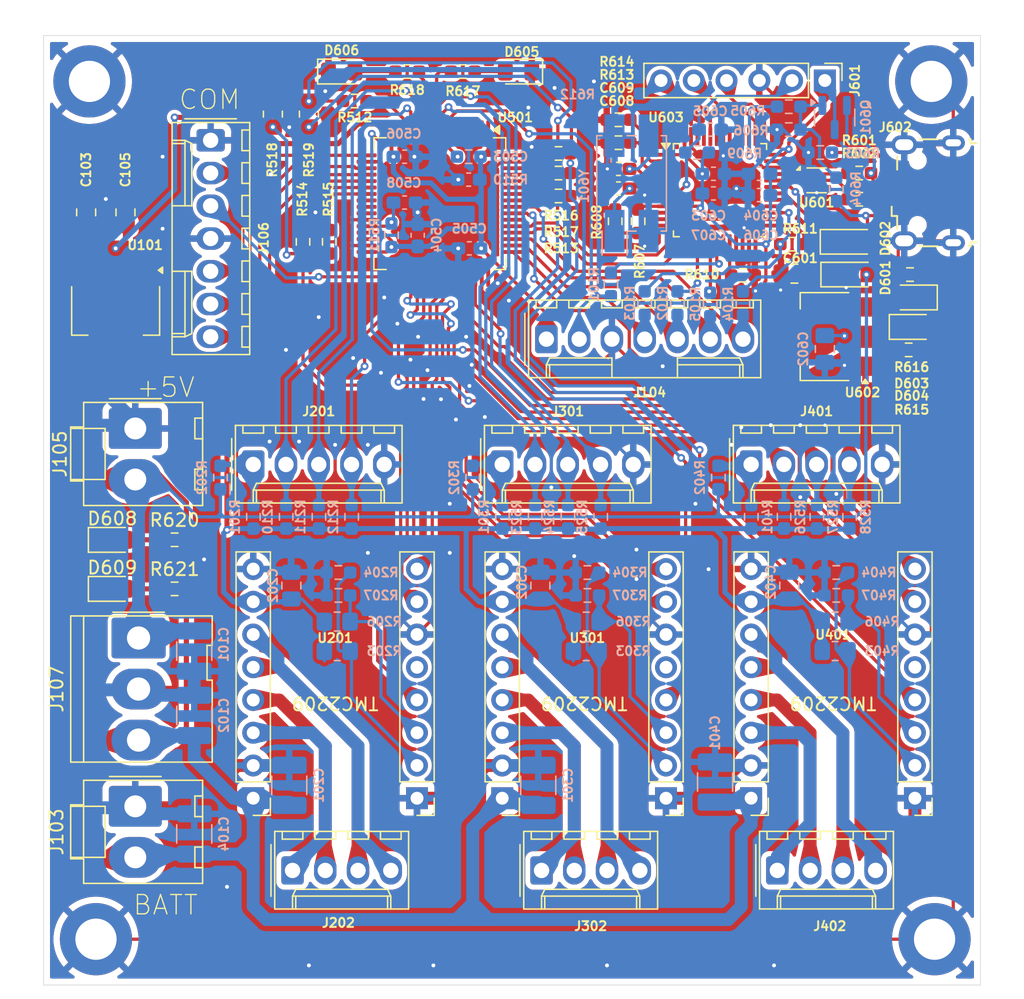
<source format=kicad_pcb>
(kicad_pcb (version 20241229) (generator "pcbnew") (generator_version "9.0")
  (layers (0 "F.Cu" signal) (2 "B.Cu" signal) (13 "F.Paste" user) (15 "B.Paste" user) (5 "F.SilkS" user "F.Silkscreen") (7 "B.SilkS" user "B.Silkscreen") (1 "F.Mask" user) (3 "B.Mask" user) (25 "Edge.Cuts" user))
  (net 0 "")
  (net 1 "GND")
  (net 2 "+BATT")
  (net 3 "+5V")
  (net 4 "+3V3")
  (net 5 "+3.3VA")
  (net 6 "/stlink/OSC_IN")
  (net 7 "/stlink/OSC_OUT")
  (net 8 "/stlink/SRST")
  (net 9 "VBUS")
  (net 10 "/stlink/LED")
  (net 11 "/tmc_motor/B02")
  (net 12 "/tmc_motor/A02")
  (net 13 "/tmc_motor/A01")
  (net 14 "/tmc_motor/B01")
  (net 15 "/tmc_motor1/A01")
  (net 16 "/tmc_motor1/A02")
  (net 17 "/tmc_motor1/B02")
  (net 18 "/tmc_motor1/B01")
  (net 19 "/tmc_motor2/A02")
  (net 20 "/tmc_motor2/A01")
  (net 21 "/tmc_motor2/B01")
  (net 22 "/tmc_motor2/B02")
  (net 23 "/stlink/SWCLK")
  (net 24 "/stlink/BOOT0")
  (net 25 "/stlink/SWDIO")
  (net 26 "Net-(U201-MS1)")
  (net 27 "/micro/TMC1")
  (net 28 "Net-(U201-MS2)")
  (net 29 "/micro/UART1_TX")
  (net 30 "/micro/TMC3")
  (net 31 "/micro/UART1_RX")
  (net 32 "/micro/TMC2")
  (net 33 "/micro/UART3_TX")
  (net 34 "/micro/UART3_RX")
  (net 35 "/micro/UART2_TX")
  (net 36 "/micro/UART2_RX")
  (net 37 "/stlink/T_JTMS")
  (net 38 "/stlink/T_NRST")
  (net 39 "/stlink/USB_RENUM")
  (net 40 "/micro/TIM1_ETR")
  (net 41 "/stlink/T_JTDI")
  (net 42 "/micro/LPUART1_RX")
  (net 43 "/micro/TIM1_CH2")
  (net 44 "/micro/UART4_TX")
  (net 45 "/stlink/T_JTCK")
  (net 46 "/stlink/T_SWO")
  (net 47 "/micro/UART4_RX")
  (net 48 "/micro/TIM1_CH1")
  (net 49 "/micro/TIM3_CH2")
  (net 50 "/micro/TIM3_ETR")
  (net 51 "/micro/LPUART1_TX")
  (net 52 "/micro/TIM3_CH1")
  (net 53 "/micro/TIM5_CH2")
  (net 55 "/stlink/T_JTDO")
  (net 56 "Net-(U501-VREF+)")
  (net 57 "Net-(D601-K)")
  (net 58 "Net-(D603-A)")
  (net 59 "Net-(D604-K)")
  (net 60 "Net-(J602-D-)")
  (net 61 "Net-(J602-ID)")
  (net 62 "Net-(J602-D+)")
  (net 63 "Net-(Q601-B)")
  (net 64 "/micro/TIM5_CH1")
  (net 65 "Net-(U601-D+_in)")
  (net 66 "Net-(U601-D-_in)")
  (net 67 "Net-(U603-PA0)")
  (net 68 "Net-(U603-PB2)")
  (net 69 "Net-(U603-PB12)")
  (net 70 "Net-(U603-PC14)")
  (net 71 "Net-(U603-PC13)")
  (net 72 "/micro/TIM5_ETR")
  (net 77 "Net-(D605-A)")
  (net 78 "/micro/T_SWO")
  (net 81 "/micro/HRTIM_CHD2")
  (net 84 "/micro/T_SWDIO")
  (net 85 "/micro/T_RST")
  (net 89 "Net-(D606-A)")
  (net 90 "/micro/T_SWCLK")
  (net 91 "/micro/T_JDTI")
  (net 94 "Net-(U601-D-_out)")
  (net 95 "Net-(U601-D+_out)")
  (net 111 "/micro/HRTIM_CHB1")
  (net 112 "/micro/HRTIM_CHB2")
  (net 113 "/micro/HRTIM_CHE1")
  (net 114 "/micro/HRTIM_CHE2")
  (net 115 "/micro/SPI1_MOSI")
  (net 116 "/micro/SPI1_MISO")
  (net 117 "/micro/SPI1_SCK")
  (net 118 "Net-(J201-Pin_1)")
  (net 119 "Net-(J301-Pin_1)")
  (net 120 "Net-(J401-Pin_1)")
  (net 121 "Net-(U301-MS1)")
  (net 122 "Net-(U301-MS2)")
  (net 123 "Net-(U401-MS1)")
  (net 124 "Net-(U401-MS2)")
  (net 128 "/micro/HRTIM_CHD1")
  (net 129 "Net-(D608-A)")
  (net 130 "Net-(D609-A)")
  (net 131 "Net-(U501-PC2)")
  (net 132 "Net-(U501-PC3)")
  (footprint "LED_SMD:LED_0805_2012Metric_Pad1.15x1.40mm_HandSolder" (layer "F.Cu") (at 81.28 136.398)
    (property "Reference" "D609")
    (property "Value" "LED")
  )
  (footprint "Connector_Molex:Molex_KK-254_AE-6410-07A_1x07_P2.54mm_Vertical" (layer "F.Cu") (at 88.9 101.6 -90)
    (property "Reference" "J106")
    (property "Value" "Conn_01x07")
  )
  (footprint "Pokibot:TMC2209" (layer "F.Cu") (at 98.552 139.939 180)
    (property "Reference" "U201")
    (property "Value" "TMC2209")
  )
  (footprint "Resistor_SMD:R_0603_1608Metric_Pad0.98x0.95mm_HandSolder" (layer "F.Cu") (at 98.096 109.474 90)
    (property "Reference" "R515")
    (property "Value" "R_US")
  )
  (footprint "Capacitor_SMD:C_0603_1608Metric_Pad1.08x0.95mm_HandSolder" (layer "F.Cu") (at 120.523 103.816 180)
    (property "Reference" "C609")
    (property "Value" "C")
  )
  (footprint "Resistor_SMD:R_0603_1608Metric_Pad0.98x0.95mm_HandSolder" (layer "F.Cu") (at 139.192 104.14 180)
    (property "Reference" "R601")
    (property "Value" "R_US")
  )
  (footprint "Connector_Molex:Molex_KK-396_5273-03A_1x03_P3.96mm_Vertical" (layer "F.Cu") (at 83.312 140.208 -90)
    (property "Reference" "J107")
    (property "Value" "Conn_01x03")
  )
  (footprint "Resistor_SMD:R_0603_1608Metric_Pad0.98x0.95mm_HandSolder" (layer "F.Cu") (at 86.106 132.588 180)
    (property "Reference" "R620")
    (property "Value" "R_US")
  )
  (footprint "Connector_Molex:Molex_KK-254_AE-6410-07A_1x07_P2.54mm_Vertical" (layer "F.Cu") (at 114.935 117.024)
    (property "Reference" "J104")
    (property "Value" "Conn_01x07")
  )
  (footprint "Resistor_SMD:R_0603_1608Metric_Pad0.98x0.95mm_HandSolder" (layer "F.Cu") (at 104.14 96.266 180)
    (property "Reference" "R618")
    (property "Value" "R_US")
  )
  (footprint "Pokibot:TMC2209" (layer "F.Cu") (at 117.860184 139.940513 180)
    (property "Reference" "U301")
    (property "Value" "TMC2209")
  )
  (footprint "MountingHole:MountingHole_3.2mm_M3_DIN965_Pad" (layer "F.Cu") (at 79.502 97.028)
    (property "Reference" "H101" (hide yes))
    (property "Value" "MountingHole_Pad")
  )
  (footprint "Connector_Molex:Molex_KK-396_A-41791-0002_1x02_P3.96mm_Vertical" (layer "F.Cu") (at 83.058 123.952 -90)
    (property "Reference" "J105")
    (property "Value" "Conn_01x02")
  )
  (footprint "Resistor_SMD:R_0603_1608Metric_Pad0.98x0.95mm_HandSolder" (layer "F.Cu") (at 108.458 96.266)
    (property "Reference" "R617")
    (property "Value" "R_US")
  )
  (footprint "Diode_SMD:Nexperia_CFP3_SOD-123W" (layer "F.Cu") (at 138.43 109.474)
    (property "Reference" "D602")
    (property "Value" "PMEG40T10ER")
  )
  (footprint "Connector_Molex:Molex_KK-254_AE-6410-05A_1x05_P2.54mm_Vertical" (layer "F.Cu") (at 92.202 126.746)
    (property "Reference" "J201")
    (property "Value" "Conn_01x05_Pin")
  )
  (footprint "Resistor_SMD:R_0603_1608Metric_Pad0.98x0.95mm_HandSolder" (layer "F.Cu") (at 100.076 98.552)
    (property "Reference" "R512")
    (property "Value" "R_US")
  )
  (footprint "Connector_Molex:Molex_KK-254_AE-6410-04A_1x04_P2.54mm_Vertical" (layer "F.Cu") (at 132.842 158.238909)
    (property "Reference" "J402")
    (property "Value" "Conn_01x04_Pin")
  )
  (footprint "LED_SMD:LED_0805_2012Metric_Pad1.15x1.40mm_HandSolder" (layer "F.Cu") (at 81.28 132.596)
    (property "Reference" "D608")
    (property "Value" "LED")
  )
  (footprint "Capacitor_SMD:C_0805_2012Metric_Pad1.18x1.45mm_HandSolder" (layer "F.Cu") (at 134.164 111.944 180)
    (property "Reference" "C601")
    (property "Value" "C")
  )
  (footprint "Resistor_SMD:R_0603_1608Metric_Pad0.98x0.95mm_HandSolder" (layer "F.Cu") (at 130.175 112.071)
    (property "Reference" "R610")
    (property "Value" "R_US")
  )
  (footprint "MountingHole:MountingHole_3.2mm_M3_DIN965_Pad" (layer "F.Cu") (at 144.78 97.028)
    (property "Reference" "H102" (hide yes))
    (property "Value" "MountingHole_Pad")
  )
  (footprint "Resistor_SMD:R_0603_1608Metric_Pad0.98x0.95mm_HandSolder" (layer "F.Cu") (at 115.876 104.14 180)
    (property "Reference" "R517")
    (property "Value" "R_US")
  )
  (footprint "Connector_Molex:Molex_KK-254_AE-6410-05A_1x05_P2.54mm_Vertical" (layer "F.Cu") (at 130.81 126.742909)
    (property "Reference" "J401")
    (property "Value" "Conn_01x05_Pin")
  )
  (footprint "Resistor_SMD:R_0603_1608Metric_Pad0.98x0.95mm_HandSolder" (layer "F.Cu") (at 122.047 107.88 -90)
    (property "Reference" "R607")
    (property "Value" "R_US")
  )
  (footprint "LED_SMD:LED_0805_2012Metric_Pad1.15x1.40mm_HandSolder" (layer "F.Cu") (at 143.383 116.078)
    (property "Reference" "D603")
    (property "Value" "LED")
  )
  (footprint "Capacitor_SMD:C_0805_2012Metric_Pad1.18x1.45mm_HandSolder" (layer "F.Cu") (at 82.296 107.188 90)
    (property "Reference" "C105")
    (property "Value" "C")
  )
  (footprint "Connector_Molex:Molex_KK-254_AE-6410-05A_1x05_P2.54mm_Vertical" (layer "F.Cu") (at 111.510184 126.747513)
    (property "Reference" "J301")
    (property "Value" "Conn_01x05_Pin")
  )
  (footprint "Connector_Molex:Molex_KK-396_A-41791-0002_1x02_P3.96mm_Vertical" (layer "F.Cu") (at 83.058 153.266 -90)
    (property "Reference" "J103")
    (property "Value" "Conn_01x02")
  )
  (footprint "Resistor_SMD:R_0603_1608Metric_Pad0.98x0.95mm_HandSolder" (layer "F.Cu") (at 120.523 100.006 180)
    (property "Reference" "R614")
    (property "Value" "R_US")
  )
  (footprint "Resistor_SMD:R_0603_1608Metric_Pad0.98x0.95mm_HandSolder" (layer "F.Cu") (at 115.876 102.616 180)
    (property "Reference" "R516")
    (property "Value" "R_US")
  )
  (footprint "Package_TO_SOT_SMD:SOT-223-3_TabPin2" (layer "F.Cu") (at 81.534 114.808 -90)
    (property "Reference" "U101")
    (property "Value" "LD1117S33TR_SOT223")
  )
  (footprint "LED_SMD:LED_0805_2012Metric_Pad1.15x1.40mm_HandSolder" (layer "F.Cu") (at 99.06 96.266)
    (property "Reference" "D606")
    (property "Value" "LED")
  )
  (footprint "Resistor_SMD:R_0603_1608Metric_Pad0.98x0.95mm_HandSolder" (layer "F.Cu") (at 139.192 106.172 180)
    (property "Reference" "R602")
    (property "Value" "R_US")
  )
  (footprint "Pokibot:TMC2209" (layer "F.Cu") (at 137.16 139.935909 180)
    (property "Reference" "U401")
    (property "Value" "TMC2209")
  )
  (footprint "Resistor_SMD:R_0603_1608Metric_Pad0.98x0.95mm_HandSolder" (layer "F.Cu") (at 143.129 112.014 180)
    (property "Reference" "R616")
    (property "Value" "R_US")
  )
  (footprint "Resistor_SMD:R_0603_1608Metric_Pad0.98x0.95mm_HandSolder" (layer "F.Cu") (at 143.0255 117.856)
    (property "Reference" "R615")
    (property "Value" "R_US")
  )
  (footprint "Connector_USB:USB_Micro-B_Wuerth_629105150521" (layer "F.Cu") (at 144.533 105.669 90)
    (property "Reference" "J602")
    (property "Value" "USB_B_Mini")
  )
  (footprint "MountingHole:MountingHole_3.2mm_M3_DIN965_Pad" (layer "F.Cu") (at 80.01 163.576)
    (property "Reference" "H103" (hide yes))
    (property "Value" "MountingHole_Pad")
  )
  (footprint "Resistor_SMD:R_0603_1608Metric_Pad0.98x0.95mm_HandSolder" (layer "F.Cu") (at 120.269 107.88 90)
    (property "Reference" "R608")
    (property "Value" "R_US")
  )
  (footprint "Resistor_SMD:R_0603_1608Metric_Pad0.98x0.95mm_HandSolder" (layer "F.Cu") (at 115.876 105.918 180)
    (property "Reference" "R513")
    (property "Value" "R_US")
  )
  (footprint "Resistor_SMD:R_0805_2012Metric_Pad1.20x1.40mm_HandSolder" (layer "F.Cu") (at 96.52 99.568 90)
    (property "Reference" "R519")
    (property "Value" "R_US")
  )
  (footprint "Package_QFP:LQFP-48_7x7mm_P0.5mm" (layer "F.Cu") (at 128.397 105.467)
    (property "Reference" "U603")
    (property "Value" "STM32F103CBTx")
  )
  (footprint "Package_QFP:LQFP-64_10x10mm_P0.5mm" (layer "F.Cu") (at 106.671999 106.513 -90)
    (property "Reference" "U501")
    (property "Value" "STM32G474RETx")
  )
  (footprint "Package_DFN_QFN:ST_UQFN-6L_1.5x1.7mm_P0.5mm" (layer "F.Cu") (at 135.89 104.705)
    (property "Reference" "U601")
    (property "Value" "ECMF02-2AMX6")
  )
  (footprint "Connector_PinHeader_2.54mm:PinHeader_1x06_P2.54mm_Vertical" (layer "F.Cu") (at 136.525 96.958 -90)
    (property "Reference" "J601")
    (property "Value" "Conn_01x06_Pin")
  )
  (footprint "Resistor_SMD:R_0603_1608Metric_Pad0.98x0.95mm_HandSolder" (layer "F.Cu") (at 120.523 101.784 180)
    (property "Reference" "R613")
    (property "Value" "R_US")
  )
  (footprint "Resistor_SMD:R_0603_1608Metric_Pad0.98x0.95mm_HandSolder" (layer "F.Cu") (at 96.064 109.474 90)
    (property "Reference" "R514")
    (property "Value" "R_US")
  )
  (footprint "LED_SMD:LED_0805_2012Metric_Pad1.15x1.40mm_HandSolder" (layer "F.Cu") (at 112.776 96.266 180)
    (property "Reference" "D605")
    (property "Value" "LED")
  )
  (footprint "MountingHole:MountingHole_3.2mm_M3_DIN965_Pad" (layer "F.Cu") (at 145.034 163.576)
    (property "Reference" "H104" (hide yes))
    (property "Value" "MountingHole_Pad")
  )
  (footprint "Diode_SMD:Nexperia_CFP3_SOD-123W" (layer "F.Cu") (at 138.482 112.014)
    (property "Reference" "D601")
    (property "Value" "PMEG40T10ER")
  )
  (footprint "LED_SMD:LED_0805_2012Metric_Pad1.15x1.40mm_HandSolder" (layer "F.Cu") (at 143.383 113.792 180)
    (property "Reference" "D604")
    (property "Value" "LED")
  )
  (footprint "Resistor_SMD:R_0603_1608Metric_Pad0.98x0.95mm_HandSolder" (layer "F.Cu") (at 86.106 136.398 180)
    (property "Reference" "R621")
    (property "Value" "R_US")
  )
  (footprint "Resistor_SMD:R_0805_2012Metric_Pad1.20x1.40mm_HandSolder" (layer "F.Cu") (at 93.726 99.568 90)
    (property "Reference" "R518")
    (property "Value" "R_US")
  )
  (footprint "Resistor_SMD:R_0603_1608Metric_Pad0.98x0.95mm_HandSolder" (layer "F.Cu") (at 133.985 109.658 180)
    (property "Reference" "R611")
    (property "Value" "R_US")
  )
  (footprint "Connector_Molex:Molex_KK-254_AE-6410-04A_1x04_P2.54mm_Vertical" (layer "F.Cu") (at 114.558184 158.243513)
    (property "Reference" "J302")
    (property "Value" "Conn_01x04_Pin")
  )
  (footprint "Capacitor_SMD:C_0603_1608Metric_Pad1.08x0.95mm_HandSolder" (layer "F.Cu") (at 120.523 105.34 180)
    (property "Reference" "C608")
    (property "Value" "C")
  )
  (footprint "Package_TO_SOT_SMD:SOT-223-3_TabPin2" (layer "F.Cu") (at 136.525 116.826 180)
    (property "Reference" "U602")
    (property "Value" "LD1117S33TR_SOT223")
  )
  (footprint "Capacitor_SMD:C_0805_2012Metric_Pad1.18x1.45mm_HandSolder" (layer "F.Cu") (at 79.248 107.188 90)
    (property "Reference" "C103")
    (property "Value" "C")
  )
  (footprint "Connector_Molex:Molex_KK-254_AE-6410-04A_1x04_P2.54mm_Vertical" (layer "F.Cu") (at 95.25 158.242)
    (property "Reference" "J202")
    (property "Value" "Conn_01x04_Pin")
  )
  (footprint "Capacitor_SMD:C_1210_3225Metric_Pad1.33x2.70mm_HandSolder" (layer "B.Cu") (at 87.63 146.2135 90)
    (property "Reference" "C102")
    (property "Value" "C")
  )
  (footprint "Resistor_SMD:R_0603_1608Metric_Pad0.98x0.95mm_HandSolder" (layer "B.Cu") (at 109.22 127.762 -90)
    (property "Reference" "R302")
    (property "Value" "R_US")
  )
  (footprint "Resistor_SMD:R_0603_1608Metric_Pad0.98x0.95mm_HandSolder" (layer "B.Cu") (at 89.662 127.762 -90)
    (property "Reference" "R202")
    (property "Value" "R_US")
  )
  (footprint "Resistor_SMD:R_0603_1608Metric_Pad0.98x0.95mm_HandSolder" (layer "B.Cu") (at 136.1675 102.546 180)
    (property "Reference" "R603")
    (property "Value" "R_US")
  )
  (footprint "Capacitor_SMD:C_1210_3225Metric_Pad1.33x2.70mm_HandSolder" (layer "B.Cu") (at 94.996 151.638 90)
    (property "Reference" "C201")
    (property "Value" "C")
  )
  (footprint "Resistor_SMD:R_0603_1608Metric_Pad0.98x0.95mm_HandSolder" (layer "B.Cu") (at 118.114184 136.907513 180)
    (property "Reference" "R307")
    (property "Value" "R_US")
  )
  (footprint "Resistor_SMD:R_0805_2012Metric_Pad1.20x1.40mm_HandSolder" (layer "B.Cu") (at 118.025184 141.225513)
    (property "Reference" "R303")
    (property "Value" "R_US")
  )
  (footprint "Resistor_SMD:R_0603_1608Metric_Pad0.98x0.95mm_HandSolder" (layer "B.Cu") (at 138.4445 130.806909 -90)
    (property "Reference" "R528")
    (property "Value" "R_US")
  )
  (footprint "Capacitor_SMD:C_1210_3225Metric_Pad1.33x2.70mm_HandSolder" (layer "B.Cu") (at 87.63 141.224 -90)
    (property "Reference" "C101")
    (property "Value" "C")
  )
  (footprint "Resistor_SMD:R_0603_1608Metric_Pad0.98x0.95mm_HandSolder" (layer "B.Cu") (at 97.2965 130.81 -90)
    (property "Reference" "R211")
    (property "Value" "R_US")
  )
  (footprint "Resistor_SMD:R_0603_1608Metric_Pad0.98x0.95mm_HandSolder" (layer "B.Cu") (at 98.806 135.128 180)
    (property "Reference" "R204")
    (property "Value" "R_US")
  )
  (footprint "Capacitor_SMD:C_0603_1608Metric_Pad1.08x0.95mm_HandSolder" (layer "B.Cu") (at 127.635 100.768 180)
    (property "Reference" "C605")
    (property "Value" "C")
  )
  (footprint "Capacitor_SMD:C_0805_2012Metric_Pad1.18x1.45mm_HandSolder" (layer "B.Cu") (at 136.525 117.786 -90)
    (property "Reference" "C602")
    (property "Value" "C")
  )
  (footprint "Resistor_SMD:R_0603_1608Metric_Pad0.98x0.95mm_HandSolder" (layer "B.Cu") (at 119.94 112.776 90)
    (property "Reference" "R101")
    (property "Value" "R_US")
  )
  (footprint "Resistor_SMD:R_0603_1608Metric_Pad0.98x0.95mm_HandSolder" (layer "B.Cu") (at 130.175 114.23 90)
    (property "Reference" "R104")
    (property "Value" "R_US")
  )
  (footprint "Resistor_SMD:R_0603_1608Metric_Pad0.98x0.95mm_HandSolder" (layer "B.Cu") (at 122.555 114.23 90)
    (property "Reference" "R103")
    (property "Value" "R_US")
  )
  (footprint "Resistor_SMD:R_0805_2012Metric_Pad1.20x1.40mm_HandSolder" (layer "B.Cu") (at 98.717 141.224)
    (property "Reference" "R203")
    (property "Value" "R_US")
  )
  (footprint "Resistor_SMD:R_0603_1608Metric_Pad0.98x0.95mm_HandSolder" (layer "B.Cu") (at 125.095 114.23 90)
    (property "Reference" "R102")
    (property "Value" "R_US")
  )
  (footprint "Resistor_SMD:R_0603_1608Metric_Pad0.98x0.95mm_HandSolder" (layer "B.Cu") (at 98.806 136.906 180)
    (property "Reference" "R207")
    (property "Value" "R_US")
  )
  (footprint "Resistor_SMD:R_0603_1608Metric_Pad0.98x0.95mm_HandSolder" (layer "B.Cu") (at 116.604684 130.811513 -90)
    (property "Reference" "R524")
    (property "Value" "R_US")
  )
  (footprint "Capacitor_SMD:C_0603_1608Metric_Pad1.08x0.95mm_HandSolder" (layer "B.Cu") (at 127.889 105.721)
    (property "Reference" "C607")
    (property "Value" "C")
  )
  (footprint "Capacitor_SMD:C_0805_2012Metric_Pad1.18x1.45mm_HandSolder" (layer "B.Cu") (at 114.469184 136.145513 90)
    (property "Reference" "C302")
    (property "Value" "C")
  )
  (footprint "Resistor_SMD:R_0603_1608Metric_Pad0.98x0.95mm_HandSolder" (layer "B.Cu") (at 135.9045 130.806909 -90)
    (property "Reference" "R527")
    (property "Value" "R_US")
  )
  (footprint "Resistor_SMD:R_0603_1608Metric_Pad0.98x0.95mm_HandSolder" (layer "B.Cu") (at 127.635 114.3335 90)
    (property "Reference" "R105")
    (property "Value" "R_US")
  )
  (footprint "Capacitor_SMD:C_0603_1608Metric_Pad1.08x0.95mm_HandSolder" (layer "B.Cu") (at 108.908 104.648 180)
    (property "Reference" "C503")
    (property "Value" "C")
  )
  (footprint "Capacitor_SMD:C_0603_1608Metric_Pad1.08x0.95mm_HandSolder" (layer "B.Cu") (at 103.938 106.426 180)
    (property "Reference" "C508")
    (property "Value" "C")
  )
  (footprint "Resistor_SMD:R_0603_1608Metric_Pad0.98x0.95mm_HandSolder" (layer "B.Cu") (at 121.285 97.974 180)
    (property "Reference" "R612")
    (property "Value" "R_US")
  )
  (footprint "Capacitor_SMD:C_0603_1608Metric_Pad1.08x0.95mm_HandSolder" (layer "B.Cu") (at 108.96 109.982 180)
    (property "Reference" "C505")
    (property "Value" "C")
  )
  (footprint "Capacitor_SMD:C_1210_3225Metric_Pad1.33x2.70mm_HandSolder" (layer "B.Cu") (at 114.304184 151.639513 90)
    (property "Reference" "C301")
    (property "Value" "C")
  )
  (footprint "Capacitor_SMD:C_0805_2012Metric_Pad1.18x1.45mm_HandSolder" (layer "B.Cu") (at 133.769 136.140909 90)
    (property "Reference" "C402")
    (property "Value" "C")
  )
  (footprint "Resistor_SMD:R_0805_2012Metric_Pad1.20x1.40mm_HandSolder" (layer "B.Cu") (at 118.025184 138.939513)
    (property "Reference" "R306")
    (property "Value" "R_US")
  )
  (footprint "Resistor_SMD:R_0603_1608Metric_Pad0.98x0.95mm_HandSolder" (layer "B.Cu") (at 118.114184 135.129513 180)
    (property "Reference" "R304")
    (property "Value" "R_US")
  )
  (footprint "Capacitor_SMD:C_1210_3225Metric_Pad1.33x2.70mm_HandSolder" (layer "B.Cu") (at 87.63 155.4095 90)
    (property "Reference" "C104")
    (property "Value" "C")
  )
  (footprint "Package_TO_SOT_SMD:SOT-23" (layer "B.Cu") (at 137.287 99.8305 -90)
    (property "Reference" "Q601")
    (property "Value" "MMBTA44")
  )
  (footprint "Resistor_SMD:R_0603_1608Metric_Pad0.98x0.95mm_HandSolder" (layer "B.Cu") (at 133.731 98.99)
    (property "Reference" "R606")
    (property "Value" "100R")
  )
  (footprint "Crystal:Crystal_SMD_EuroQuartz_MQ-4Pin_7.0x5.0mm_HandSoldering" (layer "B.Cu") (at 121.539 104.942 90)
    (property "Reference" "Y601")
    (property "Value" "Crystal_GND24")
  )
  (footprint "Resistor_SMD:R_0603_1608Metric_Pad0.98x0.95mm_HandSolder" (layer "B.Cu") (at 133.3645 130.806909 -90)
    (property "Reference" "R526")
    (property "Value" "R_US")
  )
  (footprint "Resistor_SMD:R_0603_1608Metric_Pad0.98x0.95mm_HandSolder" (layer "B.Cu") (at 133.731 100.768 180)
    (property "Reference" "R605")
    (property "Value" "36k")
  )
  (footprint "Resistor_SMD:R_0603_1608Metric_Pad0.98x0.95mm_HandSolder" (layer "B.Cu") (at 102.922 108.966 -90)
    (property "Reference" "R511")
    (property "Value" "R_US")
  )
  (footprint "Resistor_SMD:R_0603_1608Metric_Pad0.98x0.95mm_HandSolder" (layer "B.Cu") (at 94.7565 130.81 -90)
    (property "Reference" "R210")
    (property "Value" "R_US")
  )
  (footprint "Resistor_SMD:R_0603_1608Metric_Pad0.98x0.95mm_HandSolder" (layer "B.Cu") (at 126.619 102.546 180)
    (property "Reference" "R609")
    (property "Value" "R_US")
  )
  (footprint "Resistor_SMD:R_0603_1608Metric_Pad0.98x0.95mm_HandSolder" (layer "B.Cu") (at 99.8365 130.81 -90)
    (property "Reference" "R212")
    (property "Value" "R_US")
  )
  (footprint "Resistor_SMD:R_0603_1608Metric_Pad0.98x0.95mm_HandSolder" (layer "B.Cu") (at 111.524684 130.811513 -90)
    (property "Reference" "R301")
    (property "Value" "R_US")
  )
  (footprint "Resistor_SMD:R_0805_2012Metric_Pad1.20x1.40mm_HandSolder" (layer "B.Cu") (at 137.325 138.934909)
    (property "Reference" "R406")
    (property "Value" "R_US")
  )
  (footprint "Capacitor_SMD:C_0805_2012Metric_Pad1.18x1.45mm_HandSolder" (layer "B.Cu") (at 95.161 136.144 90)
    (property "Reference" "C202")
    (property "Value" "C")
  )
  (footprint "Capacitor_SMD:C_0603_1608Metric_Pad1.08x0.95mm_HandSolder" (layer "B.Cu") (at 127.889 104.197)
    (property "Reference" "C603")
    (property "Value" "C")
  )
  (footprint "Resistor_SMD:R_0603_1608Metric_Pad0.98x0.95mm_HandSolder" (layer "B.Cu") (at 114.064684 130.811513 -90)
    (property "Reference" "R523")
    (property "Value" "R_US")
  )
  (footprint "Capacitor_SMD:C_0603_1608Metric_Pad1.08x0.95mm_HandSolder" (layer "B.Cu") (at 131.445 104.197 180)
    (property "Reference" "C604")
    (property "Value" "C")
  )
  (footprint "Resistor_SMD:R_0603_1608Metric_Pad0.98x0.95mm_HandSolder" (layer "B.Cu") (at 108.908 102.87)
    (property "Reference" "R510")
    (property "Value" "R_US")
  )
  (footprint "Capacitor_SMD:C_0603_1608Metric_Pad1.08x0.95mm_HandSolder" (layer "B.Cu") (at 131.445 105.848 180)
    (property "Reference" "C606")
    (property "Value" "C")
  )
  (footprint "Capacitor_SMD:C_0603_1608Metric_Pad1.08x0.95mm_HandSolder" (layer "B.Cu") (at 103.938 102.87)
    (property "Reference" "C506")
    (property "Value" "C")
  )
  (footprint "Resistor_SMD:R_0603_1608Metric_Pad0.98x0.95mm_HandSolder" (layer "B.Cu") (at 128.27 127.762 -90)
    (property "Reference" "R402")
    (property "Value" "R_US")
  )
  (footprint "Resistor_SMD:R_0603_1608Metric_Pad0.98x0.95mm_HandSolder" (layer "B.Cu") (at 137.414 136.902909 180)
    (property "Reference" "R407")
    (property "Value" "R_US")
  )
  (footprint "Capacitor_SMD:C_1210_3225Metric_Pad1.33x2.70mm_HandSolder" (layer "B.Cu") (at 128.016 151.384 90)
    (property "Reference" "C401")
    (property "Value" "C")
  )
  (footprint "Resistor_SMD:R_0603_1608Metric_Pad0.98x0.95mm_HandSolder" (layer "B.Cu") (at 137.414 135.124909 180)
    (property "Reference" "R404")
    (property "Value" "R_US")
  )
  (footprint "Resistor_SMD:R_0603_1608Metric_Pad0.98x0.95mm_HandSolder" (layer "B.Cu") (at 130.8245 130.806909 -90)
    (property "Reference" "R401")
    (property "Value" "R_US")
  )
  (footprint "Resistor_SMD:R_0805_2012Metric_Pad1.20x1.40mm_HandSolder" (layer "B.Cu") (at 98.717 138.938)
    (property "Reference" "R206")
    (property "Value" "R_US")
  )
  (footprint "Capacitor_SMD:C_0603_1608Metric_Pad1.08x0.95mm_HandSolder" (layer "B.Cu") (at 104.954 108.966 90)
    (property "Reference" "C504")
    (property "Value" "C")
  )
  (footprint "Resistor_SMD:R_0603_1608Metric_Pad0.98x0.95mm_HandSolder" (layer "B.Cu") (at 92.2165 130.81 -90)
    (property "Reference" "R201")
    (property "Value" "R_US")
  )
  (footprint "Resistor_SMD:R_0603_1608Metric_Pad0.98x0.95mm_HandSolder" (layer "B.Cu") (at 137.414 105.41 90)
    (property "Reference" "R604")
    (property "Value" "10k")
  )
  (footprint "Resistor_SMD:R_0603_1608Metric_Pad0.98x0.95mm_HandSolder" (layer "B.Cu") (at 119.144684 130.811513 -90)
    (property "Reference" "R525")
    (property "Value" "R_US")
  )
  (footprint "Resistor_SMD:R_0805_2012Metric_Pad1.20x1.40mm_HandSolder" (layer "B.Cu") (at 137.325 141.220909)
    (property "Reference" "R403")
    (property "Value" "R_US")
  )
  (gr_poly (pts (xy 80.518 109.474) (xy 82.55 109.474) (xy 82.55 113.538) (xy 85.09 114.808) (xy 86.36 114.808) (xy 86.36 120.65) (xy 79.248 120.65) (xy 79.248 114.808) (xy 80.518 113.538)) (stroke (width 0.2)) (fill yes) (layer "F.Cu") (net 4))
  (gr_poly (pts (xy 131.826 114.3) (xy 135.128 114.3) (xy 137.668 116.078) (xy 140.716 116.078) (xy 140.716 117.602) (xy 137.668 117.602) (xy 134.874 119.126) (xy 131.826 119.126)) (stroke (width 0.2)) (fill yes) (layer "F.Cu") (net 5))
  (gr_rect (start 75.946 93.472) (end 148.59 167.132) (stroke (width 0.05)) (fill no) (layer "Edge.Cuts"))
  (gr_text "COM" (at 86.36 99.314 0) (layer "F.SilkS") (effects (font (size 1.5 1.5) (thickness 0.1)) (justify left bottom)))
  (gr_text "\nBATT\n" (at 82.804 161.798 0) (layer "F.SilkS") (effects (font (size 1.5 1.5) (thickness 0.1)) (justify left bottom)))
  (gr_text "+5V" (at 83.058 121.642 0) (layer "F.SilkS") (effects (font (size 1.5 1.5) (thickness 0.1)) (justify left bottom)))
  (segment (start 98.298 124.968) (end 95.758 124.968) (width 0.25) (layer "F.Cu") (net 1))
  (segment (start 88.9 101.6) (end 83.82 101.6) (width 0.25) (layer "F.Cu") (net 1))
  (segment (start 126.147 101.3045) (end 126.147 102.111178) (width 0.25) (layer "F.Cu") (net 1))
  (segment (start 80.255 136.398) (end 80.255 132.85) (width 0.4) (layer "F.Cu") (net 1))
  (segment (start 89.154 153.416) (end 89.154 154.686) (width 1) (layer "F.Cu") (net 1))
  (segment (start 106.553 136.017) (end 106.426 136.144) (width 0.25) (layer "F.Cu") (net 1))
  (segment (start 80.01 144.018) (end 80.255 143.773) (width 0.4) (layer "F.Cu") (net 1))
  (segment (start 103.421999 100.838) (end 103.421999 101.682178) (width 0.25) (layer "F.Cu") (net 1))
  (segment (start 128.651 105.34) (end 129.667 105.34) (width 0.25) (layer "F.Cu") (net 1))
  (segment (start 109.22 152.654) (end 109.22 158.496) (width 1) (layer "F.Cu") (net 1))
  (segment (start 134.584 103.217) (end 135.255 102.546) (width 0.25) (layer "F.Cu") (net 1))
  (segment (start 109.980487 134.860513) (end 111.510184 134.860513) (width 0.25) (layer "F.Cu") (net 1))
  (segment (start 98.552 128.778) (end 99.06 129.286) (width 0.25) (layer "F.Cu") (net 1))
  (segment (start 137.471 119.634) (end 124.46 119.634) (width 0.25) (layer "F.Cu") (net 1))
  (segment (start 130.647 110.749656) (end 130.64569 110.750966) (width 0.25) (layer "F.Cu") (net 1))
  (segment (start 135.89 105.205) (end 136.884 105.205) (width 0.25) (layer "F.Cu") (net 1))
  (segment (start 129.794 160.782) (end 129.794 154.686) (width 1) (layer "F.Cu") (net 1))
  (segment (start 146.483 109.544) (end 146.483 162.127) (width 0.25) (layer "F.Cu") (net 1))
  (segment (start 104.523884 136.144) (end 103.726 135.346116) (width 0.25) (layer "F.Cu") (net 1))
  (segment (start 119.6605 105.34) (end 119.6605 103.816) (width 0.25) (layer "F.Cu") (net 1))
  (segment (start 146.483 98.731) (end 146.483 101.794) (width 0.25) (layer "F.Cu") (net 1))
  (segment (start 143.51 152.635909) (end 143.51 159.004) (width 1) (layer "F.Cu") (net 1))
  (segment (start 102.362 132.08) (end 101.092 133.35) (width 0.25) (layer "F.Cu") (net 1))
  (segment (start 109.577877 118.975877) (end 109.18293 118.975877) (width 0.25) (layer "F.Cu") (net 1))
  (segment (start 113.792 102.662178) (end 113.191178 103.263) (width 0.25) (layer "F.Cu") (net 1))
  (segment (start 131.0875 112.6025) (end 131.0875 112.071) (width 0.25) (layer "F.Cu") (net 1))
  (segment (start 133.48719 120.65) (end 136.53519 123.698) (width 0.25) (layer "F.Cu") (net 1))
  (segment (start 142.683 109.394) (end 146.333 109.394) (width 0.25) (layer "F.Cu") (net 1))
  (segment (start 83.312 144.168) (end 80.16 144.168) (width 0.4) (layer "F.Cu") (net 1))
  (segment (start 128.510513 152.640513) (end 128.778 152.908) (width 1) (layer "F.Cu") (net 1))
  (segment (start 104.902 139.939) (end 107.6885 137.1525) (width 0.25) (layer "F.Cu") (net 1))
  (segment (start 119.7945 106.9675) (end 119.253 106.426) (width 0.25) (layer "F.Cu") (net 1))
  (segment (start 103.421999 101.682178) (end 104.609821 102.87) (width 0.25) (layer "F.Cu") (net 1))
  (segment (start 128.778 152.908) (end 128.778 151.13) (width 1) (layer "F.Cu") (net 1))
  (segment (start 113.538 118.566) (end 113.59 118.618) (width 0.25) (layer "F.Cu") (net 1))
  (segment (start 98.035 97.545) (end 97.79 97.79) (width 0.25) (layer "F.Cu") (net 1))
  (segment (start 83.5445 106.1505) (end 84.074 106.68) (width 0.25) (layer "F.Cu") (net 1))
  (segment (start 105.349637 121.126576) (end 105.41 121.066213) (width 0.25) (layer "F.Cu") (net 1))
  (segment (start 80.772 106.1505) (end 82.296 106.1505) (width 0.25) (layer "F.Cu") (net 1))
  (segment (start 92.202 134.859) (end 89.139 134.859) (width 0.25) (layer "F.Cu") (net 1))
  (segment (start 89.662 155.194) (end 89.916 155.448) (width 1) (layer "F.Cu") (net 1))
  (segment (start 101.092 133.35) (end 101.092 133.604) (width 0.25) (layer "F.Cu") (net 1))
  (segment (start 112.776 162.052) (end 111.76 161.036) (width 1) (layer "F.Cu") (net 1))
  (segment (start 106.553 136.017) (end 107.6885 137.1525) (width 0.25) (layer "F.Cu") (net 1))
  (segment (start 144.78 139.7) (end 144.544091 139.935909) (width 0.25) (layer "F.Cu") (net 1))
  (segment (start 105.41 121.666) (end 105.349637 121.605637) (width 0.25) (layer "F.Cu") (net 1))
  (segment (start 109.921999 113.255089) (end 110.69991 114.033) (width 0.25) (layer "F.Cu") (net 1))
  (segment (start 103.726 135.346116) (end 103.726 134.37047) (width 0.25) (layer "F.Cu") (net 1))
  (segment (start 132.5595 103.217) (end 134.584 103.217) (width 0.25) (layer "F.Cu") (net 1))
  (segment (start 129.940122 123.698) (end 130.048 123.805878) (width 0.25) (layer "F.Cu") (net 1))
  (segment (start 110.744 162.052) (end 111.76 161.036) (width 1) (layer "F.Cu") (net 1))
  (segment (start 119.253 106.426) (end 119.253 105.747503) (width 0.25) (layer "F.Cu") (net 1))
  (segment (start 134.62 123.698) (end 132.588 121.666) (width 0.25) (layer "F.Cu") (net 1))
  (segment (start 113.284 122.682) (end 109.577877 118.975877) (width 0.25) (layer "F.Cu") (net 1))
  (segment (start 83.834 109.474) (end 83.834 111.658) (width 0.25) (layer "F.Cu") (net 1))
  (segment (start 110.69991 114.033) (end 112.027 114.033) (width 0.25) (layer "F.Cu") (net 1))
  (segment (start 119.253 105.747503) (end 119.660502 105.340001) (width 0.25) (layer "F.Cu") (net 1))
  (segment (start 120.015 117.249) (end 123.416 120.65) (width 0.25) (layer "F.Cu") (net 1))
  (segment (start 105.715 120.07858) (end 105.715 119.431) (width 0.25) (layer "F.Cu") (net 1))
  (segment (start 127.508 134.874) (end 126.492 133.858) (width 0.25) (layer "F.Cu") (net 1))
  (segment (start 80.01 163.576) (end 145.034 163.576) (width 0.25) (layer "F.Cu") (net 1))
  (segment (start 111.510184 150.100513) (end 110.249487 150.100513) (width 1) (layer "F.Cu") (net 1))
  (segment (start 117.856 131.572) (end 111.76 131.572) (width 0.25) (layer "F.Cu") (net 1))
  (segment (start 106.426 136.144) (end 104.523884 136.144) (width 0.25) (layer "F.Cu") (net 1))
  (segment (start 106.68 135.89) (end 106.68 121.694) (width 0.25) (layer "F.Cu") (net 1))
  (segment (start 104.954 107.188) (end 104.7 106.934) (width 0.25) (layer "F.Cu") (net 1))
  (segment (start 109.18293 118.975877) (end 109.144476 119.014331) (width 0.25) (layer "F.Cu") (net 1))
  (segment (start 100.996999 107.762999) (end 102.093001 107.762999) (width 0.25) (layer "F.Cu") (net 1))
  (segment (start 137.414 130.423025) (end 143.134975 136.144) (width 0.25) (layer "F.Cu") (net 1))
  (segment (start 112.027 114.033) (end 113.538 115.544) (width 0.25) (layer "F.Cu") (net 1))
  (segment (start 130.647 109.6295) (end 130.647 110.749656) (width 0.25) (layer "F.Cu") (net 1))
  (segment (start 109.22 151.13) (end 109.22 152.654) (width 1) (layer "F.Cu") (net 1))
  (segment (start 104.902 139.939) (end 102.616 137.653) (width 0.25) (layer "F.Cu") (net 1))
  (segment (start 99.655 109.763) (end 99.366 109.474) (width 0.25) (layer "F.Cu") (net 1))
  (segment (start 118.127671 133.858) (end 124.210184 139.940513) (width 0.25) (layer "F.Cu") (net 1))
  (segment (start 109.22 158.496) (end 111.76 161.036) (width 1) (layer "F.Cu") (net 1))
  (segment (start 109.921999 111.268999) (end 108.635 109.982) (width 0.25) (layer "F.Cu") (net 1))
  (segment (start 89.139 134.859) (end 88.392 134.112) (width 0.25) (layer "F.Cu") (net 1))
  (segment (start 110.034 104.648) (end 108.0455 104.648) (width 0.25) (layer "F.Cu") (net 1))
  (segment (start 98.552 125.222) (end 98.298 124.968) (width 0.25) (layer "F.Cu") (net 1))
  (segment (start 142.748 94.996) (end 144.78 97.028) (width 0.25) (layer "F.Cu") (net 1))
  (segment (start 113.59 118.618) (end 119.432 118.618) (width 0.25) (layer "F.Cu") (net 1))
  (segment (start 104.609821 102.87) (end 104.7 102.87) (width 0.25) (layer "F.Cu") (net 1))
  (segment (start 144.544091 139.935909) (end 143.51 139.935909) (width 0.25) (layer "F.Cu") (net 1))
  (segment (start 98.552 125.222) (end 98.552 128.778) (width 0.25) (layer "F.Cu") (net 1))
  (segment (start 131.445 96.958) (end 132.8185 98.3315) (width 0.25) (layer "F.Cu") (net 1))
  (segment (start 134.62 132.842) (end 134.62 129.286) (width 0.25) (layer "F.Cu") (net 1))
  (segment (start 143.51 159.004) (end 140.462 162.052) (width 1) (layer "F.Cu") (net 1))
  (segment (start 143.51 139.935909) (end 141.713909 139.935909) (width 0.25) (layer "F.Cu") (net 1))
  (segment (start 89.916 155.448) (end 92.202 157.734) (width 1) (layer "F.Cu") (net 1))
  (segment (start 82.296 106.1505) (end 83.5445 106.1505) (width 0.25) (layer "F.Cu") (net 1))
  (segment (start 130.647 111.6305) (end 131.0875 112.071) (width 0.25) (layer "F.Cu") (net 1))
  (segment (start 119.253 109.06749) (end 120.00051 109.815) (width 0.25) (layer "F.Cu") (net 1))
  (segment (start 130.647 109.6295) (end 130.647 111.6305) (width 0.25) (layer "F.Cu") (net 1))
  (segment (start 110.249487 150.100513) (end 109.22 151.13) (width 1) (layer "F.Cu") (net 1))
  (segment (start 117.094 133.858) (end 118.127671 133.858) (width 0.25) (layer "F.Cu") (net 1))
  (segment (start 105.41 132.68647) (end 105.41 121.666) (width 0.25) (layer "F.Cu") (net 1))
  (segment (start 92.202 157.734) (end 92.202 162.052) (width 1) (layer "F.Cu") (net 1))
  (segment (start 121.670184 128.27) (end 121.92 128.519816) (width 0.25) (layer "F.Cu") (net 1))
  (segment (start 89.154 154.686) (end 89.916 155.448) (width 1) (layer "F.Cu") (net 1))
  (segment (start 104.902 152.639) (end 109.205 152.639) (width 1) (layer "F.Cu") (net 1))
  (segment (start 138.063 119.07) (end 138.049 119.056) (width 0.25) (layer "F.Cu") (net 1))
  (segment (start 106.478 104.648) (end 108.0455 104.648) (width 0.25) (layer "F.Cu") (net 1))
  (segment (start 84.088 109.22) (end 83.834 109.474) (width 0.25) (layer "F.Cu") (net 1))
  (segment (start 127.526091 134.855909) (end 127.508 134.874) (width 0.25) (layer "F.Cu") (net 1))
  (segment (start 105.41 121.066213) (end 105.41 120.38358) (width 0.25) (layer "F.Cu") (net 1))
  (segment (start 127.774 106.217) (end 128.651 105.34) (width 0.25) (layer "F.Cu") (net 1))
  (segment (start 139.675 119.126) (end 140.893 120.344) (width 0.25) (layer "F.Cu") (net 1))
  (segment (start 88.9 109.22) (end 84.088 109.22) (width 0.25) (layer "F.Cu") (net 1))
  (segment (start 129.812091 150.095909) (end 130.81 150.095909) (width 1) (layer "F.Cu") (net 1))
  (segment (start 109.921999 112.188) (end 109.921999 113.255089) (width 0.25) (layer "F.Cu") (net 1))
  (segment (start 142.683 101.944) (end 146.333 101.944) (width 0.25) (layer "F.Cu") (net 1))
  (segment (start 123.416 120.65) (end 133.48719 120.65) (width 0.25) (layer "F.Cu") (net 1))
  (segment (start 131.064 162.052) (end 129.794 160.782) (width 1) (layer "F.Cu") (net 1))
  (segment (start 128.778 151.13) (end 129.812091 150.095909) (width 1) (layer "F.Cu") (net 1))
  (segment (start 107.56 109.982) (end 108.0975 109.982) (width 0.25) (layer "F.Cu") (net 1))
  (segment (start 139.675 119.07) (end 138.063 119.07) (width 0.25) (layer "F.Cu") (net 1))
  (segment (start 100.996999 109.763) (end 99.655 109.763) (width 0.25) (layer "F.Cu") (net 1))
  (segment (start 130.64569 110.750966) (end 130.64569 108.765206) (width 0.25) (layer "F.Cu") (net 1))
  (segment (start 83.834 107.442) (end 83.834 109.474) (width 0.25) (layer "F.Cu") (net 1))
  (segment (start 99.06 129.286) (end 102.362 129.286) (width 0.25) (layer "F.Cu") (net 1))
  (segment (start 105.349637 121.605637) (end 105.349637 121.126576) (width 0.25) (layer "F.Cu") (net 1))
  (segment (start 142.633 104.369) (end 142.633 101.994) (width 0.25) (layer "F.Cu") (net 1))
  (segment (start 121.92 128.519816) (end 121.92 133.35) (width 0.25) (layer "F.Cu") (net 1))
  (segment (start 111.810481 124.714) (end 110.162929 123.066448) (width 0.25) (layer "F.Cu") (net 1))
  (segment (start 128.778 153.67) (end 128.778 152.908) (width 1) (layer "F.Cu") (net 1))
  (segment (start 144.78 136.144) (end 144.78 139.7) (width 0.25) (layer "F.Cu") (net 1))
  (segment (start 132.334 123.698) (end 131.318 122.682) (width 0.25) (layer "F.Cu") (net 1))
  (segment (start 89.1155 153.3775) (end 83.058 153.3775) (width 1) (layer "F.Cu") (net 1))
  (segment (start 140.462 162.052) (end 112.776 162.052) (width 1) (layer "F.Cu") (net 1))
  (segment (start 99.366 107.95) (end 99.553001 107.762999) (width 0.25) (layer "F.Cu") (net 1))
  (segment (start 95.758 124.968) (end 93.472 124.968) (width 0.25) (layer "F.Cu") (net 1))
  (segment (start 135.89 105.664) (end 135.89 105.205) (width 0.25) (layer "F.Cu") (net 1))
  (segment (start 132.8185 98.3315) (end 132.8185 100.768) (width 0.25) (layer "F.Cu") (net 1))
  (segment (start 130.048 123.805878) (end 130.048 123.865) (width 0.25) (layer "F.Cu") (net 1))
  (segment (start 109.921999 112.188) (end 109.921999 111.268999) (width 0.25) (layer "F.Cu") (net 1))
  (segment (start 135.2025 105.205) (end 135.89 105.205) (width 0.25) (layer "F.Cu") (net 1))
  (segment (start 99.366 109.474) (end 99.366 107.95) (width 0.25) (layer "F.Cu") (net 1))
  (segment (start 102.362 129.286) (end 102.362 132.08) (width 0.25) (layer "F.Cu") (net 1))
  (segment (start 124.46 119.634) (end 123.952 119.126) (width 0.25) (layer "F.Cu") (net 1))
  (segment (start 92.202 162.052) (end 110.744 162.052) (width 1) (layer "F.Cu") (net 1))
  (segment (start 133.1265 113.1835) (end 133.096 113.214) (width 0.25) (layer "F.Cu") (net 1))
  (segment (start 141.713909 139.935909) (end 134.62 132.842) (width 0.25) (layer "F.Cu") (net 1))
  (segment (start 106.689066 121.684934) (end 106.76 121.684934) (width 0.25) (layer "F.Cu") (net 1))
  (segment (start 98.035 96.266) (end 98.035 97.545) (width 0.25) (layer "F.Cu") (net 1))
  (segment (start 89.154 151.892) (end 89.154 153.416) (width 1) (layer "F.Cu") (net 1))
  (segment (start 102.616 134.112) (end 104.14 132.588) (width 0.25) (layer "F.Cu") (net 1))
  (segment (start 98.552 125.222) (end 101.092 125.222) (width 0.25) (layer "F.Cu") (net 1))
  (segment (start 109.337472 120.65) (end 112.385472 123.698) (width 0.25) (layer "F.Cu") (net 1))
  (segment (start 131.15 113.284) (end 131.15 112.665) (width 0.25) (layer "F.Cu") (net 1))
  (segment (start 119.253 105.7475) (end 119.253 109.06749) (width 0.25) (layer "F.Cu") (net 1))
  (segment (start 129.286 125.222) (end 128.778 124.714) (width 0.25) (layer "F.Cu") (net 1))
  (segment (start 104.14 118.872) (end 104.394 118.618) (width 0.25) (layer "F.Cu") (net 1))
  (segment (start 108.966 120.65) (end 109.337472 120.65) (width 0.25) (layer "F.Cu") (net 1))
  (segment (start 113.792 102.108) (end 113.792 102.662178) (width 0.25) (layer "F.Cu") (net 1))
  (segment (start 120.015 118.035) (end 120.015 117.024) (width 0.25) (layer "F.Cu") (net 1))
  (segment (start 122.555 105.848) (end 122.924 106.217) (width 0.25) (layer "F.Cu") (net 1))
  (segment (start 126.835822 102.8) (end 128.651 102.8) (width 0.25) (layer "F.Cu") (net 1))
  (segment (start 104.7 106.934) (end 104.7 102.87) (width 0.25) (layer "F.Cu") (net 1))
  (segment (start 112.385472 123.698) (end 129.940122 123.698) (width 0.25) (layer "F.Cu") (net 1))
  (segment (start 124.210184 152.640513) (end 128.510513 152.640513) (width 1) (layer "F.Cu") (net 1))
  (segment (start 122.924 106.217) (end 124.2345 106.217) (width 0.25) (layer "F.Cu") (net 1))
  (segment (start 124.2345 106.217) (end 127.774 106.217) (width 0.25) (layer "F.Cu") (net 1))
  (segment (start 104.954 107.188) (end 104.954 107.376) (width 0.25) (layer "F.Cu") (net 1))
  (segment (start 120.269 106.9675) (end 119.7945 106.9675) (width 0.25) (layer "F.Cu") (net 1))
  (segment (start 120.00051 109.815) (end 122.555 109.815) (width 0.25) (layer "F.Cu") (net 1))
  (segment (start 138.049 119.056) (end 137.471 119.634) (width 0.25) (layer "F.Cu") (net 1))
  (segment (start 102.616 137.653) (end 102.616 134.112) (width 0.25) (layer "F.Cu") (net 1))
  (segment (start 121.416184 128.524) (end 121.670184 128.27) (width 0.25) (layer "F.Cu") (net 1))
  (segment (start 102.093001 107.762999) (end 102.668 107.188) (width 0.25) (layer "F.Cu") (net 1))
  (segment (start 102.668 107.188) (end 104.954 107.188) (width 0.25) (layer "F.Cu") (net 1))
  (segment (start 119.6105 101.784) (end 119.6105 103.766) (width 0.25) (layer "F.Cu") (net 1))
  (segment (start 111.76 131.572) (end 107.921 127.733) (width 0.25) (layer "F.Cu") (net 1))
  (segment (start 109.205 152.639) (end 109.22 152.654) (width 1) (layer "F.Cu") (net 1))
  (segment (start 114.3 96.266) (end 115.57 97.536) (width 0.25) (layer "F.Cu") (net 1))
  (segment (start 107.6885 137.1525) (end 109.980487 134.860513) (width 0.25) (layer "F.Cu") (net 1))
  (segment (start 113.538 115.544) (end 113.538 118.566) (width 0.25) (layer "F.Cu") (net 1))
  (segment (start 112.346999 103.263) (end 111.419 103.263) (width 0.25) (layer "F.Cu") (net 1))
  (segment (start 121.92 135.636) (end 117.856 131.572) (width 0.25) (layer "F.Cu") (net 1))
  (segment (start 90.947 150.099) (end 89.154 151.892) (width 1) (layer "F.Cu") (net 1))
  (segment (start 80.255 143.773) (end 80.255 136.398) (width 0.4) (layer "F.Cu") (net 1))
  (segment (start 107.921 127.733) (end 107.921 123.263738) (width 0.25) (layer "F.Cu") (net 1))
  (segment (start 128.778 124.714) (end 111.810481 124.714) (width 0.25) (layer "F.Cu") (net 1))
  (segment (start 104.7 102.87) (end 106.478 104.648) (width 0.25) (layer "F.Cu") (net 1))
  (segment (start 113.801 96.266) (end 114.3 96.266) (width 0.25) (layer "F.Cu") (net 1))
  (segment (start 146.483 109.544) (end 146.483 101.794) (width 0.25) (layer "F.Cu") (net 1))
  (segment (start 80.16 144.168) (end 80.01 144.018) (width 0.4) (layer "F.Cu") (net 1))
  (segment (start 140.893 120.344) (end 140.893 126.665909) (width 0.25) (layer "F.Cu") (net 1))
  (segment (start 143.134975 136.144) (end 144.78 136.144) (width 0.25) (layer "F.Cu") (net 1))
  (segment (start 83.834 106.92) (end 83.834 107.442) (width 0.25) (layer "F.Cu") (net 1))
  (segment (start 103.726 134.37047) (end 105.41 132.68647) (width 0.25) (layer "F.Cu") (net 1))
  (segment (start 99.553001 107.762999) (end 100.996999 107.762999) (width 0.25) (layer "F.Cu") (net 1))
  (segment (start 129.794 154.686) (end 128.778 153.67) (width 1) (layer "F.Cu") (net 1))
  (segment (start 104.14 132.588) (end 104.14 118.872) (width 0.25) (layer "F.Cu") (net 1))
  (segment (start 132.588 121.666) (end 114.3 121.666) (width 0.25) (layer "F.Cu") (net 1))
  (segment (start 89.154 153.416) (end 89.1155 153.3775) (width 1) (layer "F.Cu") (net 1))
  (segment (start 92.202 150.099) (end 90.947 150.099) (width 1) (layer "F.Cu") (net 1))
  (segment (start 119.6605 105.34) (end 119.253 105.7475) (width 0.25) (layer "F.Cu") (net 1))
  (segment (start 109.474 116.84) (end 108.712 116.84) (width 0.25) (layer "F.Cu") (net 1))
  (segment (start 131.318 122.682) (end 113.284 122.682) (width 0.25) (layer "F.Cu") (net 1))
  (segment (start 106.553 136.017) (end 106.68 135.89) (width 0.25) (layer "F.Cu") (net 1))
  (segment (start 111.419 103.263) (end 110.034 104.648) (width 0.25) (layer "F.Cu") (net 1))
  (segment (start 119.432 118.618) (end 120.015 118.035) (width 0.25) (layer "F.Cu") (net 1))
  (segment (start 119.6105 101.784) (end 119.6105 100.006) (width 0.25) (layer "F.Cu") (net 1))
  (segment (start 130.81 134.855909) (end 127.526091 134.855909) (width 0.25) (layer "F.Cu") (net 1))
  (segment (start 83.82 107.428) (end 83.834 107.442) (width 0.25) (layer "F.Cu") (net 1))
  (segment (start 102.362 129.286) (end 102.362 126.746) (width 0.25) (layer "F.Cu") (net 1))
  (segment (start 84.074 106.68) (end 83.834 106.92) (width 0.25) (layer "F.Cu") (net 1))
  (segment (start 126.492 133.858) (end 126.492 129.794) (width 0.25) (layer "F.Cu") (net 1))
  (segment (start 106.68 121.694) (end 106.689066 121.684934) (width 0.25) (layer "F.Cu") (net 1))
  (segment (start 79.248 106.1505) (end 80.772 106.1505) (width 0.25) (layer "F.Cu") (net 1))
  (segment (start 131.15 112.665) (end 131.0875 112.6025) (width 0.25) (layer "F.Cu") (net 1))
  (segment (start 115.316 128.524) (end 121.416184 128.524) (width 0.25) (layer "F.Cu") (net 1))
  (segment (start 113.191178 103.263) (end 112.346999 103.263) (width 0.25) (layer "F.Cu") (net 1))
  (segment (start 133.1265 111.944) (end 133.1265 113.1835) (width 0.25) (layer "F.Cu") (net 1))
  (segment (start 126.147 102.111178) (end 126.835822 102.8) (width 0.25) (layer "F.Cu") (net 1))
  (segment (start 83.82 101.6) (end 83.82 107.428) (width 0.25) (layer "F.Cu") (net 1))
  (segment (start 104.954 107.376) (end 107.56 109.982) (width 0.25) (layer "F.Cu") (net 1))
  (segment (start 121.670184 128.27) (end 121.670184 126.747513) (width 0.25) (layer "F.Cu") (net 1))
  (segment (start 142.2165 109.8605) (end 142.2165 111.7045) (width 0.25) (layer "F.Cu") (net 1))
  (segment (start 105.41 120.38358) (end 105.715 120.07858) (width 0.25) (layer "F.Cu") (net 1))
  (segment (start 114.3 121.666) (end 109.474 116.84) (width 0.25) (layer "F.Cu") (net 1))
  (segment (start 108.635 109.982) (end 108.0975 109.982) (width 0.25) (layer "F.Cu") (net 1))
  (segment (start 137.414 129.032) (end 137.414 130.423025) (width 0.25) (layer "F.Cu") (net 1))
  (segment (start 130.64569 108.765206) (end 130.265076 108.384591) (width 0.25) (layer "F.Cu") (net 1))
  (via (at 129.286 125.222) (size 0.6) (drill 0.3) (layers "F.Cu" "B.Cu") (net 1))
  (via (at 115.316 128.524) (size 0.6) (drill 0.3) (layers "F.Cu" "B.Cu") (net 1))
  (via (at 126.492 129.794) (size 0.6) (drill 0.3) (layers "F.Cu" "B.Cu") (net 1))
  (via (at 98.552 125.222) (size 0.6) (drill 0.3) (layers "F.Cu" "B.Cu") (net 1))
  (via (at 135.89 105.664) (size 0.6) (drill 0.25) (layers "F.Cu" "B.Cu") (net 1))
  (via (at 107.921 123.263738) (size 0.6) (drill 0.3) (layers "F.Cu" "B.Cu") (net 1))
  (via (at 132.588 165.608) (size 0.6) (drill 0.3) (layers "F.Cu" "B.Cu") (net 1))
  (via (at 107.442 129.794) (size 0.6) (drill 0.3) (layers "F.Cu" "B.Cu") (net 1))
  (via (at 106.172 165.608) (size 0.6) (drill 0.3) (layers "F.Cu" "B.Cu") (net 1))
  (via (at 132.8185 100.768) (size 0.6) (drill 0.25) (layers "F.Cu" "B.Cu") (net 1))
  (via (at 132.334 123.698) (size 0.6) (drill 0.3) (layers "F.Cu" "B.Cu") (net 1))
  (via (at 127.508 134.874) (size 0.6) (drill 0.3) (layers "F.Cu" "B.Cu") (net 1))
  (via (at 93.472 124.968) (size 0.6) (drill 0.3) (layers "F.Cu" "B.Cu") (net 1))
  (via (at 138.176 113.03) (size 0.6) (drill 0.25) (layers "F.Cu" "B.Cu") (net 1))
  (via (at 97.282 115.316) (size 0.6) (drill 0.3) (layers "F.Cu" "B.Cu") (net 1))
  (via (at 123.952 119.126) (size 0.6) (drill 0.3) (layers "F.Cu" "B.Cu") (net 1))
  (via (at 113.792 102.108) (size 0.6) (drill 0.3) (layers "F.Cu" "B.Cu") (net 1))
  (via (at 88.392 134.112) (size 0.6) (drill 0.3) (layers "F.Cu" "B.Cu") (net 1))
  (via (at 133.096 113.214) (size 0.6) (drill 0.25) (layers "F.Cu" "B.Cu") (net 1))
  (via (at 90.17 159.512) (size 0.6) (drill 0.3) (layers "F.Cu" "B.Cu") (net 1))
  (via (at 128.651 102.8) (size 0.6) (drill 0.25) (layers "F.Cu" "B.Cu") (net 1))
  (via (at 106.76 121.684934) (size 0.6) (drill 0.3) (layers "F.Cu" "B.Cu") (net 1))
  (via (at 134.62 129.286) (size 0.6) (drill 0.3) (layers "F.Cu" "B.Cu") (net 1))
  (via (at 108.1035 104.648) (size 0.6) (drill 0.3) (layers "F.Cu" "B.Cu") (net 1))
  (via (at 85.177 102.87) (size 0.6) (drill 0.3) (layers "F.Cu" "B.Cu") (net 1))
  (via (at 121.92 135.636) (size 0.6) (drill 0.3) (layers "F.Cu" "B.Cu") (net 1))
  (via (at 108.966 120.65) (size 0.6) (drill 0.3) (layers "F.Cu" "B.Cu") (net 1))
  (via (at 96.52 165.608) (size 0.6) (drill 0.3) (layers "F.Cu" "B.Cu") (net 1))
  (via (at 99.949 118.491) (size 0.6) (drill 0.3) (layers "F.Cu" "B.Cu") (net 1))
  (via (at 118.618 97.028) (size 0.6) (drill 0.3) (layers "F.Cu" "B.Cu") (net 1))
  (via (at 117.094 133.858) (size 0.6) (drill 0.3) (layers "F.Cu" "B.Cu") (net 1))
  (via (at 136.53519 123.698) (size 0.6) (drill 0.25) (layers "F.Cu" "B.Cu") (net 1))
  (via (at 105.715 119.431) (size 0.6) (drill 0.3) (layers "F.Cu" "B.Cu") (net 1))
  (via (at 94.996 100.584) (size 0.6) (drill 0.3) (layers "F.Cu" "B.Cu") (net 1))
  (via (at 112.027 114.033) (size 0.6) (drill 0.3) (layers "F.Cu" "B.Cu") (net 1))
  (via (at 104.394 118.618) (size 0.6) (drill 0.3) (layers "F.Cu" "B.Cu") (net 1))
  (via (at 111.162202 112.686202) (size 0.6) (drill 0.3) (layers "F.Cu" "B.Cu") (net 1))
  (via (at 110.162929 123.066448) (size 0.6) (drill 0.3) (layers "F.Cu" "B.Cu") (net 1))
  (via (at 101.092 125.222) (size 0.6) (drill 0.3) (layers "F.Cu" "B.Cu") (net 1))
  (via (at 94.742 117.856) (size 0.6) (drill 0.3) (layers "F.Cu" "B.Cu") (net 1))
  (via (at 135.255 102.546) (size 0.6) (drill 0.25) (layers "F.Cu" "B.Cu") (net 1))
  (via (at 113.538 99.06) (size 0.6) (drill 0.3) (layers "F.Cu" "B.Cu") (net 1))
  (via (at 103.378 115.824) (size 0.6) (drill 0.3) (layers "F.Cu" "B.Cu") (net 1))
  (via (at 97.79 97.79) (size 0.6) (drill 0.3) (layers "F.Cu" "B.Cu") (net 1))
  (via (at 129.667 105.34) (size 0.6) (drill 0.25) (layers "F.Cu" "B.Cu") (net 1))
  (via (at 102.362 113.792) (size 0.6) (drill 0.3) (layers "F.Cu" "B.Cu") (net 1))
  (via (at 108.0975 109.982) (size 0.6) (drill 0.3) (layers "F.Cu" "B.Cu") (net 1))
  (via (at 95.758 124.968) (size 0.6) (drill 0.3) (layers "F.Cu" "B.Cu") (net 1))
  (via (at 104.7 102.87) (size 0.6) (drill 0.3) (layers "F.Cu" "B.Cu") (net 1))
  (via (at 109.144476 119.014331) (size 0.6) (drill 0.3) (layers "F.Cu" "B.Cu") (net 1))
  (via (at 97.028 107.188) (size 0.6) (drill 0.3) (layers "F.Cu" "B.Cu") (net 1))
  (via (at 122.555 105.848) (size 0.6) (drill 0.25) (layers "F.Cu" "B.Cu") (net 1))
  (via (at 115.57 97.536) (size 0.6) (drill 0.3) (layers "F.Cu" "B.Cu") (net 1))
  (via (at 101.092 133.604) (size 0.6) (drill 0.3) (layers "F.Cu" "B.Cu") (net 1))
  (via (at 104.954 107.188) (size 0.6) (drill 0.3) (layers "F.Cu" "B.Cu") (net 1))
  (via (at 130.265076 108.384591) (size 0.6) (drill 0.25) (layers "F.Cu" "B.Cu") (net 1))
  (via (at 130.048 123.865) (size 0.6) (drill 0.3) (layers "F.Cu" "B.Cu") (net 1))
  (via (at 122.555 109.815) (size 0.6) (drill 0.25) (layers "F.Cu" "B.Cu") (net 1))
  (via (at 85.177 108.458) (size 0.6) (drill 0.3) (layers "F.Cu" "B.Cu") (net 1))
  (via (at 119.660502 103.816001) (size 0.6) (drill 0.25) (layers "F.Cu" "B.Cu") (net 1))
  (via (at 121.92 133.35) (size 0.6) (drill 0.3) (layers "F.Cu" "B.Cu") (net 1))
  (via (at 80.772 106.1505) (size 0.6) (drill 0.3) (layers "F.Cu" "B.Cu") (net 1))
  (via (at 137.414 129.032) (size 0.6) (drill 0.3) (layers "F.Cu" "B.Cu") (net 1))
  (via (at 119.634 165.608) (size 0.6) (drill 0.3) (layers "F.Cu" "B.Cu") (net 1))
  (via (at 105.41 121.666) (size 0.6) (drill 0.3) (layers "F.Cu" "B.Cu") (net 1))
  (via (at 131.15 113.284) (size 0.6) (drill 0.25) (layers "F.Cu" "B.Cu") (net 1))
  (via (at 138.049 119.056) (size 0.6) (drill 0.25) (layers "F.Cu" "B.Cu") (net 1))
  (via (at 102.108 119.634) (size 0.6) (drill 0.3) (layers "F.Cu" "B.Cu") (net 1))
  (via (at 107.442 133.604) (size 0.6) (drill 0.3) (layers "F.Cu" "B.Cu") (net 1))
  (via (at 108.712 116.84) (size 0.6) (drill 0.3) (layers "F.Cu" "B.Cu") (net 1))
  (via (at 134.62 123.698) (size 0.6) (drill 0.3) (layers "F.Cu" "B.Cu") (net 1))
  (via (at 93.568298 104.236298) (size 0.6) (drill 0.3) (layers "F.Cu" "B.Cu") (net 1))
  (via (at 104.989 116.84) (size 0.6) (drill 0.3) (layers "F.Cu" "B.Cu") (net 1))
  (segment (start 136.525 118.8235) (end 134.7685 118.8235) (width 0.25) (layer "B.Cu") (net 1))
  (segment (start 108.0455 104.648) (end 108.0455 104.59) (width 0.25) (layer "B.Cu") (net 1))
  (segment (start 134.62 129.286) (end 134.62 123.698) (width 0.25) (layer "B.Cu") (net 1))
  (segment (start 116.332 106.905052) (end 116.332 104.648) (width 0.25) (layer "B.Cu") (net 1))
  (segment (start 126.492 129.794) (end 126.492 126.238) (width 0.25) (layer "B.Cu") (net 1))
  (segment (start 134.239 113.214) (end 133.096 113.214) (width 0.25) (layer "B.Cu") (net 1))
  (segment (start 93.472 119.888) (end 93.472 124.968) (width 0.25) (layer "B.Cu") (net 1))
  (segment (start 103.396999 101.566999) (end 103.396999 100.558403) (width 0.25) (layer "B.Cu") (net 1))
  (segment (start 105.918 121.158) (end 106.233066 121.158) (width 0.25) (layer "B.Cu") (net 1))
  (segment (start 94.7185 150.099) (end 92.202 150.099) (width 1) (layer "B.Cu") (net 1))
  (segment (start 130.429 105.848) (end 130.429 106.936604) (width 0.25) (layer "B.Cu") (net 1))
  (segment (start 104.902 139.939) (end 101.092 136.129) (width 0.25) (layer "B.Cu") (net 1))
  (segment (start 101.183368 98.460632) (end 99.314 100.33) (width 0.25) (layer "B.Cu") (net 1))
  (segment (start 130.048 123.805878) (end 130.048 123.865) (width 0.25) (layer "B.Cu") (net 1))
  (segment (start 114.145 96.111) (end 99.469 96.111) (width 0.4) (layer "B.Cu") (net 1))
  (segment (start 94.996 134.7765) (end 94.996 133.604) (width 0.25) (layer "B.Cu") (net 1))
  (segment (start 102.327002 100.162998) (end 102.16 100.33) (width 0.25) (layer "B.Cu") (net 1))
  (segment (start 136.53519 123.698) (end 134.62 123.698) (width 0.25) (layer "B.Cu") (net 1))
  (segment (start 106.68 99.06) (end 106.387 99.353) (width 0.25) (layer "B.Cu") (net 1))
  (segment (start 102.20455 121.17045) (end 104.91445 121.17045) (width 0.25) (layer "B.Cu") (net 1))
  (segment (start 110.162929 121.958669) (end 108.966 120.76174) (width 0.25) (layer "B.Cu") (net 1))
  (segment (start 101.092 119.801) (end 101.092 125.222) (width 0.25) (layer "B.Cu") (net 1))
  (segment (start 114.026684 150.100513) (end 111.510184 150.100513) (width 1) (layer "B.Cu") (net 1))
  (segment (start 109.144476 119.014331) (end 109.22 118.938807) (width 0.25) (layer "B.Cu") (net 1))
  (segment (start 129.979 107.386604) (end 129.979 108.098515) (width 0.25) (layer "B.Cu") (net 1))
  (segment (start 109.22 119.089855) (end 109.22 120.396) (width 0.25) (layer "B.Cu") (net 1))
  (segment (start 136.5015 135.124909) (end 136.5015 134.2625) (width 0.25) (layer "B.Cu") (net 1))
  (segment (start 109.573531 121.369271) (end 109.573531 122.084448) (width 0.25) (layer "B.Cu") (net 1))
  (segment (start 105.387595 99.353) (end 104.495227 98.460632) (width 0.25) (layer "B.Cu") (net 1))
  (segment (start 101.513 119.38) (end 101.092 119.801) (width 0.25) (layer "B.Cu") (net 1))
  (segment (start 115.57 97.536) (end 114.145 96.111) (width 0.4) (layer "B.Cu") (net 1))
  (segment (start 105.715 119.431) (end 105.207 119.431) (width 0.25) (layer "B.Cu") (net 1))
  (segment (start 138.049 119.056) (end 136.7575 119.056) (width 0.25) (layer "B.Cu") (net 1))
  (segment (start 99.314 116.586) (end 95.758 120.142) (width 0.25) (layer "B.Cu") (net 1))
  (segment (start 117.094 133.858) (end 117.201684 133.965684) (width 0.25) (layer "B.Cu") (net 1))
  (segment (start 121.92 137.650329) (end 121.92 135.636) (width 0.25) (layer "B.Cu") (net 1))
  (segment (start 79.502 131.318) (end 79.502 124.46) (width 1) (layer "B.Cu") (net 1))
  (segment (start 114.221684 134.860513) (end 112.170184 134.860513) (width 0.4) (layer "B.Cu") (net 1))
  (segment (start 131.47 134.855909) (end 131.2225 135.103409) (width 0.4) (layer "B.Cu") (net 1))
  (segment (start 134.418 119.634) (end 135.2285 118.8235) (width 0.4) (layer "B.Cu") (net 1))
  (segment (start 83.207 144.2335) (end 79.5405 144.2335) (width 1) (layer "B.Cu") (net 1))
  (segment (start 140.97 133.096) (end 140.97 126.742909) (width 0.25) (layer "B.Cu") (net 1))
  (segment (start 126.492 126.238) (end 121.412 121.158) (width 0.25) (layer "B.Cu") (net 1))
  (segment (start 104.954 107.188) (end 104.954 108.1035) (width 0.25) (layer "B.Cu") (net 1))
  (segment (start 115.57 122.428) (end 112.027 118.885) (width 0.25) (layer "B.Cu") (net 1))
  (segment (start 104.8005 106.426) (end 104.8005 107.0345) (width 0.25) (layer "B.Cu") (net 1))
  (segment (start 130.048 124.46) (end 130.048 123.865) (width 0.25) (layer "B.Cu") (net 1))
  (segment (start 130.429 105.848) (end 130.429 104.2975) (width 0.25) (layer "B.Cu") (net 1))
  (segment (start 128.4975 102.6465) (end 128.651 102.8) (width 0.25) (layer "B.Cu") (net 1))
  (segment (start 127.508 134.874) (end 127.508 139.7) (width 0.25) (layer "B.Cu") (net 1))
  (segment (start 130.429 106.936604) (end 129.979 107.386604) (width 0.25) (layer "B.Cu") (net 1))
  (segment (start 116.332 104.648) (end 113.792 102.108) (width 0.25) (layer "B.Cu") (net 1))
  (segment (start 132.8185 101.961) (end 132.8185 100.768) (width 0.25) (layer "B.Cu") (net 1))
  (segment (start 98.044 99.822) (end 98.044 115.316) (width 0.25) (layer "B.Cu") (net 1))
  (segment (start 117.201684 135.129513) (end 117.201684 137.161513) (width 0.25) (layer "B.Cu") (net 1))
  (segment (start 120.015 119.201) (end 120.448 119.634) (width 0.4) (layer "B.Cu") (net 1))
  (segment (start 109.573531 122.084448) (end 109.178126 122.479853) (width 0.25) (layer "B.Cu") (net 1))
  (segment (start 101.092 136.129) (end 101.092 133.604) (width 0.25) (layer "B.Cu") (net 1))
  (segment (start 112.170184 134.860513) (end 111.922684 135.108013) (width 0.4) (layer "B.Cu") (net 1))
  (segment (start 138.487 108.204) (end 138.938 108.204) (width 0.25) (layer "B.Cu") (net 1))
  (segment (start 106.68 103.2245) (end 106.68 99.06) (width 0.25) (layer "B.Cu") (net 1))
  (segment (start 109.22 120.396) (end 108.966 120.65) (width 0.25) (layer "B.Cu") (net 1))
  (segment (start 134.62 123.698) (end 132.334 123.698) (width 0.25) (layer "B.Cu") (net 1))
  (segment (start 122.859 108.642) (end 122.859 106.152) (width 0.25) (layer "B.Cu") (net 1))
  (segment (start 135.89 107.95) (end 136.144 108.204) (width 0.25) (layer "B.Cu") (net 1))
  (segment (start 87.63 144.651) (end 83.6245 144.651) (width 1) (layer "B.Cu") (net 1))
  (segment (start 79.756 107.1665) (end 80.772 106.1505) (width 1) (layer "B.Cu") (net 1))
  (segment (start 140.97 133.35) (end 140.97 133.096) (width 0.25) (layer "B.Cu") (net 1))
  (segment (start 130.3285 105.34) (end 129.667 105.34) (width 0.25) (layer "B.Cu") (net 1))
  (segment (start 130.155878 123.698) (end 130.048 123.805878) (width 0.25) (layer "B.Cu") (net 1))
  (segment (start 79.502 124.46) (end 80.264 123.698) (width 1) (layer "B.Cu") (net 1))
  (segment (start 87.63 142.7865) (end 87.63 144.651) (width 1) (layer "B.Cu") (net 1))
  (segment (start 97.8935 135.128) (end 95.1825 135.128) (width 0.25) (layer "B.Cu") (net 1))
  (segment (start 98.044 115.316) (end 93.472 119.888) (width 0.25) (layer "B.Cu") (net 1))
  (segment (start 105.41 121.666) (end 105.918 121.158) (width 0.25) (layer "B.Cu") (net 1))
  (segment (start 140.128 109.394) (end 142.683 109.394) (width 0.25) (layer "B.Cu") (net 1))
  (segment (start 140.462 133.35) (end 140.716 133.604) (width 0.25) (layer "B.Cu") (net 1))
  (segment (start 107.994738 123.19) (end 107.921 123.263738) (width 0.25) (layer "B.Cu") (net 1))
  (segment (start 136.144 108.204) (end 138.487 108.204) (width 0.25) (layer "B.Cu") (net 1))
  (segment (start 94.9135 134.859) (end 92.862 134.859) (width 0.4) (layer "B.Cu") (net 1))
  (segment (start 128.4975 100.768) (end 128.4975 102.6465) (width 0.25) (layer "B.Cu") (net 1))
  (segment (start 80.114 132.946) (end 79.502 132.334) (width 1) (layer "B.Cu") (net 1))
  (segment (start 100.584 100.838) (end 100.584 116.84) (width 0.25) (layer "B.Cu") (net 1))
  (segment (start 108.966 120.76174) (end 108.966 120.65) (width 0.25) (layer "B.Cu") (net 1))
  (segment (start 106.76 121.774) (end 106.76 121.684934) (width 0.25) (layer "B.Cu") (net 1))
  (segment (start 120.3725 97.974) (end 120.3725 101.0885) (width 0.25) (layer "B.Cu") (net 1))
  (segment (start 124.210184 139.940513) (end 121.92 137.650329) (width 0.25) (layer "B.Cu") (net 1))
  (segment (start 135.2285 118.8235) (end 136.525 118.8235) (width 0.4) (layer "B.Cu") (net 1))
  (segment (start 136.5015 135.124909) (end 136.5015 137.156909) (width 0.25) (layer "B.Cu") (net 1))
  (segment (start 128.651 104.0965) (end 128.651 102.8) (width 0.25) (layer "B.Cu") (net 1))
  (segment (start 99.314 100.33) (end 99.314 116.586) (width 0.25) (layer "B.Cu") (net 1))
  (segment (start 131.15 113.284) (end 131.22 113.214) (width 0.25) (layer "B.Cu") (net 1))
  (segment (start 106.68 99.06) (end 106.68 98.552) (width 0.25) (layer "B.Cu") (net 1))
  (segment (start 121.670184 126.522513) (end 117.575671 122.428) (width 0.25) (layer "B.Cu") (net 1))
  (segment (start 80.264 123.698) (end 83.312 123.698) (width 1) (layer "B.Cu") (net 1))
  (segment (start 83.058 153.3775) (end 79.7945 153.3775) (width 1) (layer "B.Cu") (net 1))
  (segment (start 129.286 105.721) (end 129.667 105.34) (width 0.25) (layer "B.Cu") (net 1))
  (segment (start 134.239 118.294) (end 134.239 113.214) (width 0.25) (layer "B.Cu") (net 1))
  (segment (start 94.996 133.604) (end 101.092 133.604) (width 0.25) (layer "B.Cu") (net 1))
  (segment (start 128.016 149.8215) (end 128.290409 150.095909) (width 1) (layer "B.Cu") (net 1))
  (segment (start 106.885 98.347) (end 105.624 97.086) (width 0.25) (layer "B.Cu") (net 1))
  (segment (start 106.68 98.552) (end 106.885 98.347) (width 0.25) (layer "B.Cu") (net 1))
  (segment (start 108.204 116.332) (end 108.712 116.84) (width 0.25) (layer "B.Cu") (net 1))
  (segment (start 109.144476 119.014331) (end 109.22 119.089855) (width 0.25) (layer "B.Cu") (net 1))
  (segment (start 110.236 119.38) (end 115.316 124.46) (width 0.25) (layer "B.Cu") (net 1))
  (segment (start 100.78 97.086) (end 98.044 99.822) (width 0.25) (layer "B.Cu") (net 1))
  (segment (start 133.769 135.103409) (end 136.48 135.103409) (width 0.4) (layer "B.Cu") (net 1))
  (segment (start 130.5825 104.197) (end 132.8185 101.961) (width 0.25) (layer "B.Cu") (net 1))
  (segment (start 101.092 125.222) (end 101.092 122.283) (width 0.25) (layer "B.Cu") (net 1))
  (segment (start 101.092 100.33) (end 100.584 100.838) (width 0.25) (layer "B.Cu") (net 1))
  (segment (start 128.7515 105.721) (end 129.286 105.721) (width 0.25) (layer "B.Cu") (net 1))
  (segment (start 110.236 113.538) (end 110.236 119.38) (width 0.25) (layer "B.Cu") (net 1))
  (segment (start 79.5405 144.2335) (end 79.502 144.272) (width 1) (layer "B.Cu") (net 1))
  (segment (start 109.22 117.348) (end 108.712 116.84) (width 0.25) (layer "B.Cu") (net 1))
  (segment (start 138.487 108.204) (end 133.477 113.214) (width 0.25) (layer "B.Cu") (net 1))
  (segment (start 130.429 105.848) (end 128.8785 105.848) (width 0.25) (layer "B.Cu") (net 1))
  (segment (start 132.334 123.698) (end 130.155878 123.698) (width 0.25) (layer "B.Cu") (net 1))
  (segment (start 127.508 119.634) (end 134.418 119.634) (width 0.4) (layer "B.Cu") (net 1))
  (segment (start 112.014 111.76) (end 110.236 113.538) (width 0.25) (layer "B.Cu") (net 1))
  (segment (start 101.092 117.348) (end 101.092 118.425405) (width 0.25) (layer "B.Cu") (net 1))
  (segment (start 79.502 132.334) (end 79.502 131.318) (width 1) (layer "B.Cu") (net 1))
  (segment (start 120.448 119.634) (end 127.508 119.634) (width 0.4) (layer "B.Cu") (net 1))
  (segment (start 105.207 119.431) (end 104.394 118.618) (width 0.25) (layer "B.Cu") (net 1))
  (segment (start 121.92 135.636) (end 121.92 133.35) (width 0.25) (layer "B.Cu") (net 1))
  (segment (start 97.8935 136.906) (end 97.8935 135.636) (width 0.25) (layer "B.Cu") (net 1))
  (segment (start 112.014 100.584) (end 112.014 111.76) (width 0.25) (layer "B.Cu") (net 1))
  (segment (start 136.5015 134.2625) (end 137.414 133.35) (width 0.25) (layer "B.Cu") (net 1))
  (segment (start 88.392 134.112) (end 88.646 133.858) (width 0.25) (layer "B.Cu") (net 1))
  (segment (start 129.979 108.098515) (end 130.265076 108.384591) (width 0.25) (layer "B.Cu") (net 1))
  (segment (start 100.584 116.84) (end 101.092 117.348) (width 0.25) (layer "B.Cu") (net 1))
  (segment (start 114.469184 135.108013) (end 117.180184 135.108013) (width 0.4) (layer "B.Cu") (net 1))
  (segment (start 133.306 100.768) (end 135.084 102.546) (width 0.25) (layer "B.Cu") (net 1))
  (segment (start 131.22 113.214) (end 134.239 113.214) (width 0.25) (layer "B.Cu") (net 1))
  (segment (start 106.387 99.353) (end 105.387595 99.353) (width 0.25) (layer "B.Cu") (net 1))
  (segment (start 140.97 137.395909) (end 140.97 133.096) (width 0.25) (layer "B.Cu") (net 1))
  (segment (start 98.552 119.888) (end 101.092 117.348) (width 0.25) (layer "B.Cu") (net 1))
  (segment (start 101.092 118.425405) (end 101.513 118.846405) (width 0.25) (layer "B.Cu") (net 1))
  (segment (start 110.039377 123.19) (end 107.994738 123.19) (width 0.25) (layer "B.Cu") (net 1))
  (segment (start 127.508 119.634) (end 127 119.126) (width 0.25) (layer "B.Cu") (net 1))
  (segment (start 87.63 153.847) (end 83.5275 153.847) (width 1) (layer "B.Cu") (net 1))
  (segment (start 121.412 121.158) (end 115.695604 121.158) (width 0.25) (layer "B.Cu") (net 1))
  (segment (start 115.316 124.46) (end 115.316 128.524) (width 0.25) (layer "B.Cu") (net 1))
  (segment (start 108.0455 104.59) (end 106.68 103.2245) (width 0.25) (layer "B.Cu") (net 1))
  (segment (start 137.234 124.39681) (end 137.234 128.852) (width 0.25) (layer "B.Cu") (net 1))
  (segment (start 132.8185 100.768) (end 133.306 100.768) (width 0.25) (layer "B.Cu") (net 1))
  (segment (start 117.201684 133.965684) (end 117.201684 135.129513) (width 0.25) (layer "B.Cu") (net 1))
  (segment (start 101.513 118.846405) (end 101.513 119.38) (width 0.25) (layer "B.Cu") (net 1))
  (segment (start 106.885 98.347) (end 107.876405 98.347) (width 0.25) (layer "B.Cu") (net 1))
  (segment (start 105.624 97.086) (end 100.78 97.086) (width 0.25) (layer "B.Cu") (net 1))
  (segment (start 136.53519 123.698) (end 137.234 124.39681) (width 0.25) (layer "B.Cu") (net 1))
  (segment (start 109.178126 122.479853) (end 107.465853 122.479853) (width 0.25) (layer "B.Cu") (net 1))
  (segment (start 106.233066 121.158) (end 106.76 121.684934) (width 0.25) (layer "B.Cu") (net 1))
  (segment (start 119.660502 103.054) (end 119.660502 103.816001) (width 0.25) (layer "B.Cu") (net 1))
  (segment (start 104.8005 107.0345) (end 104.954 107.188) (width 0.25) (layer "B.Cu") (net 1))
  (segment (start 104.91445 121.17045) (end 105.41 121.666) (width 0.25) (layer "B.Cu") (net 1))
  (segment (start 116.586 111.506) (end 116.586 107.159052) (width 0.25) (layer "B.Cu") (net 1))
  (segment (start 113.03 115.062) (end 116.586 111.506) (width 0.25) (layer "B.Cu") (net 1))
  (segment (start 127.508 139.7) (end 127.267487 139.940513) (width 0.25) (layer "B.Cu") (net 1))
  (segment (start 110.162929 123.066448) (end 110.162929 121.958669) (width 0.25) (layer "B.Cu") (net 1))
  (segment (start 130.5825 105.594) (end 130.3285 105.34) (width 0.25) (layer "B.Cu") (net 1))
  (segment (start 79.502 153.67) (end 79.502 144.272) (width 1) (layer "B.Cu") (net 1))
  (segment (start 137.234 128.852) (end 137.414 129.032) (width 0.25) (layer "B.Cu") (net 1))
  (segment (start 103.001594 100.162998) (end 102.327002 100.162998) (width 0.25) (layer "B.Cu") (net 1))
  (segment (start 92.862 134.859) (end 92.6145 135.1065) (width 0.4) (layer "B.Cu") (net 1))
  (segment (start 122.859 106.152) (end 122.555 105.848) (width 0.25) (layer "B.Cu") (net 1))
  (segment (start 103.396999 100.558403) (end 103.001594 100.162998) (width 0.25) (layer "B.Cu") (net 1))
  (segment (start 116.586 107.159052) (end 116.332 106.905052) (width 0.25) (layer "B.Cu") (net 1))
  (segment (start 108.432405 98.903) (end 110.333 98.903) (width 0.25) (layer "B.Cu") (net 1))
  (segment (start 127 119.126) (end 123.952 119.126) (width 0.25) (layer "B.Cu") (net 1))
  (segment (start 108.0975 109.982) (end 108.204 110.0885) (width 0.25) (layer "B.Cu") (net 1))
  (segment (start 135.89 105.664) (end 135.89 107.95) (width 0.25) (layer "B.Cu") (net 1))
  (segment (start 79.756 120.142) (end 79.756 107.1665) (width 1) (layer "B.Cu") (net 1))
  (segment (start 108.966 120.76174) (end 109.573531 121.369271) (width 0.25) (layer "B.Cu") (net 1))
  (segment (start 112.027 118.885) (end 112.027 114.033) (width 0.25) (layer "B.Cu") (net 1))
  (segment (start 127.267487 139.940513) (end 124.210184 139.940513) (width 0.25) (layer "B.Cu") (net 1))
  (segment (start 134.7685 118.8235) (end 134.239 118.294) (width 0.25) (layer "B.Cu") (net 1))
  (segment (start 143.51 139.935909) (end 140.97 137.395909) (width 0.25) (layer "B.Cu") (net 1))
  (segment (start 99.469 96.111) (end 97.79 97.79) (width 0.4) (layer "B.Cu") (net 1))
  (segment (start 129.286 125.222) (end 130.048 124.46) (width 0.25) (layer "B.Cu") (net 1))
  (segment (start 98.552 125.222) (end 98.552 119.888) (width 0.25) (layer "B.Cu") (net 1))
  (segment (start 113.03 118.492396) (end 113.03 115.062) (width 0.25) (layer "B.Cu") (net 1))
  (segment (start 108.204 110.0885) (end 108.204 116.332) (width 0.25) (layer "B.Cu") (net 1))
  (segment (start 104.495227 98.460632) (end 101.183368 98.460632) (width 0.25) (layer "B.Cu") (net 1))
  (segment (start 130.3285 104.197) (end 128.7515 104.197) (width 0.25) (layer "B.Cu") (net 1))
  (segment (start 83.312 123.698) (end 79.756 120.142) (width 1) (layer "B.Cu") (net 1))
  (segment (start 79.7945 153.3775) (end 79.502 153.67) (width 1) (layer "B.Cu") (net 1))
  (segment (start 101.092 122.283) (end 102.20455 121.17045) (width 0.25) (layer "B.Cu") (net 1))
  (segment (start 95.758 120.142) (end 95.758 124.968) (width 0.25) (layer "B.Cu") (net 1))
  (segment (start 104.7 102.87) (end 103.396999 101.566999) (width 0.25) (layer "B.Cu") (net 1))
  (segment (start 133.5215 134.855909) (end 131.47 134.855909) (width 0.4) (layer "B.Cu") (net 1))
  (segment (start 79.502 144.272) (end 79.502 131.318) (width 1) (layer "B.Cu") (net 1))
  (segment (start 117.575671 122.428) (end 115.57 122.428) (width 0.25) (layer "B.Cu") (net 1))
  (segment (start 92.202 134.859) (end 94.9135 134.859) (width 0.25) (layer "B.Cu") (net 1))
  (segment (start 107.465853 122.479853) (end 106.76 121.774) (width 0.25) (layer "B.Cu") (net 1))
  (segment (start 137.414 133.35) (end 140.462 133.35) (width 0.25) (layer "B.Cu") (net 1))
  (segment (start 128.290409 150.095909) (end 130.81 150.095909) (width 1) (layer "B.Cu") (net 1))
  (segment (start 120.015 117.024) (end 120.015 119.201) (width 0.4) (layer "B.Cu") (net 1))
  (segment (start 140.716 133.604) (end 140.97 133.35) (width 0.25) (layer "B.Cu") (net 1))
  (segment (start 138.938 108.204) (end 140.128 109.394) (width 0.25) (layer "B.Cu") (net 1))
  (segment (start 109.22 118.938807) (end 109.22 117.348) (width 0.25) (layer "B.Cu") (net 1))
  (segment (start 115.695604 121.158) (end 113.03 118.492396) (width 0.25) (layer "B.Cu") (net 1))
  (segment (start 97.8935 135.128) (end 97.8935 135.636) (width 0.25) (layer "B.Cu") (net 1))
  (segment (start 120.269 102.8) (end 119.914502 102.8) (width 0.25) (layer "B.Cu") (net 1))
  (segment (start 110.333 98.903) (end 112.014 100.584) (width 0.25) (layer "B.Cu") (net 1))
  (segment (start 102.16 100.33) (end 101.092 100.33) (width 0.25) (layer "B.Cu") (net 1))
  (segment (start 110.162929 123.066448) (end 110.039377 123.19) (width 0.25) (layer "B.Cu") (net 1))
  (segment (start 97.8935 135.636) (end 97.8935 137.16) (width 0.25) (layer "B.Cu") (net 1))
  (segment (start 107.876405 98.347) (end 108.432405 98.903) (width 0.25) (layer "B.Cu") (net 1))
  (segment (start 133.477 113.214) (end 133.096 113.214) (width 0.25) (layer "B.Cu") (net 1))
  (segment (start 119.914502 102.8) (end 119.660502 103.054) (width 0.25) (layer "B.Cu") (net 1))
  (segment (start 128.7515 105.721) (end 128.7515 104.197) (width 0.25) (layer "B.Cu") (net 1))
  (segment (start 86.06 148.128) (end 83.312 148.128) (width 0.4) (layer "F.Cu") (net 2))
  (segment (start 80.1215 157.3375) (end 79.248 156.464) (width 1) (layer "F.Cu") (net 2))
  (segment (start 80.1525 148.1935) (end 83.207 148.1935) (width 1) (layer "F.Cu") (net 2))
  (segment (start 79.248 156.464) (end 79.248 149.098) (width 1) (layer "F.Cu") (net 2))
  (segment (start 79.248 149.098) (end 80.1525 148.1935) (width 1) (layer "F.Cu") (net 2))
  (segment (start 83.058 157.3375) (end 80.1215 157.3375) (width 1) (layer "F.Cu") (net 2))
  (segment (start 87.0185 147.1695) (end 86.06 148.128) (width 0.4) (layer "F.Cu") (net 2))
  (segment (start 87.0185 136.398) (end 87.0185 147.1695) (width 0.4) (layer "F.Cu") (net 2))
  (segment (start 87.63 147.776) (end 83.6245 147.776) (width 1) (layer "B.Cu") (net 2))
  (segment (start 87.63 149.5925) (end 90.6765 152.639) (width 1) (layer "B.Cu") (net 2))
  (segment (start 87.63 147.776) (end 87.63 149.5925) (width 1) (layer "B.Cu") (net 2))
  (segment (start 107.95 162.052) (end 109.22 160.782) (width 1) (layer "B.Cu") (net 2))
  (segment (start 109.601 161.163) (end 109.601 161.671) (width 1) (layer "B.Cu") (net 2))
  (segment (start 128.019091 152.943409) (end 131.1175 152.943409) (width 1) (layer "B.Cu") (net 2))
  (segment (start 109.601 161.671) (end 109.22 162.052) (width 1) (layer "B.Cu") (net 2))
  (segment (start 107.95 162.052) (end 109.22 162.052) (width 1) (layer "B.Cu") (net 2))
  (segment (start 130.048 161.036) (end 129.032 162.052) (width 1) (layer "B.Cu") (net 2))
  (segment (start 109.22 160.782) (end 109.601 161.163) (width 1) (layer "B.Cu") (net 2))
  (segment (start 109.22 154.930697) (end 109.22 160.782) (width 1) (layer "B.Cu") (net 2))
  (segment (start 92.202 152.639) (end 92.202 155.702) (width 1) (layer "B.Cu") (net 2))
  (segment (start 91.186 156.972) (end 87.63 156.972) (width 1) (layer "B.Cu") (net 2))
  (segment (start 92.202 156.972) (end 91.186 156.972) (width 1) (layer "B.Cu") (net 2))
  (segment (start 91.186 156.972) (end 92.202 157.988) (width 1) (layer "B.Cu") (net 2))
  (segment (start 92.202 155.702) (end 92.202 156.972) (width 1) (layer "B.Cu") (net 2))
  (segment (start 94.996 152.9465) (end 92.5095 152.9465) (width 1) (layer "B.Cu") (net 2))
  (segment (start 92.202 161.036) (end 93.218 162.052) (width 1) (layer "B.Cu") (net 2))
  (segment (start 129.032 162.052) (end 110.49 162.052) (width 1) (layer "B.Cu") (net 2))
  (segment (start 111.510184 152.640513) (end 109.22 154.930697) (width 1) (layer "B.Cu") (net 2))
  (segment (start 87.63 156.972) (end 83.4235 156.972) (width 1) (layer "B.Cu") (net 2))
  (segment (start 93.218 162.052) (end 107.95 162.052) (width 1) (layer "B.Cu") (net 2))
  (segment (start 92.202 155.956) (end 92.202 155.702) (width 1) (layer "B.Cu") (net 2))
  (segment (start 114.304184 152.948013) (end 111.817684 152.948013) (width 1) (layer "B.Cu") (net 2))
  (segment (start 110.49 162.052) (end 109.22 160.782) (width 1) (layer "B.Cu") (net 2))
  (segment (start 90.6765 152.639) (end 92.202 152.639) (width 1) (layer "B.Cu") (net 2))
  (segment (start 130.81 152.635909) (end 130.81 154.686) (width 1) (layer "B.Cu") (net 2))
  (segment (start 109.22 162.052) (end 110.49 162.052) (width 1) (layer "B.Cu") (net 2))
  (segment (start 91.186 156.972) (end 92.202 155.956) (width 1) (layer "B.Cu") (net 2))
  (segment (start 130.81 154.686) (end 130.048 155.448) (width 1) (layer "B.Cu") (net 2))
  (segment (start 92.202 157.988) (end 92.202 158.242) (width 1) (layer "B.Cu") (net 2))
  (segment (start 92.202 158.242) (end 92.202 161.036) (width 1) (layer "B.Cu") (net 2))
  (segment (start 92.202 156.972) (end 92.202 158.242) (width 1) (layer "B.Cu") (net 2))
  (segment (start 130.048 155.448) (end 130.048 161.036) (width 1) (layer "B.Cu") (net 2))
  (segment (start 87.0185 132.588) (end 87.0185 129.6905) (width 0.4) (layer "F.Cu") (net 3))
  (segment (start 87.0185 129.6905) (end 85.24 127.912) (width 0.4) (layer "F.Cu") (net 3))
  (segment (start 85.24 127.912) (end 83.058 127.912) (width 0.4) (layer "F.Cu") (net 3))
  (segment (start 77.724 126.492) (end 77.724 113.168) (width 0.6) (layer "F.Cu") (net 3))
  (segment (start 77.724 113.168) (end 79.234 111.658) (width 0.6) (layer "F.Cu") (net 3))
  (segment (start 79.234 111.658) (end 79.234 108.2395) (width 0.6) (layer "F.Cu") (net 3))
  (segment (start 79.144 127.912) (end 77.724 126.492) (width 0.6) (layer "F.Cu") (net 3))
  (segment (start 83.058 127.912) (end 79.144 127.912) (width 0.6) (layer "F.Cu") (net 3))
  (via (at 139.752 112.014) (size 0.6) (drill 0.3) (layers "F.Cu" "B.Cu") (net 3))
  (segment (start 89.662 128.6745) (end 89.662 130.556) (width 0.25) (layer "B.Cu") (net 3))
  (segment (start 109.22 130.556) (end 108.966 130.81) (width 0.25) (layer "B.Cu") (net 3))
  (segment (start 128.016 130.81) (end 109.474 130.81) (width 0.25) (layer "B.Cu") (net 3))
  (segment (start 108.712 130.81) (end 89.916 130.81) (width 0.25) (layer "B.Cu") (net 3))
  (segment (start 139.752 121.36) (end 139.752 112.014) (width 0.25) (layer "B.Cu") (net 3))
  (segment (start 109.22 130.556) (end 109.22 130.81) (width 0.25) (layer "B.Cu") (net 3))
  (segment (start 109.22 130.81) (end 108.712 130.81) (width 0.25) (layer "B.Cu") (net 3))
  (segment (start 128.27 130.556) (end 128.524 130.81) (width 0.25) (layer "B.Cu") (net 3))
  (segment (start 128.016 130.81) (end 128.524 130.81) (width 0.25) (layer "B.Cu") (net 3))
  (segment (start 87.884 130.81) (end 84.732 127.658) (width 0.25) (layer "B.Cu") (net 3))
  (segment (start 109.22 130.556) (end 109.474 130.81) (width 0.25) (layer "B.Cu") (net 3))
  (segment (start 83.312 140.208) (end 83.312 128.166) (width 1) (layer "B.Cu") (net 3))
  (segment (start 128.27 128.6745) (end 128.27 130.556) (width 0.25) (layer "B.Cu") (net 3))
  (segment (start 89.662 130.556) (end 89.916 130.81) (width 0.25) (layer "B.Cu") (net 3))
  (segment (start 108.966 130.81) (end 108.712 130.81) (width 0.25) (layer "B.Cu") (net 3))
  (segment (start 87.63 139.6615) (end 83.8585 139.6615) (width 1) (layer "B.Cu") (net 3))
  (segment (start 138.938 130.81) (end 139.7 130.048) (width 0.25) (layer "B.Cu") (net 3))
  (segment (start 89.662 130.556) (end 89.408 130.81) (width 0.25) (layer "B.Cu") (net 3))
  (segment (start 109.22 128.6745) (end 109.22 130.556) (width 0.25) (layer "B.Cu") (net 3))
  (segment (start 88.9 130.81) (end 87.884 130.81) (width 0.25) (layer "B.Cu") (net 3))
  (segment (start 109.474 130.81) (end 108.966 130.81) (width 0.25) (layer "B.Cu") (net 3))
  (segment (start 139.7 121.412) (end 139.752 121.36) (width 0.25) (layer "B.Cu") (net 3))
  (segment (start 128.524 130.81) (end 138.938 130.81) (width 0.25) (layer "B.Cu") (net 3))
  (segment (start 128.27 130.556) (end 128.016 130.81) (width 0.25) (layer "B.Cu") (net 3))
  (segment (start 89.916 130.81) (end 88.9 130.81) (width 0.25) (layer "B.Cu") (net 3))
  (segment (start 139.7 130.048) (end 139.7 121.412) (width 0.25) (layer "B.Cu") (net 3))
  (segment (start 89.408 130.81) (end 88.9 130.81) (width 0.25) (layer "B.Cu") (net 3))
  (segment (start 98.806 101.854) (end 100.33 100.33) (width 0.4) (layer "F.Cu") (net 4))
  (segment (start 90.17 131.826) (end 90.17 123.698) (width 0.4) (layer "F.Cu") (net 4))
  (segment (start 110.421998 102.440999) (end 110.5435 102.5625) (width 0.25) (layer "F.Cu") (net 4))
  (segment (start 114.935 115.0365) (end 109.8805 109.982) (width 0.25) (layer "F.Cu") (net 4))
  (segment (start 110.5435 102.5625) (end 110.744 102.763001) (width 0.25) (layer "F.Cu") (net 4))
  (segment (start 114.935 117.024) (end 114.935 115.0365) (width 0.25) (layer "F.Cu") (net 4))
  (segment (start 109.8805 109.982) (end 109.8225 109.982) (width 0.25) (layer "F.Cu") (net 4))
  (segment (start 102.870999 100.786999) (end 102.870999 100.838) (width 0.4) (layer "F.Cu") (net 4))
  (segment (start 82.296 109.22) (end 81.534 109.982) (width 0.4) (layer "F.Cu") (net 4))
  (segment (start 109.985499 102.763001) (end 109.8785 102.87) (width 0.25) (layer "F.Cu") (net 4))
  (segment (start 110.421998 110.523498) (end 109.8805 109.982) (width 0.25) (layer "F.Cu") (net 4))
  (segment (start 109.8785 102.87) (end 110.186 102.5625) (width 0.25) (layer "F.Cu") (net 4))
  (segment (start 100.996999 110.262999) (end 102.537501 110.262999) (width 0.25) (layer "F.Cu") (net 4))
  (segment (start 92.202 101.854) (end 98.806 101.854) (width 0.4) (layer "F.Cu") (net 4))
  (segment (start 81.534 109.982) (end 81.534 111.658) (width 0.6) (layer "F.Cu") (net 4))
  (segment (start 86.614 120.142) (end 83.718 120.142) (width 0.4) (layer "F.Cu") (net 4))
  (segment (start 100.33 100.33) (end 102.414 100.33) (width 0.4) (layer "F.Cu") (net 4))
  (segment (start 110.421998 100.838) (end 110.421998 102.326502) (width 0.25) (layer "F.Cu") (net 4))
  (segment (start 102.414 100.33) (end 102.870999 100.786999) (width 0.4) (layer "F.Cu") (net 4))
  (segment (start 102.294 108.763) (end 102.922 109.391) (width 0.25) (layer "F.Cu") (net 4))
  (segment (start 81.534 111.658) (end 81.534 117.958) (width 0.6) (layer "F.Cu") (net 4))
  (segment (start 110.421998 102.326502) (end 109.8785 102.87) (width 0.25) (layer "F.Cu") (net 4))
  (segment (start 102.922 100.838) (end 102.922 102.7165) (width 0.3) (layer "F.Cu") (net 4))
  (segment (start 100.996999 108.763) (end 102.294 108.763) (width 0.25) (layer "F.Cu") (net 4))
  (segment (start 86.106 99.822) (end 90.17 99.822) (width 0.4) (layer "F.Cu") (net 4))
  (segment (start 90.17 99.822) (end 92.202 101.854) (width 0.4) (layer "F.Cu") (net 4))
  (segment (start 110.421998 112.188) (end 110.421998 110.523498) (width 0.25) (layer "F.Cu") (net 4))
  (segment (start 109.8785 102.87) (end 109.8205 102.87) (width 0.25) (layer "F.Cu") (net 4))
  (segment (start 102.922 102.7165) (end 103.0755 102.87) (width 0.3) (layer "F.Cu") (net 4))
  (segment (start 90.17 123.698) (end 86.614 120.142) (width 0.4) (layer "F.Cu") (net 4))
  (segment (start 102.922 109.391) (end 102.922 109.8785) (width 0.25) (layer "F.Cu") (net 4))
  (segment (start 110.421998 102.326502) (end 110.421998 102.440999) (width 0.25) (layer "F.Cu") (net 4))
  (segment (start 110.186 102.5625) (end 110.5435 102.5625) (width 0.25) (layer "F.Cu") (net 4))
  (segment (start 82.296 108.2255) (end 82.296 109.22) (width 0.4) (layer "F.Cu") (net 4))
  (segment (start 102.537501 110.262999) (end 102.922 109.8785) (width 0.25) (layer "F.Cu") (net 4))
  (segment (start 110.744 102.763001) (end 109.985499 102.763001) (width 0.25) (layer "F.Cu") (net 4))
  (segment (start 112.346999 102.763001) (end 110.744 102.763001) (width 0.25) (layer "F.Cu") (net 4))
  (segment (start 83.718 120.142) (end 81.534 117.958) (width 0.4) (layer "F.Cu") (net 4))
  (via (at 109.8805 109.982) (size 0.6) (drill 0.3) (layers "F.Cu" "B.Cu") (net 4))
  (via (at 86.106 99.822) (size 0.6) (drill 0.3) (layers "F.Cu" "B.Cu") (net 4))
  (via (at 90.17 131.826) (size 0.6) (drill 0.3) (layers "F.Cu" "B.Cu") (net 4))
  (via (at 109.8785 102.87) (size 0.6) (drill 0.3) (layers "F.Cu" "B.Cu") (net 4))
  (via (at 81.534 109.982) (size 0.6) (drill 0.3) (layers "F.Cu" "B.Cu") (net 4))
  (via (at 103.0755 102.87) (size 0.6) (drill 0.3) (layers "F.Cu" "B.Cu") (net 4))
  (via (at 102.922 109.8785) (size 0.6) (drill 0.3) (layers "F.Cu" "B.Cu") (net 4))
  (segment (start 109.8805 105.664) (end 109.8805 104.7) (width 0.4) (layer "B.Cu") (net 4))
  (segment (start 136.325 138.934909) (end 134.5685 137.178409) (width 0.25) (layer "B.Cu") (net 4))
  (segment (start 90.663 137.399) (end 89.916 136.652) (width 0.4) (layer "B.Cu") (net 4))
  (segment (start 109.6265 108.458) (end 109.8805 108.204) (width 0.25) (layer "B.Cu") (net 4))
  (segment (start 109.714513 137.400513) (end 108.712 136.398) (width 0.4) (layer "B.Cu") (net 4))
  (segment (start 111.510184 137.400513) (end 109.714513 137.400513) (width 0.4) (layer "B.Cu") (net 4))
  (segment (start 117.025184 141.987513) (end 117.025184 138.869184) (width 0.25) (layer "B.Cu") (net 4))
  (segment (start 109.8805 107.95) (end 109.8805 109.924) (width 0.4) (layer "B.Cu") (net 4))
  (segment (start 109.7705 104.648) (end 109.8285 104.59) (width 0.4) (layer "B.Cu") (net 4))
  (segment (start 86.106 105.41) (end 86.106 99.822) (width 0.4) (layer "B.Cu") (net 4))
  (segment (start 109.8805 108.458) (end 109.8805 108.712) (width 0.25) (layer "B.Cu") (net 4))
  (segment (start 92.202 137.399) (end 90.663 137.399) (width 0.4) (layer "B.Cu") (net 4))
  (segment (start 107.24 108.458) (end 109.474 108.458) (width 0.25) (layer "B.Cu") (net 4))
  (segment (start 133.3645 131.719409) (end 130.8245 131.719409) (width 0.4) (layer "B.Cu") (net 4))
  (segment (start 109.474 106.2735) (end 109.8805 106.68) (width 0.25) (layer "B.Cu") (net 4))
  (segment (start 109.8805 108.966) (end 109.8805 109.924) (width 0.25) (layer "B.Cu") (net 4))
  (segment (start 115.339013 137.183013) (end 114.469184 137.183013) (width 0.25) (layer "B.Cu") (net 4))
  (segment (start 109.474 108.5595) (end 109.8805 108.966) (width 0.25) (layer "B.Cu") (net 4))
  (segment (start 103.912 104.902) (end 105.97 104.902) (width 0.4) (layer "B.Cu") (net 4))
  (segment (start 81.534 109.982) (end 86.106 105.41) (width 0.4) (layer "B.Cu") (net 4))
  (segment (start 109.474 108.458) (end 109.8805 108.458) (width 0.25) (layer "B.Cu") (net 4))
  (segment (start 109.8805 109.924) (end 109.8225 109.982) (width 0.25) (layer "B.Cu") (net 4))
  (segment (start 129.521909 137.395909) (end 128.778 136.652) (width 0.4) (layer "B.Cu") (net 4))
  (segment (start 138.459 131.757909) (end 135.919 131.757909) (width 0.4) (layer "B.Cu") (net 4))
  (segment (start 119.144684 131.724013) (end 128.016 131.724013) (width 0.4) (layer "B.Cu") (net 4))
  (segment (start 104.954 109.8285) (end 102.972 109.8285) (width 0.4) (layer "B.Cu") (net 4))
  (segment (start 128.778 132.486013) (end 128.016 131.724013) (width 0.4) (layer "B.Cu") (net 4))
  (segment (start 90.2735 131.7225) (end 90.17 131.826) (width 0.4) (layer "B.Cu") (net 4))
  (segment (start 103.0755 104.0655) (end 103.912 104.902) (width 0.4) (layer "B.Cu") (net 4))
  (segment (start 128.778 136.652) (end 128.778 132.486013) (width 0.4) (layer "B.Cu") (net 4))
  (segment (start 108.712 131.724013) (end 111.524684 131.724013) (width 0.4) (layer "B.Cu") (net 4))
  (segment (start 97.717 141.986) (end 97.717 138.938) (width 0.25) (layer "B.Cu") (net 4))
  (segment (start 134.5685 137.178409) (end 133.769 137.178409) (width 0.25) (layer "B.Cu") (net 4))
  (segment (start 109.8805 106.68) (end 109.8805 107.95) (width 0.4) (layer "B.Cu") (net 4))
  (segment (start 109.474 108.458) (end 109.474 108.3565) (width 0.25) (layer "B.Cu") (net 4))
  (segment (start 99.8365 131.7225) (end 100.1795 131.7225) (width 0.4) (layer "B.Cu") (net 4))
  (segment (start 105.8695 109.8285) (end 106.579 109.119) (width 0.4) (layer "B.Cu") (net 4))
  (segment (start 117.025184 138.869184) (end 115.339013 137.183013) (width 0.25) (layer "B.Cu") (net 4))
  (segment (start 109.8805 108.204) (end 109.8805 108.458) (width 0.25) (layer "B.Cu") (net 4))
  (segment (start 97.311 131.761) (end 94.771 131.761) (width 0.4) (layer "B.Cu") (net 4))
  (segment (start 109.474 106.0705) (end 109.8805 105.664) (width 0.25) (layer "B.Cu") (net 4))
  (segment (start 106.579 109.119) (end 107.24 108.458) (width 0.4) (layer "B.Cu") (net 4))
  (segment (start 109.8285 104.59) (end 109.8285 102.92) (width 0.4) (layer "B.Cu") (net 4))
  (segment (start 95.9605 137.1815) (end 97.717 138.938) (width 0.25) (layer "B.Cu") (net 4))
  (segment (start 109.474 106.172) (end 109.8805 106.172) (width 0.25) (layer "B.Cu") (net 4))
  (segment (start 136.325 139.734409) (end 136.325 138.934909) (width 0.25) (layer "B.Cu") (net 4))
  (segment (start 130.81 137.395909) (end 129.521909 137.395909) (width 0.4) (layer "B.Cu") (net 4))
  (segment (start 105.97 104.902) (end 107.24 106.172) (width 0.4) (layer "B.Cu") (net 4))
  (segment (start 109.474 106.172) (end 109.474 106.0705) (width 0.25) (layer "B.Cu") (net 4))
  (segment (start 103.0755 102.87) (end 103.0755 104.0655) (width 0.4) (layer "B.Cu") (net 4))
  (segment (start 90.2735 131.7225) (end 92.2165 131.7225) (width 0.4) (layer "B.Cu") (net 4))
  (segment (start 109.474 108.458) (end 109.474 108.5595) (width 0.25) (layer "B.Cu") (net 4))
  (segment (start 107.24 106.172) (end 109.8805 106.172) (width 0.4) (layer "B.Cu") (net 4))
  (segment (start 109.8805 106.172) (end 109.8805 106.68) (width 0.4) (layer "B.Cu") (net 4))
  (segment (start 114.064684 131.724013) (end 111.524684 131.724013) (width 0.4) (layer "B.Cu") (net 4))
  (segment (start 109.474 108.458) (end 109.6265 108.458) (width 0.25) (layer "B.Cu") (net 4))
  (segment (start 104.954 109.8285) (end 105.8695 109.8285) (width 0.4) (layer "B.Cu") (net 4))
  (segment (start 100.181013 131.724013) (end 108.712 131.724013) (width 0.4) (layer "B.Cu") (net 4))
  (segment (start 136.325 141.220909) (end 136.325 139.734409) (width 0.25) (layer "B.Cu") (net 4))
  (segment (start 97.717 141.224) (end 97.717 138.938) (width 0.25) (layer "B.Cu") (net 4))
  (segment (start 128.016 131.724013) (end 130.819896 131.724013) (width 0.4) (layer "B.Cu") (net 4))
  (segment (start 119.159184 131.762513) (end 116.619184 131.762513) (width 0.4) (layer "B.Cu") (net 4))
  (segment (start 92.2165 131.7225) (end 94.7565 131.7225) (width 0.4) (layer "B.Cu") (net 4))
  (segment (start 100.1795 131.7225) (end 100.181013 131.724013) (width 0.4) (layer "B.Cu") (net 4))
  (segment (start 108.712 136.398) (end 108.712 131.724013) (width 0.4) (layer "B.Cu") (net 4))
  (segment (start 116.619184 131.762513) (end 114.079184 131.762513) (width 0.4) (layer "B.Cu") (net 4))
  (segment (start 109.474 106.0705) (end 109.474 106.2735) (width 0.25) (layer "B.Cu") (net 4))
  (segment (start 95.161 137.1815) (end 95.9605 137.1815) (width 0.25) (layer "B.Cu") (net 4))
  (segment (start 133.5515 137.395909) (end 131.41 137.395909) (width 0.4) (layer "B.Cu") (net 4))
  (segment (start 89.916 136.652) (end 89.916 132.08) (width 0.4) (layer "B.Cu") (net 4))
  (segment (start 89.916 132.08) (end 90.2735 131.7225) (width 0.4) (layer "B.Cu") (net 4))
  (segment (start 109.474 108.3565) (end 109.8805 107.95) (width 0.25) (layer "B.Cu") (net 4))
  (segment (start 99.851 131.761) (end 97.311 131.761) (width 0.4) (layer "B.Cu") (net 4))
  (segment (start 109.8805 108.712) (end 109.8805 108.966) (width 0.25) (layer "B.Cu") (net 4))
  (segment (start 94.9435 137.399) (end 92.802 137.399) (width 0.4) (layer "B.Cu") (net 4))
  (segment (start 107.24 108.458) (end 109.8805 108.458) (width 0.4) (layer "B.Cu") (net 4))
  (segment (start 109.8805 106.172) (end 109.8805 105.664) (width 0.4) (layer "B.Cu") (net 4))
  (segment (start 109.474 106.172) (end 109.6265 106.172) (width 0.25) (layer "B.Cu") (net 4))
  (segment (start 135.919 131.757909) (end 133.379 131.757909) (width 0.4) (layer "B.Cu") (net 4))
  (segment (start 114.251684 137.400513) (end 112.110184 137.400513) (width 0.4) (layer "B.Cu") (net 4))
  (segment (start 109.6265 108.458) (end 109.8805 108.712) (width 0.25) (layer "B.Cu") (net 4))
  (segment (start 122.976 106.7135) (end 122.9795 106.717) (width 0.25) (layer "F.Cu") (net 5))
  (segment (start 125.647 102.717) (end 125.647 101.3045) (width 0.25) (layer "F.Cu") (net 5))
  (segment (start 133.731 102.292) (end 133.731 101.784) (width 0.25) (layer "F.Cu") (net 5))
  (segment (start 131.878 115.273) (end 133.375 116.77) (width 0.25) (layer "F.Cu") (net 5))
  (segment (start 142.113 117.856) (end 141.859 117.602) (width 0.25) (layer "F.Cu") (net 5))
  (segment (start 122.9795 106.717) (end 124.2345 106.717) (width 0.25) (layer "F.Cu") (net 5))
  (segment (start 131.147 109.6295) (end 131.9245 109.6295) (width 0.25) (layer "F.Cu") (net 5))
  (segment (start 132.5595 102.717) (end 133.306 102.717) (width 0.25) (layer "F.Cu") (net 5))
  (segment (start 139.675 116.77) (end 138.049 116.77) (width 0.25) (layer "F.Cu") (net 5))
  (segment (start 133.731 101.784) (end 136.525 98.99) (width 0.25) (layer "F.Cu") (net 5))
  (segment (start 127.0265 104.0965) (end 127.0265 104.197) (width 0.25) (layer "F.Cu") (net 5))
  (segment (start 124.2345 102.717) (end 125.647 102.717) (width 0.25) (layer "F.Cu") (net 5))
  (segment (start 122.047 106.7135) (end 122.976 106.7135) (width 0.25) (layer "F.Cu") (net 5))
  (segment (start 133.306 102.717) (end 133.731 102.292) (width 0.25) (layer "F.Cu") (net 5))
  (segment (start 131.9245 109.6295) (end 131.953 109.658) (width 0.25) (layer "F.Cu") (net 5))
  (segment (start 141.859 117.602) (end 140.451 117.602) (width 0.25) (layer "F.Cu") (net 5))
  (segment (start 124.2345 106.717) (end 126.726 106.717) (width 0.25) (layer "F.Cu") (net 5))
  (segment (start 140.451 117.602) (end 139.675 116.826) (width 0.25) (layer "F.Cu") (net 5))
  (segment (start 131.953 109.658) (end 131.953 112.49649) (width 0.25) (layer "F.Cu") (net 5))
  (segment (start 131.878 112.57149) (end 131.878 115.273) (width 0.25) (layer "F.Cu") (net 5))
  (segment (start 138.049 116.77) (end 133.375 116.77) (width 0.25) (layer "F.Cu") (net 5))
  (segment (start 126.726 106.717) (end 126.873 106.864) (width 0.25) (layer "F.Cu") (net 5))
  (segment (start 131.953 112.49649) (end 131.878 112.57149) (width 0.25) (layer "F.Cu") (net 5))
  (segment (start 136.525 96.958) (end 136.525 98.99) (width 0.25) (layer "F.Cu") (net 5))
  (segment (start 125.647 102.717) (end 127.0265 104.0965) (width 0.25) (layer "F.Cu") (net 5))
  (via (at 126.873 106.864) (size 0.6) (drill 0.25) (layers "F.Cu" "B.Cu") (net 5))
  (via (at 131.953 109.658) (size 0.6) (drill 0.25) (layers "F.Cu" "B.Cu") (net 5))
  (via (at 133.731 102.292) (size 0.6) (drill 0.25) (layers "F.Cu" "B.Cu") (net 5))
  (via (at 138.049 116.77) (size 0.6) (drill 0.25) (layers "F.Cu" "B.Cu") (net 5))
  (via (at 127.0265 104.197) (size 0.6) (drill 0.25) (layers "F.Cu" "B.Cu") (net 5))
  (segment (start 132.3075 109.3035) (end 131.953 109.658) (width 0.25) (layer "B.Cu") (net 5))
  (segment (start 127.0265 105.721) (end 127.0265 104.197) (width 0.25) (layer "B.Cu") (net 5))
  (segment (start 136.525 116.7485) (end 138.0275 116.7485) (width 0.25) (layer "B.Cu") (net 5))
  (segment (start 137.287 100.768) (end 137.287 97.72) (width 0.25) (layer "B.Cu") (net 5))
  (segment (start 132.0535 103.465618) (end 133.227118 102.292) (width 0.25) (layer "B.Cu") (net 5))
  (segment (start 127.0265 104.197) (end 127.0265 103.051) (width 0.25) (layer "B.Cu") (net 5))
  (segment (start 138.0275 116.7485) (end 138.049 116.77) (width 0.25) (layer "B.Cu") (net 5))
  (segment (start 127.0265 105.721) (end 127.0265 106.7105) (width 0.25) (layer "B.Cu") (net 5))
  (segment (start 133.227118 102.292) (end 133.731 102.292) (width 0.25) (layer "B.Cu") (net 5))
  (segment (start 129.667 109.658) (end 131.953 109.658) (width 0.25) (layer "B.Cu") (net 5))
  (segment (start 127.0265 106.7105) (end 126.873 106.864) (width 0.25) (layer "B.Cu") (net 5))
  (segment (start 126.873 106.864) (end 129.667 109.658) (width 0.25) (layer "B.Cu") (net 5))
  (segment (start 132.0535 104.197) (end 132.0535 103.465618) (width 0.25) (layer "B.Cu") (net 5))
  (segment (start 132.3075 104.197) (end 132.3075 109.3035) (width 0.25) (layer "B.Cu") (net 5))
  (segment (start 137.287 97.72) (end 136.525 96.958) (width 0.25) (layer "B.Cu") (net 5))
  (segment (start 127.0265 103.051) (end 127.5315 102.546) (width 0.25) (layer "B.Cu") (net 5))
  (segment (start 124.2345 104.717) (end 122.871249 104.717) (width 0.25) (layer "F.Cu") (net 6))
  (segment (start 122.871249 104.717) (end 121.970248 103.815999) (width 0.25) (layer "F.Cu") (net 6))
  (segment (start 121.970248 103.815999) (end 121.385498 103.815999) (width 0.25) (layer "F.Cu") (net 6))
  (via (at 121.385498 103.815999) (size 0.6) (drill 0.25) (layers "F.Cu" "B.Cu") (net 6))
  (segment (start 122.859 101.64) (end 122.859 103.004) (width 0.25) (layer "B.Cu") (net 6))
  (segment (start 122.859 103.004) (end 122.047001 103.815999) (width 0.25) (layer "B.Cu") (net 6))
  (segment (start 122.047001 103.815999) (end 121.385498 103.815999) (width 0.25) (layer "B.Cu") (net 6))
  (segment (start 124.2105 105.193) (end 121.532498 105.193) (width 0.25) (layer "F.Cu") (net 7))
  (via (at 121.385498 105.34) (size 0.6) (drill 0.25) (layers "F.Cu" "B.Cu") (net 7))
  (segment (start 120.219 109.04) (end 120.219 106.406) (width 0.25) (layer "B.Cu") (net 7))
  (segment (start 120.219 106.406) (end 121.285 105.34) (width 0.25) (layer "B.Cu") (net 7))
  (segment (start 121.285 105.34) (end 121.385498 105.34) (width 0.25) (layer "B.Cu") (net 7))
  (segment (start 125.797909 105.026909) (end 125.107818 105.717) (width 0.25) (layer "F.Cu") (net 8))
  (segment (start 125.107818 105.717) (end 124.2345 105.717) (width 0.25) (layer "F.Cu") (net 8))
  (via (at 125.797909 105.026909) (size 0.6) (drill 0.25) (layers "F.Cu" "B.Cu") (net 8))
  (segment (start 126.7725 99.5985) (end 128.182 98.189) (width 0.25) (layer "B.Cu") (net 8))
  (segment (start 125.797909 102.454591) (end 126.7725 101.48) (width 0.25) (layer "B.Cu") (net 8))
  (segment (start 126.7725 101.48) (end 126.7725 100.768) (width 0.25) (layer "B.Cu") (net 8))
  (segment (start 132.754 98.189) (end 133.985 96.958) (width 0.25) (layer "B.Cu") (net 8))
  (segment (start 128.182 98.189) (end 132.754 98.189) (width 0.25) (layer "B.Cu") (net 8))
  (segment (start 126.7725 100.768) (end 126.7725 99.5985) (width 0.25) (layer "B.Cu") (net 8))
  (segment (start 125.797909 105.026909) (end 125.797909 102.454591) (width 0.25) (layer "B.Cu") (net 8))
  (segment (start 141.057 107.442) (end 141.53 106.969) (width 0.25) (layer "F.Cu") (net 9))
  (segment (start 141.53 106.969) (end 142.633 106.969) (width 0.25) (layer "F.Cu") (net 9))
  (segment (start 139.7 107.442) (end 141.057 107.442) (width 0.25) (layer "F.Cu") (net 9))
  (segment (start 139.83 107.572) (end 139.83 109.474) (width 0.25) (layer "F.Cu") (net 9))
  (segment (start 139.7 107.442) (end 139.83 107.572) (width 0.25) (layer "F.Cu") (net 9))
  (via (at 139.7 107.442) (size 0.6) (drill 0.25) (layers "F.Cu" "B.Cu") (net 9))
  (segment (start 138.5335 107.442) (end 137.414 106.3225) (width 0.25) (layer "B.Cu") (net 9))
  (segment (start 139.7 107.442) (end 138.5335 107.442) (width 0.25) (layer "B.Cu") (net 9))
  (segment (start 142.564 113.998) (end 142.564 115.824) (width 0.25) (layer "F.Cu") (net 10))
  (segment (start 141.224 113.284) (end 141.224 111.125) (width 0.25) (layer "F.Cu") (net 10))
  (segment (start 138.43 110.236) (end 138.43 108.642) (width 0.25) (layer "F.Cu") (net 10))
  (segment (start 138.43 108.642) (end 137.23 107.442) (width 0.25) (layer "F.Cu") (net 10))
  (segment (start 140.843 110.744) (end 138.938 110.744) (width 0.25) (layer "F.Cu") (net 10))
  (segment (start 141.732 113.792) (end 141.224 113.284) (width 0.25) (layer "F.Cu") (net 10))
  (segment (start 133.431405 105.741) (end 132.5835 105.741) (width 0.25) (layer "F.Cu") (net 10))
  (segment (start 142.358 113.792) (end 141.732 113.792) (width 0.25) (layer "F.Cu") (net 10))
  (segment (start 135.132405 107.442) (end 133.431405 105.741) (width 0.25) (layer "F.Cu") (net 10))
  (segment (start 138.938 110.744) (end 138.43 110.236) (width 0.25) (layer "F.Cu") (net 10))
  (segment (start 141.224 111.125) (end 140.843 110.744) (width 0.25) (layer "F.Cu") (net 10))
  (segment (start 137.23 107.442) (end 135.132405 107.442) (width 0.25) (layer "F.Cu") (net 10))
  (segment (start 94.118 141.753712) (end 92.367 140.002712) (width 1) (layer "B.Cu") (net 11))
  (segment (start 100.33 155.512428) (end 100.33 148.59) (width 1) (layer "B.Cu") (net 11))
  (segment (start 102.87 158.052428) (end 100.33 155.512428) (width 1) (layer "B.Cu") (net 11))
  (segment (start 100.33 148.59) (end 94.118 142.378) (width 1) (layer "B.Cu") (net 11))
  (segment (start 94.118 142.378) (end 94.118 141.753712) (width 1) (layer "B.Cu") (net 11))
  (segment (start 96.759 147.559) (end 92.367 147.559) (width 1) (layer "B.Cu") (net 12))
  (segment (start 95.25 158.052428) (end 97.79 155.512428) (width 1) (layer "B.Cu") (net 12))
  (segment (start 97.79 155.512428) (end 97.79 148.59) (width 1) (layer "B.Cu") (net 12))
  (segment (start 97.79 148.59) (end 96.759 147.559) (width 1) (layer "B.Cu") (net 12))
  (segment (start 97.79 148.59) (end 94.219 145.019) (width 1) (layer "F.Cu") (net 13))
  (segment (start 94.219 145.019) (end 92.367 145.019) (width 1) (layer "F.Cu") (net 13))
  (segment (start 97.79 158.242) (end 97.79 148.59) (width 1) (layer "F.Cu") (net 13))
  (segment (start 94.219 142.479) (end 92.367 142.479) (width 1) (layer "F.Cu") (net 14))
  (segment (start 100.33 148.59) (end 94.219 142.479) (width 1) (layer "F.Cu") (net 14))
  (segment (start 100.33 158.242) (end 100.33 148.59) (width 1) (layer "F.Cu") (net 14))
  (segment (start 113.527184 145.020513) (end 111.675184 145.020513) (width 1) (layer "F.Cu") (net 15))
  (segment (start 117.098184 148.591513) (end 113.527184 145.020513) (width 1) (layer "F.Cu") (net 15))
  (segment (start 117.098184 158.243513) (end 117.098184 148.591513) (width 1) (layer "F.Cu") (net 15))
  (segment (start 116.067184 147.560513) (end 111.675184 147.560513) (width 1) (layer "B.Cu") (net 16))
  (segment (start 114.558184 158.053941) (end 117.098184 155.513941) (width 1) (layer "B.Cu") (net 16))
  (segment (start 117.098184 155.513941) (end 117.098184 148.591513) (width 1) (layer "B.Cu") (net 16))
  (segment (start 117.098184 148.591513) (end 116.067184 147.560513) (width 1) (layer "B.Cu") (net 16))
  (segment (start 119.638184 155.513941) (end 119.638184 148.591513) (width 1) (layer "B.Cu") (net 17))
  (segment (start 122.178184 158.053941) (end 119.638184 155.513941) (width 1) (layer "B.Cu") (net 17))
  (segment (start 119.638184 148.591513) (end 113.426184 142.379513) (width 1) (layer "B.Cu") (net 17))
  (segment (start 113.426184 141.755225) (end 111.675184 140.004225) (width 1) (layer "B.Cu") (net 17))
  (segment (start 113.426184 142.379513) (end 113.426184 141.755225) (width 1) (layer "B.Cu") (net 17))
  (segment (start 119.638184 158.243513) (end 119.638184 148.591513) (width 1) (layer "F.Cu") (net 18))
  (segment (start 113.527184 142.480513) (end 111.675184 142.480513) (width 1) (layer "F.Cu") (net 18))
  (segment (start 119.638184 148.591513) (end 113.527184 142.480513) (width 1) (layer "F.Cu") (net 18))
  (segment (start 132.842 157.143909) (end 135.382 154.603909) (width 1) (layer "B.Cu") (net 19))
  (segment (start 135.382 154.603909) (end 135.382 148.336) (width 1) (layer "B.Cu") (net 19))
  (segment (start 134.601909 147.555909) (end 130.975 147.555909) (width 1) (layer "B.Cu") (net 19))
  (segment (start 132.842 158.238909) (end 132.842 157.143909) (width 1) (layer "B.Cu") (net 19))
  (segment (start 135.382 148.336) (end 134.601909 147.555909) (width 1) (layer "B.Cu") (net 19))
  (segment (start 135.382 147.570909) (end 132.827 145.015909) (width 1) (layer "F.Cu") (net 20))
  (segment (start 135.382 158.238909) (end 135.382 147.570909) (width 1) (layer "F.Cu") (net 20))
  (segment (start 132.827 145.015909) (end 130.975 145.015909) (width 1) (layer "F.Cu") (net 20))
  (segment (start 132.827 142.475909) (end 137.922 147.570909) (width 1) (layer "F.Cu") (net 21))
  (segment (start 137.922 147.570909) (end 137.922 158.238909) (width 1) (layer "F.Cu") (net 21))
  (segment (start 130.975 142.475909) (end 132.827 142.475909) (width 1) (layer "F.Cu") (net 21))
  (segment (start 132.726 142.374909) (end 132.726 141.750621) (width 1) (layer "B.Cu") (net 22))
  (segment (start 140.462 158.238909) (end 140.462 157.033337) (width 1) (layer "B.Cu") (net 22))
  (segment (start 137.922 147.570909) (end 132.726 142.374909) (width 1) (layer "B.Cu") (net 22))
  (segment (start 140.462 157.033337) (end 137.922 154.493337) (width 1) (layer "B.Cu") (net 22))
  (segment (start 132.726 141.750621) (end 130.975 139.999621) (width 1) (layer "B.Cu") (net 22))
  (segment (start 137.922 154.493337) (end 137.922 147.570909) (width 1) (layer "B.Cu") (net 22))
  (segment (start 131.123 100.135) (end 130.486 99.498) (width 0.25) (layer "F.Cu") (net 23))
  (segment (start 131.123 100.543001) (end 131.123 100.135) (width 0.25) (layer "F.Cu") (net 23))
  (segment (start 131.147 100.567001) (end 131.123 100.543001) (width 0.25) (layer "F.Cu") (net 23))
  (segment (start 128.905 99.498) (end 126.365 96.958) (width 0.25) (layer "F.Cu") (net 23))
  (segment (start 131.147 101.3045) (end 131.147 100.567001) (width 0.25) (layer "F.Cu") (net 23))
  (segment (start 130.486 99.498) (end 128.905 99.498) (width 0.25) (layer "F.Cu") (net 23))
  (segment (start 126.504 98.609) (end 127.647 99.752) (width 0.25) (layer "F.Cu") (net 24))
  (segment (start 127.647 99.752) (end 127.647 101.3045) (width 0.25) (layer "F.Cu") (net 24))
  (segment (start 123.825 96.958) (end 125.476 98.609) (width 0.25) (layer "F.Cu") (net 24))
  (segment (start 125.476 98.609) (end 126.504 98.609) (width 0.25) (layer "F.Cu") (net 24))
  (segment (start 122.809 97.974) (end 123.825 96.958) (width 0.25) (layer "B.Cu") (net 24))
  (segment (start 122.1975 97.974) (end 122.809 97.974) (width 0.25) (layer "B.Cu") (net 24))
  (segment (start 131.496 103.460178) (end 131.752822 103.717) (width 0.25) (layer "F.Cu") (net 25))
  (segment (start 131.496 102.262178) (end 131.496 103.460178) (width 0.25) (layer "F.Cu") (net 25))
  (segment (start 131.844466 101.913712) (end 131.496 102.262178) (width 0.25) (layer "F.Cu") (net 25))
  (segment (start 131.752822 103.717) (end 132.5595 103.717) (width 0.25) (layer "F.Cu") (net 25))
  (segment (start 131.844466 99.840466) (end 131.844466 101.913712) (width 0.25) (layer "F.Cu") (net 25))
  (segment (start 129.737 98.806) (end 130.81 98.806) (width 0.25) (layer "F.Cu") (net 25))
  (segment (start 130.81 98.806) (end 131.844466 99.840466) (width 0.25) (layer "F.Cu") (net 25))
  (segment (start 128.905 97.974) (end 129.737 98.806) (width 0.25) (layer "F.Cu") (net 25))
  (segment (start 128.905 96.958) (end 128.905 97.974) (width 0.25) (layer "F.Cu") (net 25))
  (segment (start 105.067 150.099) (end 99.822 144.854) (width 0.25) (layer "B.Cu") (net 26))
  (segment (start 98.791 136.0555) (end 99.7185 135.128) (width 0.25) (layer "B.Cu") (net 26))
  (segment (start 98.955 141.224) (end 98.791 141.06) (width 0.25) (layer "B.Cu") (net 26))
  (segment (start 99.822 141.224) (end 98.955 141.224) (width 0.25) (layer "B.Cu") (net 26))
  (segment (start 98.791 141.06) (end 98.791 136.0555) (width 0.25) (layer "B.Cu") (net 26))
  (segment (start 99.822 144.854) (end 99.822 141.224) (width 0.25) (layer "B.Cu") (net 26))
  (segment (start 101.854 141.971) (end 101.854 134.237604) (width 0.25) (layer "F.Cu") (net 27))
  (segment (start 101.854 134.237604) (end 103.632 132.459604) (width 0.25) (layer "F.Cu") (net 27))
  (segment (start 102.558 120.592) (end 97.732 120.592) (width 0.25) (layer "F.Cu") (net 27))
  (segment (start 97.732 120.592) (end 96.064 118.924) (width 0.25) (layer "F.Cu") (net 27))
  (segment (start 94.794 110.49) (end 94.8975 110.3865) (width 0.25) (layer "F.Cu") (net 27))
  (segment (start 103.632 132.459604) (end 103.632 121.666) (width 0.25) (layer "F.Cu") (net 27))
  (segment (start 96.064 110.3865) (end 94.8975 110.3865) (width 0.25) (layer "F.Cu") (net 27))
  (segment (start 96.064 118.924) (end 96.064 110.3865) (width 0.25) (layer "F.Cu") (net 27))
  (segment (start 96.064 110.3865) (end 98.096 110.3865) (width 0.25) (layer "F.Cu") (net 27))
  (segment (start 94.8975 110.3865) (end 98.096 110.3865) (width 0.25) (layer "F.Cu") (net 27))
  (segment (start 103.632 121.666) (end 102.558 120.592) (width 0.25) (layer "F.Cu") (net 27))
  (segment (start 104.902 145.019) (end 101.854 141.971) (width 0.25) (layer "F.Cu") (net 27))
  (via (at 94.794 110.49) (size 0.6) (drill 0.3) (layers "F.Cu" "B.Cu") (net 27))
  (via (at 93.725998 100.567999) (size 0.6) (drill 0.3) (layers "F.Cu" "B.Cu") (net 27))
  (segment (start 94.794 101.636001) (end 93.725998 100.567999) (width 0.25) (layer "B.Cu") (net 27))
  (segment (start 94.794 110.49) (end 94.794 101.636001) (width 0.25) (layer "B.Cu") (net 27))
  (segment (start 99.7185 138.938) (end 99.7185 137.16) (width 0.25) (layer "B.Cu") (net 28))
  (segment (start 104.902 147.559) (end 102.108 144.765) (width 0.25) (layer "B.Cu") (net 28))
  (segment (start 102.108 139.7) (end 101.346 138.938) (width 0.25) (layer "B.Cu") (net 28))
  (segment (start 102.108 144.765) (end 102.108 139.7) (width 0.25) (layer "B.Cu") (net 28))
  (segment (start 101.346 138.938) (end 99.7185 138.938) (width 0.25) (layer "B.Cu") (net 28))
  (segment (start 97.734999 105.263001) (end 96.064 106.934) (width 0.25) (layer "F.Cu") (net 29))
  (segment (start 96.064 106.934) (end 96.064 108.5615) (width 0.25) (layer "F.Cu") (net 29))
  (segment (start 100.996999 105.263001) (end 97.734999 105.263001) (width 0.25) (layer "F.Cu") (net 29))
  (segment (start 143.51 145.015909) (end 126.818363 128.324272) (width 0.25) (layer "F.Cu") (net 30))
  (segment (start 116.7885 102.616) (end 116.7885 103.378) (width 0.25) (layer "F.Cu") (net 30))
  (segment (start 116.876 99.874003) (end 116.061997 99.06) (width 0.25) (layer "F.Cu") (net 30))
  (segment (start 126.818363 128.324272) (end 126.818363 125.609767) (width 0.25) (layer "F.Cu") (net 30))
  (segment (start 116.876 102.5285) (end 116.876 99.874003) (width 0.25) (layer "F.Cu") (net 30))
  (segment (start 94.519998 98.568) (end 93.726 98.568) (width 0.25) (layer "F.Cu") (net 30))
  (segment (start 116.7885 103.378) (end 116.7885 104.14) (width 0.25) (layer "F.Cu") (net 30))
  (segment (start 116.061997 99.06) (end 115.824 99.06) (width 0.25) (layer "F.Cu") (net 30))
  (segment (start 96.52 100.568002) (end 94.519998 98.568) (width 0.25) (layer "F.Cu") (net 30))
  (via (at 126.818363 125.609767) (size 0.6) (drill 0.3) (layers "F.Cu" "B.Cu") (net 30))
  (via (at 115.824 99.06) (size 0.6) (drill 0.3) (layers "F.Cu" "B.Cu") (net 30))
  (via (at 96.52 100.568002) (size 0.6) (drill 0.3) (layers "F.Cu" "B.Cu") (net 30))
  (via (at 116.7885 103.378) (size 0.6) (drill 0.3) (layers "F.Cu" "B.Cu") (net 30))
  (segment (start 117.29 111.692396) (end 113.538 115.444396) (width 0.25) (layer "B.Cu") (net 30))
  (segment (start 126.625767 125.609767) (end 126.818363 125.609767) (width 0.25) (layer "B.Cu") (net 30))
  (segment (start 116.7885 103.378) (end 116.7885 105.992104) (width 0.25) (layer "B.Cu") (net 30))
  (segment (start 113.4 96.636) (end 115.824 99.06) (width 0.25) (layer "B.Cu") (net 30))
  (segment (start 115.824 120.65) (end 121.666 120.65) (width 0.25) (layer "B.Cu") (net 30))
  (segment (start 116.7885 105.992104) (end 117.29 106.493604) (width 0.25) (layer "B.Cu") (net 30))
  (segment (start 113.538 115.444396) (end 113.538 118.364) (width 0.25) (layer "B.Cu") (net 30))
  (segment (start 96.52 100.568002) (end 100.452002 96.636) (width 0.25) (layer "B.Cu") (net 30))
  (segment (start 113.538 118.364) (end 115.824 120.65) (width 0.25) (layer "B.Cu") (net 30))
  (segment (start 117.29 106.493604) (end 117.29 111.692396) (width 0.25) (layer "B.Cu") (net 30))
  (segment (start 100.452002 96.636) (end 113.4 96.636) (width 0.25) (layer "B.Cu") (net 30))
  (segment (start 121.666 120.65) (end 126.625767 125.609767) (width 0.25) (layer "B.Cu") (net 30))
  (segment (start 100.996999 105.763) (end 98.453 105.763) (width 0.25) (layer "F.Cu") (net 31))
  (segment (start 98.453 105.763) (end 98.096 106.12) (width 0.25) (layer "F.Cu") (net 31))
  (segment (start 98.096 106.12) (end 98.096 108.5615) (width 0.25) (layer "F.Cu") (net 31))
  (segment (start 124.210184 145.020513) (end 125.73 143.500697) (width 0.25) (layer "F.Cu") (net 32))
  (segment (start 115.824 104.9535) (end 115.824 100.076) (width 0.25) (layer "F.Cu") (net 32))
  (segment (start 116.7885 105.918) (end 115.824 104.9535) (width 0.25) (layer "F.Cu") (net 32))
  (segment (start 116.446326 106.0215) (end 115.799019 106.668807) (width 0.25) (layer "F.Cu") (net 32))
  (segment (start 99.1635 98.552) (end 96.535998 98.552) (width 0.25) (layer "F.Cu") (net 32))
  (segment (start 115.799019 106.668807) (end 115.799019 107.326667) (width 0.25) (layer "F.Cu") (net 32))
  (segment (start 125.73 126.581816) (end 125.386184 126.238) (width 0.25) (layer "F.Cu") (net 32))
  (segment (start 125.73 143.500697) (end 125.73 126.581816) (width 0.25) (layer "F.Cu") (net 32))
  (via (at 125.386184 126.238) (size 0.6) (drill 0.3) (layers "F.Cu" "B.Cu") (net 32))
  (via (at 115.799019 107.326667) (size 0.6) (drill 0.3) (layers "F.Cu" "B.Cu") (net 32))
  (via (at 96.519998 98.568) (size 0.6) (drill 0.3) (layers "F.Cu" "B.Cu") (net 32))
  (via (at 115.824 100.076) (size 0.6) (drill 0.3) (layers "F.Cu" "B.Cu") (net 32))
  (segment (start 120.814184 121.666) (end 115.567208 121.666) (width 0.25) (layer "B.Cu") (net 32))
  (segment (start 112.522 118.620792) (end 112.522 114.808) (width 0.25) (layer "B.Cu") (net 32))
  (segment (start 97.962 95.586) (end 96.519998 97.028002) (width 0.25) (layer "B.Cu") (net 32))
  (segment (start 96.519998 97.028002) (end 96.519998 98.568) (width 0.25) (layer "B.Cu") (net 32))
  (segment (start 115.567208 121.666) (end 112.522 118.620792) (width 0.25) (layer "B.Cu") (net 32))
  (segment (start 112.522 114.808) (end 115.799019 111.530981) (width 0.25) (layer "B.Cu") (net 32))
  (segment (start 115.398 95.586) (end 97.962 95.586) (width 0.25) (layer "B.Cu") (net 32))
  (segment (start 115.824 100.076) (end 116.84 99.06) (width 0.25) (layer "B.Cu") (net 32))
  (segment (start 115.799019 111.530981) (end 115.799019 107.326667) (width 0.25) (layer "B.Cu") (net 32))
  (segment (start 125.386184 126.238) (end 120.814184 121.666) (width 0.25) (layer "B.Cu") (net 32))
  (segment (start 116.84 97.028) (end 115.398 95.586) (width 0.25) (layer "B.Cu") (net 32))
  (segment (start 116.84 99.06) (end 116.84 97.028) (width 0.25) (layer "B.Cu") (net 32))
  (segment (start 112.346999 103.763) (end 113.8165 103.763) (width 0.25) (layer "F.Cu") (net 33))
  (segment (start 113.8165 103.763) (end 114.9635 102.616) (width 0.25) (layer "F.Cu") (net 33))
  (segment (start 112.346999 104.263) (end 114.8405 104.263) (width 0.25) (layer "F.Cu") (net 34))
  (segment (start 100.9885 98.552) (end 102.480177 98.552) (width 0.25) (layer "F.Cu") (net 35))
  (segment (start 102.480177 98.552) (end 103.921999 99.993822) (width 0.25) (layer "F.Cu") (net 35))
  (segment (start 103.921999 99.993822) (end 103.921999 100.838) (width 0.25) (layer "F.Cu") (net 35))
  (segment (start 114.6185 106.263) (end 114.9635 105.918) (width 0.25) (layer "F.Cu") (net 36))
  (segment (start 112.346999 106.263) (end 114.6185 106.263) (width 0.25) (layer "F.Cu") (net 36))
  (segment (start 132.5595 107.217) (end 133.731 107.217) (width 0.25) (layer "F.Cu") (net 37))
  (via (at 133.731 107.217) (size 0.6) (drill 0.25) (layers "F.Cu" "B.Cu") (net 37))
  (via (at 133.0725 109.657998) (size 0.6) (drill 0.25) (layers "F.Cu" "B.Cu") (net 37))
  (segment (start 128.651 111.944) (end 129.159 111.436) (width 0.25) (layer "B.Cu") (net 37))
  (segment (start 133.0725 110.5705) (end 133.0725 109.657998) (width 0.25) (layer "B.Cu") (net 37))
  (segment (start 122.555 113.3175) (end 123.9285 111.944) (width 0.25) (layer "B.Cu") (net 37))
  (segment (start 129.159 111.436) (end 132.207 111.436) (width 0.25) (layer "B.Cu") (net 37))
  (segment (start 133.731 108.999498) (end 133.0725 109.657998) (width 0.25) (layer "B.Cu") (net 37))
  (segment (start 123.9285 111.944) (end 128.651 111.944) (width 0.25) (layer "B.Cu") (net 37))
  (segment (start 132.207 111.436) (end 133.0725 110.5705) (width 0.25) (layer "B.Cu") (net 37))
  (segment (start 133.731 107.217) (end 133.731 108.999498) (width 0.25) (layer "B.Cu") (net 37))
  (segment (start 128.147 111.007) (end 128.147 109.6295) (width 0.25) (layer "F.Cu") (net 38))
  (segment (start 128.322 111.182) (end 128.147 111.007) (width 0.25) (layer "F.Cu") (net 38))
  (via (at 128.322 111.182) (size 0.6) (drill 0.25) (layers "F.Cu" "B.Cu") (net 38))
  (segment (start 120.6215 111.182) (end 128.322 111.182) (width 0.25) (layer "B.Cu") (net 38))
  (segment (start 119.94 111.8635) (end 120.6215 111.182) (width 0.25) (layer "B.Cu") (net 38))
  (segment (start 130.647 101.3045) (end 130.647 102.764) (width 0.25) (layer "F.Cu") (net 39))
  (segment (start 130.647 102.764) (end 130.683 102.8) (width 0.25) (layer "F.Cu") (net 39))
  (via (at 130.683 102.8) (size 0.6) (drill 0.25) (layers "F.Cu" "B.Cu") (net 39))
  (segment (start 130.683 99.244) (end 130.683 102.8) (width 0.25) (layer "B.Cu") (net 39))
  (segment (start 130.937 98.99) (end 130.683 99.244) (width 0.25) (layer "B.Cu") (net 39))
  (segment (start 132.8185 98.99) (end 130.937 98.99) (width 0.25) (layer "B.Cu") (net 39))
  (segment (start 109.421999 112.188) (end 109.421999 114.353328) (width 0.25) (layer "F.Cu") (net 40))
  (segment (start 109.421999 114.353328) (end 111.339 116.270329) (width 0.25) (layer "F.Cu") (net 40))
  (segment (start 111.339 116.564639) (end 111.382976 116.608615) (width 0.25) (layer "F.Cu") (net 40))
  (segment (start 111.339 116.270329) (end 111.339 116.564639) (width 0.25) (layer "F.Cu") (net 40))
  (via (at 111.382976 116.608615) (size 0.6) (drill 0.3) (layers "F.Cu" "B.Cu") (net 40))
  (segment (start 111.339 116.652591) (end 111.382976 116.608615) (width 0.25) (layer "B.Cu") (net 40))
  (segment (start 119.130184 126.522513) (end 115.797671 123.19) (width 0.25) (layer "B.Cu") (net 40))
  (segment (start 111.339 119.084604) (end 111.339 116.652591) (width 0.25) (layer "B.Cu") (net 40))
  (segment (start 115.444396 123.19) (end 111.339 119.084604) (width 0.25) (layer "B.Cu") (net 40))
  (segment (start 119.144684 129.899013) (end 119.144684 126.762013) (width 0.4) (layer "B.Cu") (net 40))
  (segment (start 115.797671 123.19) (end 115.444396 123.19) (width 0.25) (layer "B.Cu") (net 40))
  (segment (start 127.647 113.2305) (end 127.647 109.6295) (width 0.25) (layer "F.Cu") (net 41))
  (segment (start 127.56 113.3175) (end 127.647 113.2305) (width 0.25) (layer "F.Cu") (net 41))
  (via (at 127.559999 113.317498) (size 0.6) (drill 0.3) (layers "F.Cu" "B.Cu") (net 41))
  (segment (start 100.996999 102.763001) (end 94.086999 102.763001) (width 0.25) (layer "F.Cu") (net 42))
  (segment (start 94.086999 102.763001) (end 92.71 104.14) (width 0.25) (layer "F.Cu") (net 42))
  (segment (start 92.71 104.14) (end 88.9 104.14) (width 0.25) (layer "F.Cu") (net 42))
  (segment (start 109.01044 98.228) (end 107.255062 98.228) (width 0.25) (layer "F.Cu") (net 43))
  (segment (start 109.06044 98.178) (end 109.01044 98.228) (width 0.25) (layer "F.Cu") (net 43))
  (segment (start 107.255062 98.228) (end 106.421999 99.061063) (width 0.25) (layer "F.Cu") (net 43))
  (segment (start 106.421999 99.061063) (end 106.421999 100.838) (width 0.25) (layer "F.Cu") (net 43))
  (via (at 109.06044 98.178) (size 0.6) (drill 0.3) (layers "F.Cu" "B.Cu") (net 43))
  (segment (start 109.11044 98.228) (end 110.42 98.228) (width 0.25) (layer "B.Cu") (net 43))
  (segment (start 112.574 112.229) (end 110.686 114.117) (width 0.25) (layer "B.Cu") (net 43))
  (segment (start 112.574 100.382) (end 112.574 112.229) (width 0.25) (layer "B.Cu") (net 43))
  (segment (start 110.686 114.117) (end 110.686 119.068) (width 0.25) (layer "B.Cu") (net 43))
  (segment (start 110.42 98.228) (end 112.574 100.382) (width 0.25) (layer "B.Cu") (net 43))
  (segment (start 116.590184 124.972184) (end 116.590184 126.747513) (width 0.25) (layer "B.Cu") (net 43))
  (segment (start 110.686 119.068) (end 116.590184 124.972184) (width 0.25) (layer "B.Cu") (net 43))
  (segment (start 109.06044 98.178) (end 109.11044 98.228) (width 0.25) (layer "B.Cu") (net 43))
  (segment (start 116.604684 129.899013) (end 116.604684 126.762013) (width 0.4) (layer "B.Cu") (net 43))
  (segment (start 124.0825 111.194) (end 125.647 109.6295) (width 0.25) (layer "F.Cu") (net 44))
  (segment (start 113.899034 108.763) (end 114.195288 108.466746) (width 0.25) (layer "F.Cu") (net 44))
  (segment (start 112.346999 108.763) (end 113.899034 108.763) (width 0.25) (layer "F.Cu") (net 44))
  (segment (start 118.104 111.194) (end 124.0825 111.194) (width 0.25) (layer "F.Cu") (net 44))
  (segment (start 115.376746 108.466746) (end 118.104 111.194) (width 0.25) (layer "F.Cu") (net 44))
  (segment (start 114.195288 108.466746) (end 115.376746 108.466746) (width 0.25) (layer "F.Cu") (net 44))
  (segment (start 127.163 107.717) (end 126.647 108.233) (width 0.25) (layer "F.Cu") (net 45))
  (segment (start 130.708595 106.951) (end 129.261802 106.951) (width 0.25) (layer "F.Cu") (net 45))
  (segment (start 126.647 108.233) (end 126.647 109.6295) (width 0.25) (layer "F.Cu") (net 45))
  (segment (start 126.647 109.6295) (end 126.647001 112.672999) (width 0.25) (layer "F.Cu") (net 45))
  (segment (start 128.495802 107.717) (end 127.163 107.717) (width 0.25) (layer "F.Cu") (net 45))
  (segment (start 129.261802 106.951) (end 128.495802 107.717) (width 0.25) (layer "F.Cu") (net 45))
  (segment (start 132.5595 107.717) (end 131.474595 107.717) (width 0.25) (layer "F.Cu") (net 45))
  (segment (start 131.474595 107.717) (end 130.708595 106.951) (width 0.25) (layer "F.Cu") (net 45))
  (via (at 126.647001 112.672999) (size 0.6) (drill 0.25) (layers "F.Cu" "B.Cu") (net 45))
  (segment (start 125.095 113.3175) (end 126.0025 113.3175) (width 0.25) (layer "B.Cu") (net 45))
  (segment (start 126.0025 113.3175) (end 126.647001 112.672999) (width 0.25) (layer "B.Cu") (net 45))
  (segment (start 132.5595 105.217) (end 133.862 105.217) (width 0.25) (layer "F.Cu") (net 46))
  (segment (start 133.862 105.217) (end 134.239 105.594) (width 0.25) (layer "F.Cu") (net 46))
  (via (at 134.239 105.594) (size 0.6) (drill 0.25) (layers "F.Cu" "B.Cu") (net 46))
  (segment (start 134.493 105.848) (end 134.239 105.594) (width 0.25) (layer "B.Cu") (net 46))
  (segment (start 131.2945 112.198) (end 132.652198 112.198) (width 0.25) (layer "B.Cu") (net 46))
  (segment (start 134.493 110.357198) (end 134.493 105.848) (width 0.25) (layer "B.Cu") (net 46))
  (segment (start 130.175 113.3175) (end 131.2945 112.198) (width 0.25) (layer "B.Cu") (net 46))
  (segment (start 132.652198 112.198) (end 134.493 110.357198) (width 0.25) (layer "B.Cu") (net 46))
  (segment (start 112.346999 108.263) (end 113.762638 108.263) (width 0.25) (layer "F.Cu") (net 47))
  (segment (start 124.2345 109.7515) (end 124.2345 108.217) (width 0.25) (layer "F.Cu") (net 47))
  (segment (start 118.162 110.49) (end 123.496 110.49) (width 0.25) (layer "F.Cu") (net 47))
  (segment (start 114.008892 108.016746) (end 115.688746 108.016746) (width 0.25) (layer "F.Cu") (net 47))
  (segment (start 113.762638 108.263) (end 114.008892 108.016746) (width 0.25) (layer "F.Cu") (net 47))
  (segment (start 115.688746 108.016746) (end 118.162 110.49) (width 0.25) (layer "F.Cu") (net 47))
  (segment (start 123.496 110.49) (end 124.2345 109.7515) (width 0.25) (layer "F.Cu") (net 47))
  (segment (start 106.921999 100.838) (end 106.921999 99.447542) (width 0.25) (layer "F.Cu") (net 48))
  (segment (start 106.921999 99.447542) (end 107.347541 99.022) (width 0.25) (layer "F.Cu") (net 48))
  (via (at 107.347541 99.022) (size 0.6) (drill 0.3) (layers "F.Cu" "B.Cu") (net 48))
  (segment (start 109.786 119.946) (end 109.786 112.972) (width 0.25) (layer "B.Cu") (net 48))
  (segment (start 107.678541 99.353) (end 107.347541 99.022) (width 0.25) (layer "B.Cu") (net 48))
  (segment (start 114.050184 124.210184) (end 109.786 119.946) (width 0.25) (layer "B.Cu") (net 48))
  (segment (start 109.819 99.353) (end 107.678541 99.353) (width 0.25) (layer "B.Cu") (net 48))
  (segment (start 111.506 101.04) (end 109.819 99.353) (width 0.25) (layer "B.Cu") (net 48))
  (segment (start 114.064684 129.899013) (end 114.064684 126.762013) (width 0.4) (layer "B.Cu") (net 48))
  (segment (start 109.786 112.972) (end 111.506 111.252) (width 0.25) (layer "B.Cu") (net 48))
  (segment (start 114.050184 126.747513) (end 114.050184 124.210184) (width 0.25) (layer "B.Cu") (net 48))
  (segment (start 111.506 111.252) (end 111.506 101.04) (width 0.25) (layer "B.Cu") (net 48))
  (segment (start 102.097999 103.006179) (end 101.841178 103.263) (width 0.25) (layer "F.Cu") (net 49))
  (segment (start 132.141405 122.174) (end 113.681901 122.174) (width 0.25) (layer "F.Cu") (net 49))
  (segment (start 113.681901 122.174) (end 109.363901 117.856) (width 0.25) (layer "F.Cu") (net 49))
  (segment (start 135.89 125.922595) (end 132.141405 122.174) (width 0.25) (layer "F.Cu") (net 49))
  (segment (start 109.363901 117.856) (end 108.458 117.856) (width 0.25) (layer "F.Cu") (net 49))
  (segment (start 101.398 101.092) (end 102.097999 101.791999) (width 0.25) (layer "F.Cu") (net 49))
  (segment (start 102.097999 101.791999) (end 102.097999 103.006179) (width 0.25) (layer "F.Cu") (net 49))
  (segment (start 101.841178 103.263) (end 100.996999 103.263) (width 0.25) (layer "F.Cu") (net 49))
  (via (at 108.458 117.856) (size 0.6) (drill 0.3) (layers "F.Cu" "B.Cu") (net 49))
  (via (at 101.398 101.092) (size 0.6) (drill 0.3) (layers "F.Cu" "B.Cu") (net 49))
  (segment (start 101.398 116.384) (end 102.87 117.856) (width 0.25) (layer "B.Cu") (net 49))
  (segment (start 135.9045 129.894409) (end 135.9045 126.757409) (width 0.4) (layer "B.Cu") (net 49))
  (segment (start 102.87 117.856) (end 108.458 117.856) (width 0.25) (layer "B.Cu") (net 49))
  (segment (start 101.398 101.092) (end 101.398 116.384) (width 0.25) (layer "B.Cu") (net 49))
  (segment (start 113.420735 107.263) (end 112.346999 107.263) (width 0.25) (layer "F.Cu") (net 50))
  (segment (start 121.359 117.744399) (end 121.359 116.303601) (width 0.25) (layer "F.Cu") (net 50))
  (segment (start 113.873719 107.406539) (end 113.564274 107.406539) (width 0.25) (layer "F.Cu") (net 50))
  (segment (start 113.564274 107.406539) (end 113.420735 107.263) (width 0.25) (layer "F.Cu") (net 50))
  (segment (start 123.756601 120.142) (end 121.359 117.744399) (width 0.25) (layer "F.Cu") (net 50))
  (segment (start 121.359 116.303601) (end 119.863399 114.808) (width 0.25) (layer "F.Cu") (net 50))
  (segment (start 138.43 126.742909) (end 138.43 124.206) (width 0.25) (layer "F.Cu") (net 50))
  (segment (start 134.366 120.142) (end 123.756601 120.142) (width 0.25) (layer "F.Cu") (net 50))
  (segment (start 138.43 124.206) (end 134.366 120.142) (width 0.25) (layer "F.Cu") (net 50))
  (segment (start 116.435197 114.808) (end 113.970599 112.343401) (width 0.25) (layer "F.Cu") (net 50))
  (segment (start 119.863399 114.808) (end 116.435197 114.808) (width 0.25) (layer "F.Cu") (net 50))
  (via (at 113.970599 112.343401) (size 0.6) (drill 0.3) (layers "F.Cu" "B.Cu") (net 50))
  (via (at 113.873719 107.406539) (size 0.6) (drill 0.3) (layers "F.Cu" "B.Cu") (net 50))
  (segment (start 114.046 107.57882) (end 114.046 112.268) (width 0.25) (layer "B.Cu") (net 50))
  (segment (start 114.046 112.268) (end 113.970599 112.343401) (width 0.25) (layer "B.Cu") (net 50))
  (segment (start 113.873719 107.406539) (end 114.046 107.57882) (width 0.25) (layer "B.Cu") (net 50))
  (segment (start 138.4445 129.894409) (end 138.4445 126.757409) (width 0.4) (layer "B.Cu") (net 50))
  (segment (start 102.922 112.188) (end 97.282 112.188) (width 0.25) (layer "F.Cu") (net 51))
  (via (at 97.282 112.188) (size 0.6) (drill 0.3) (layers "F.Cu" "B.Cu") (net 51))
  (segment (start 89.154 106.68) (end 94.742 112.268) (width 0.25) (layer "B.Cu") (net 51))
  (segment (start 94.742 112.268) (end 97.202 112.268) (width 0.25) (layer "B.Cu") (net 51))
  (segment (start 97.202 112.268) (end 97.282 112.188) (width 0.25) (layer "B.Cu") (net 51))
  (segment (start 129.616595 124.598) (end 129.224595 124.206) (width 0.25) (layer "F.Cu") (net 52))
  (segment (start 112.257076 124.206) (end 109.855929 121.804853) (width 0.25) (layer "F.Cu") (net 52))
  (segment (start 105.422 115.304) (end 103.465 117.261) (width 0.25) (layer "F.Cu") (net 52))
  (segment (start 131.430091 124.598) (end 129.616595 124.598) (width 0.25) (layer "F.Cu") (net 52))
  (segment (start 129.224595 124.206) (end 112.257076 124.206) (width 0.25) (layer "F.Cu") (net 52))
  (segment (start 105.422 112.188) (end 105.422 115.304) (width 0.25) (layer "F.Cu") (net 52))
  (segment (start 109.855929 121.804853) (end 108.898531 121.804853) (width 0.25) (layer "F.Cu") (net 52))
  (segment (start 133.35 126.517909) (end 131.430091 124.598) (width 0.25) (layer "F.Cu") (net 52))
  (segment (start 103.465 117.261) (end 103.465 120.348131) (width 0.25) (layer "F.Cu") (net 52))
  (via (at 103.465 120.348131) (size 0.6) (drill 0.3) (layers "F.Cu" "B.Cu") (net 52))
  (via (at 108.898531 121.804853) (size 0.6) (drill 0.3) (layers "F.Cu" "B.Cu") (net 52))
  (segment (start 133.3645 129.894409) (end 133.3645 126.757409) (width 0.4) (layer "B.Cu") (net 52))
  (segment (start 107.485029 120.391351) (end 108.898531 121.804853) (width 0.25) (layer "B.Cu") (net 52))
  (segment (start 103.465 120.348131) (end 103.50822 120.391351) (width 0.25) (layer "B.Cu") (net 52))
  (segment (start 103.50822 120.391351) (end 107.485029 120.391351) (width 0.25) (layer "B.Cu") (net 52))
  (segment (start 104.421999 99.399706) (end 104.133293 99.111) (width 0.25) (layer "F.Cu") (net 53))
  (segment (start 104.421999 100.838) (end 104.421999 99.399706) (width 0.25) (layer "F.Cu") (net 53))
  (via (at 104.133293 99.111) (size 0.6) (drill 0.3) (layers "F.Cu" "B.Cu") (net 53))
  (segment (start 103.622 99.578) (end 104.089 99.111) (width 0.25) (layer "B.Cu") (net 53))
  (segment (start 97.2965 129.8975) (end 97.2965 126.7605) (width 0.4) (layer "B.Cu") (net 53))
  (segment (start 104.089 99.111) (end 104.133293 99.111) (width 0.25) (layer "B.Cu") (net 53))
  (segment (start 97.282 126.746) (end 97.282 119.634) (width 0.25) (layer "B.Cu") (net 53))
  (segment (start 97.282 119.634) (end 99.88 117.036) (width 0.25) (layer "B.Cu") (net 53))
  (segment (start 99.88 117.036) (end 99.88 100.654396) (width 0.25) (layer "B.Cu") (net 53))
  (segment (start 100.956396 99.578) (end 103.622 99.578) (width 0.25) (layer "B.Cu") (net 53))
  (segment (start 99.88 100.654396) (end 100.956396 99.578) (width 0.25) (layer "B.Cu") (net 53))
  (segment (start 102.922 107.95) (end 102.609 108.263) (width 0.25) (layer "F.Cu") (net 56))
  (segment (start 102.609 108.263) (end 100.996999 108.263) (width 0.25) (layer "F.Cu") (net 56))
  (via (at 102.922 107.95) (size 0.6) (drill 0.3) (layers "F.Cu" "B.Cu") (net 56))
  (segment (start 103.0755 106.426) (end 103.0755 107.7965) (width 0.25) (layer "B.Cu") (net 56))
  (segment (start 139.675 114.47) (end 137.16 114.47) (width 0.25) (layer "F.Cu") (net 57))
  (segment (start 137.082 112.014) (end 135.2715 112.014) (width 0.25) (layer "F.Cu") (net 57))
  (segment (start 137.16 114.47) (end 137.088 114.398) (width 0.25) (layer "F.Cu") (net 57))
  (segment (start 137.088 114.398) (end 137.088 109.858) (width 0.25) (layer "F.Cu") (net 57))
  (segment (start 144.408 116.078) (end 144.408 117.132) (width 0.25) (layer "F.Cu") (net 58))
  (segment (start 144.408 117.132) (end 143.938 117.602) (width 0.25) (layer "F.Cu") (net 58))
  (segment (start 143.938 117.602) (end 143.938 117.856) (width 0.25) (layer "F.Cu") (net 58))
  (segment (start 144.408 113.792) (end 144.408 112.3805) (width 0.25) (layer "F.Cu") (net 59))
  (segment (start 144.408 112.3805) (end 144.0415 112.014) (width 0.25) (layer "F.Cu") (net 59))
  (segment (start 140.7595 106.319) (end 140.3585 105.918) (width 0.25) (layer "F.Cu") (net 60))
  (segment (start 140.7595 106.319) (end 140.2515 106.319) (width 0.25) (layer "F.Cu") (net 60))
  (segment (start 142.633 106.319) (end 140.7595 106.319) (width 0.25) (layer "F.Cu") (net 60))
  (segment (start 141.733 105.019) (end 141.172 104.458) (width 0.25) (layer "F.Cu") (net 61))
  (segment (start 141.172 104.458) (end 141.172 103.21151) (width 0.25) (layer "F.Cu") (net 61))
  (segment (start 142.633 105.019) (end 141.733 105.019) (width 0.25) (layer "F.Cu") (net 61))
  (segment (start 141.172 103.21151) (end 140.50649 102.546) (width 0.25) (layer "F.Cu") (net 61))
  (segment (start 140.50649 102.546) (end 137.08 102.546) (width 0.25) (layer "F.Cu") (net 61))
  (via (at 137.08 102.546) (size 0.6) (drill 0.25) (layers "F.Cu" "B.Cu") (net 61))
  (segment (start 140.975 105.669) (end 142.633 105.669) (width 0.25) (layer "F.Cu") (net 62))
  (segment (start 140.259 104.953) (end 140.975 105.669) (width 0.25) (layer "F.Cu") (net 62))
  (segment (start 140.259 104.2945) (end 140.259 104.953) (width 0.25) (layer "F.Cu") (net 62))
  (via (at 140.1045 104.14) (size 0.6) (drill 0.3) (layers "F.Cu" "B.Cu") (net 62))
  (segment (start 139.7 101.854) (end 138.627 101.854) (width 0.25) (layer "B.Cu") (net 62))
  (segment (start 138.627 101.854) (end 138.237 101.464) (width 0.25) (layer "B.Cu") (net 62))
  (segment (start 140.1045 104.14) (end 140.3585 103.886) (width 0.25) (layer "B.Cu") (net 62))
  (segment (start 138.237 101.464) (end 138.237 98.3065) (width 0.25) (layer "B.Cu") (net 62))
  (segment (start 140.3585 102.5125) (end 139.7 101.854) (width 0.25) (layer "B.Cu") (net 62))
  (segment (start 140.3585 103.886) (end 140.3585 102.5125) (width 0.25) (layer "B.Cu") (net 62))
  (segment (start 136.116 101.375) (end 136.116 103.238) (width 0.25) (layer "B.Cu") (net 63))
  (segment (start 134.6435 100.768) (end 134.6435 98.99) (width 0.25) (layer "B.Cu") (net 63))
  (segment (start 134.6435 100.768) (end 135.509 100.768) (width 0.25) (layer "B.Cu") (net 63))
  (segment (start 136.116 103.238) (end 137.3755 104.4975) (width 0.25) (layer "B.Cu") (net 63))
  (segment (start 136.337 98.893) (end 134.7405 98.893) (width 0.25) (layer "B.Cu") (net 63))
  (segment (start 135.509 100.768) (end 136.116 101.375) (width 0.25) (layer "B.Cu") (net 63))
  (segment (start 104.921999 98.571999) (end 104.111 97.761) (width 0.25) (layer "F.Cu") (net 64))
  (segment (start 104.111 97.761) (end 104.048675 97.761) (width 0.25) (layer "F.Cu") (net 64))
  (segment (start 104.921999 100.838) (end 104.921999 98.571999) (width 0.25) (layer "F.Cu") (net 64))
  (via (at 104.048675 97.761) (size 0.6) (drill 0.3) (layers "F.Cu" "B.Cu") (net 64))
  (segment (start 100.992604 97.761) (end 104.048675 97.761) (width 0.25) (layer "B.Cu") (net 64))
  (segment (start 94.742 120.142) (end 98.61 116.274) (width 0.25) (layer "B.Cu") (net 64))
  (segment (start 94.742 126.746) (end 94.742 120.142) (width 0.25) (layer "B.Cu") (net 64))
  (segment (start 98.61 100.143604) (end 100.992604 97.761) (width 0.25) (layer "B.Cu") (net 64))
  (segment (start 98.61 116.274) (end 98.61 100.143604) (width 0.25) (layer "B.Cu") (net 64))
  (segment (start 94.7565 129.8975) (end 94.7565 126.7605) (width 0.4) (layer "B.Cu") (net 64))
  (segment (start 135.509 104.205) (end 132.5715 104.205) (width 0.25) (layer "F.Cu") (net 65))
  (segment (start 135.509 104.705) (end 132.5715 104.705) (width 0.25) (layer "F.Cu") (net 66))
  (segment (start 124.2345 107.217) (end 122.964 107.217) (width 0.25) (layer "F.Cu") (net 67))
  (segment (start 122.047 108.7925) (end 120.269 108.7925) (width 0.25) (layer "F.Cu") (net 67))
  (segment (start 122.848 107.9915) (end 122.047 108.7925) (width 0.25) (layer "F.Cu") (net 67))
  (segment (start 122.964 107.217) (end 122.848 107.333) (width 0.25) (layer "F.Cu") (net 67))
  (segment (start 122.848 107.333) (end 122.848 107.9915) (width 0.25) (layer "F.Cu") (net 67))
  (segment (start 129.147 109.6295) (end 129.147 111.9555) (width 0.25) (layer "F.Cu") (net 68))
  (segment (start 132.5595 108.217) (end 134.223719 108.217) (width 0.25) (layer "F.Cu") (net 69))
  (segment (start 134.8975 108.890781) (end 134.8975 109.658) (width 0.25) (layer "F.Cu") (net 69))
  (segment (start 134.223719 108.217) (end 134.8975 108.890781) (width 0.25) (layer "F.Cu") (net 69))
  (segment (start 122.71 103.717) (end 122.365198 103.372198) (width 0.25) (layer "F.Cu") (net 70))
  (segment (start 122.047 101.784) (end 121.4355 101.784) (width 0.25) (layer "F.Cu") (net 70))
  (segment (start 122.365198 103.372198) (end 122.365198 102.102198) (width 0.25) (layer "F.Cu") (net 70))
  (segment (start 122.365198 102.102198) (end 122.047 101.784) (width 0.25) (layer "F.Cu") (net 70))
  (segment (start 122.71 103.717) (end 124.2345 103.717) (width 0.25) (layer "F.Cu") (net 70))
  (segment (start 124.2345 103.217) (end 123.038991 103.217) (width 0.25) (layer "F.Cu") (net 71))
  (segment (start 122.817198 101.387698) (end 121.4355 100.006) (width 0.25) (layer "F.Cu") (net 71))
  (segment (start 123.038991 103.217) (end 122.817198 102.995207) (width 0.25) (layer "F.Cu") (net 71))
  (segment (start 122.817198 102.995207) (end 122.817198 101.387698) (width 0.25) (layer "F.Cu") (net 71))
  (segment (start 100.838 116.713) (end 100.838 119.126) (width 0.25) (layer "F.Cu") (net 72))
  (segment (start 103.421999 112.188) (end 103.421999 114.129001) (width 0.25) (layer "F.Cu") (net 72))
  (segment (start 103.421999 114.129001) (end 100.838 116.713) (width 0.25) (layer "F.Cu") (net 72))
  (via (at 100.838 119.126) (size 0.6) (drill 0.3) (layers "F.Cu" "B.Cu") (net 72))
  (segment (start 99.822 120.142) (end 100.838 119.126) (width 0.25) (layer "B.Cu") (net 72))
  (segment (start 99.8365 129.8975) (end 99.8365 126.7605) (width 0.4) (layer "B.Cu") (net 72))
  (segment (start 99.822 126.746) (end 99.822 120.142) (width 0.25) (layer "B.Cu") (net 72))
  (segment (start 111.751 96.266) (end 109.3705 96.266) (width 0.25) (layer "F.Cu") (net 77))
  (segment (start 117.212992 111.76) (end 114.701369 109.248377) (width 0.25) (layer "F.Cu") (net 78))
  (segment (start 130.03 117.024) (end 124.766 111.76) (width 0.25) (layer "F.Cu") (net 78))
  (segment (start 112.346999 106.763) (end 114.114064 106.763) (width 0.25) (layer "F.Cu") (net 78))
  (segment (start 114.114064 106.763) (end 114.69281 107.341746) (width 0.25) (layer "F.Cu") (net 78))
  (segment (start 124.766 111.76) (end 117.212992 111.76) (width 0.25) (layer "F.Cu") (net 78))
  (via (at 114.701369 109.248377) (size 0.6) (drill 0.3) (layers "F.Cu" "B.Cu") (net 78))
  (via (at 114.69281 107.341746) (size 0.6) (drill 0.3) (layers "F.Cu" "B.Cu") (net 78))
  (segment (start 130.175 115.1425) (end 130.175 117.786) (width 0.25) (layer "B.Cu") (net 78))
  (segment (start 114.69281 107.341746) (end 114.69281 109.239818) (width 0.25) (layer "B.Cu") (net 78))
  (segment (start 114.69281 109.239818) (end 114.701369 109.248377) (width 0.25) (layer "B.Cu") (net 78))
  (segment (start 104.921999 112.188) (end 104.921999 114.726596) (width 0.25) (layer "F.Cu") (net 81))
  (segment (start 108.712 122.553604) (end 108.204 122.045604) (width 0.25) (layer "F.Cu") (net 81))
  (segment (start 107.529 115.991) (end 107.529 115.824) (width 0.25) (layer "F.Cu") (net 81))
  (segment (start 108.712 127.762) (end 108.712 122.553604) (width 0.25) (layer "F.Cu") (net 81))
  (segment (start 104.921999 114.726596) (end 104.498592 115.150003) (width 0.25) (layer "F.Cu") (net 81))
  (segment (start 111.564 130.614) (end 108.712 127.762) (width 0.25) (layer "F.Cu") (net 81))
  (segment (start 108.204 122.045604) (end 108.204 120.396) (width 0.25) (layer "F.Cu") (net 81))
  (segment (start 107.333 119.525) (end 107.333 116.187) (width 0.25) (layer "F.Cu") (net 81))
  (segment (start 122.160513 134.860513) (end 117.914 130.614) (width 0.25) (layer "F.Cu") (net 81))
  (segment (start 108.204 120.396) (end 107.333 119.525) (width 0.25) (layer "F.Cu") (net 81))
  (segment (start 104.498592 115.150003) (end 104.394 115.150003) (width 0.25) (layer "F.Cu") (net 81))
  (segment (start 117.914 130.614) (end 111.564 130.614) (width 0.25) (layer "F.Cu") (net 81))
  (segment (start 124.210184 134.860513) (end 122.160513 134.860513) (width 0.25) (layer "F.Cu") (net 81))
  (segment (start 107.333 116.187) (end 107.529 115.991) (width 0.25) (layer "F.Cu") (net 81))
  (via (at 107.529 115.824) (size 0.6) (drill 0.3) (layers "F.Cu" "B.Cu") (net 81))
  (via (at 104.394 115.150003) (size 0.6) (drill 0.3) (layers "F.Cu" "B.Cu") (net 81))
  (segment (start 107.529 115.657) (end 107.529 115.824) (width 0.25) (layer "B.Cu") (net 81))
  (segment (start 106.934 115.062) (end 107.529 115.657) (width 0.25) (layer "B.Cu") (net 81))
  (segment (start 104.482003 115.062) (end 106.934 115.062) (width 0.25) (layer "B.Cu") (net 81))
  (segment (start 104.394 115.150003) (end 104.482003 115.062) (width 0.25) (layer "B.Cu") (net 81))
  (segment (start 113.555 110.963) (end 113.047 110.963) (width 0.25) (layer "F.Cu") (net 84))
  (segment (start 113.047 110.963) (end 112.346999 110.262999) (width 0.25) (layer "F.Cu") (net 84))
  (segment (start 122.555 116.799) (end 119.548 113.792) (width 0.25) (layer "F.Cu") (net 84))
  (segment (start 119.548 113.792) (end 116.384 113.792) (width 0.25) (layer "F.Cu") (net 84))
  (segment (start 116.384 113.792) (end 113.555 110.963) (width 0.25) (layer "F.Cu") (net 84))
  (segment (start 122.555 115.1425) (end 122.555 117.786) (width 0.25) (layer "B.Cu") (net 84))
  (segment (start 107.421999 100.838) (end 107.421999 102.238499) (width 0.25) (layer "F.Cu") (net 85))
  (segment (start 107.9955 102.812) (end 107.9955 102.87) (width 0.25) (layer "F.Cu") (net 85))
  (segment (start 107.421999 102.238499) (end 107.9955 102.812) (width 0.25) (layer "F.Cu") (net 85))
  (segment (start 107.421999 100.838) (end 107.421999 99.902137) (width 0.25) (layer "F.Cu") (net 85))
  (segment (start 107.421999 99.902137) (end 108.010136 99.314) (width 0.25) (layer "F.Cu") (net 85))
  (segment (start 111.812 99.314) (end 113.59 101.092) (width 0.25) (layer "F.Cu") (net 85))
  (segment (start 108.010136 99.314) (end 111.812 99.314) (width 0.25) (layer "F.Cu") (net 85))
  (via (at 113.59 101.092) (size 0.6) (drill 0.3) (layers "F.Cu" "B.Cu") (net 85))
  (via (at 108.0535 102.87) (size 0.6) (drill 0.3) (layers "F.Cu" "B.Cu") (net 85))
  (segment (start 117.146 101.092) (end 118.416 102.362) (width 0.25) (layer "B.Cu") (net 85))
  (segment (start 118.416 113.03) (end 119.0745 113.6885) (width 0.25) (layer "B.Cu") (net 85))
  (segment (start 118.5195 113.6885) (end 117.475 114.733) (width 0.25) (layer "B.Cu") (net 85))
  (segment (start 113.59 101.092) (end 117.146 101.092) (width 0.25) (layer "B.Cu") (net 85))
  (segment (start 119.0745 113.6885) (end 119.94 113.6885) (width 0.25) (layer "B.Cu") (net 85))
  (segment (start 118.416 102.362) (end 118.416 113.03) (width 0.25) (layer "B.Cu") (net 85))
  (segment (start 117.475 114.733) (end 117.475 117.786) (width 0.25) (layer "B.Cu") (net 85))
  (segment (start 119.94 113.6885) (end 118.5195 113.6885) (width 0.25) (layer "B.Cu") (net 85))
  (segment (start 100.085 96.266) (end 103.2275 96.266) (width 0.25) (layer "F.Cu") (net 89))
  (segment (start 121.2535 112.9575) (end 116.479573 112.9575) (width 0.25) (layer "F.Cu") (net 90))
  (segment (start 125.095 116.799) (end 121.2535 112.9575) (width 0.25) (layer "F.Cu") (net 90))
  (segment (start 116.479573 112.9575) (end 113.285073 109.763) (width 0.25) (layer "F.Cu") (net 90))
  (segment (start 113.285073 109.763) (end 112.346999 109.763) (width 0.25) (layer "F.Cu") (net 90))
  (segment (start 125.095 115.1425) (end 125.095 117.786) (width 0.25) (layer "B.Cu") (net 90))
  (segment (start 113.761396 109.263) (end 116.766396 112.268) (width 0.25) (layer "F.Cu") (net 91))
  (segment (start 123.75 112.268) (end 127.635 116.153) (width 0.25) (layer "F.Cu") (net 91))
  (segment (start 116.766396 112.268) (end 123.75 112.268) (width 0.25) (layer "F.Cu") (net 91))
  (segment (start 112.346999 109.263) (end 113.761396 109.263) (width 0.25) (layer "F.Cu") (net 91))
  (segment (start 127.635 115.246) (end 127.635 117.786) (width 0.25) (layer "B.Cu") (net 91))
  (segment (start 136.884 104.705) (end 137.471 104.705) (width 0.25) (layer "F.Cu") (net 94))
  (segment (start 137.471 104.705) (end 138.2795 105.5135) (width 0.25) (layer "F.Cu") (net 94))
  (segment (start 138.2795 105.5135) (end 138.2795 106.172) (width 0.25) (layer "F.Cu") (net 94))
  (segment (start 136.884 104.205) (end 138.2145 104.205) (width 0.25) (layer "F.Cu") (net 95))
  (segment (start 130.871405 123.19) (end 132.054405 124.373) (width 0.25) (layer "F.Cu") (net 111))
  (segment (start 108.864881 119.689331) (end 109.213926 119.689331) (width 0.25) (layer "F.Cu") (net 111))
  (segment (start 135.295 129.180909) (end 143.51 137.395909) (width 0.25) (layer "F.Cu") (net 111))
  (segment (start 132.89649 124.373) (end 134.546 126.02251) (width 0.25) (layer "F.Cu") (net 111))
  (segment (start 109.213926 119.689331) (end 112.714595 123.19) (width 0.25) (layer "F.Cu") (net 111))
  (segment (start 134.546 128.257405) (end 135.295 129.006405) (width 0.25) (layer "F.Cu") (net 111))
  (segment (start 107.783 118.60745) (end 108.864881 119.689331) (width 0.25) (layer "F.Cu") (net 111))
  (segment (start 107.783 116.786817) (end 107.783 118.60745) (width 0.25) (layer "F.Cu") (net 111))
  (segment (start 108.421999 116.147818) (end 107.783 116.786817) (width 0.25) (layer "F.Cu") (net 111))
  (segment (start 132.054405 124.373) (end 132.89649 124.373) (width 0.25) (layer "F.Cu") (net 111))
  (segment (start 134.546 126.02251) (end 134.546 128.257405) (width 0.25) (layer "F.Cu") (net 111))
  (segment (start 108.421999 112.188) (end 108.421999 116.147818) (width 0.25) (layer "F.Cu") (net 111))
  (segment (start 135.295 129.006405) (end 135.295 129.180909) (width 0.25) (layer "F.Cu") (net 111))
  (segment (start 112.714595 123.19) (end 130.871405 123.19) (width 0.25) (layer "F.Cu") (net 111))
  (segment (start 111.252 117.602) (end 108.921999 115.271999) (width 0.25) (layer "F.Cu") (net 112))
  (segment (start 115.23819 121.158) (end 111.68219 117.602) (width 0.25) (layer "F.Cu") (net 112))
  (segment (start 111.68219 117.602) (end 111.252 117.602) (width 0.25) (layer "F.Cu") (net 112))
  (segment (start 132.967604 121.158) (end 115.23819 121.158) (width 0.25) (layer "F.Cu") (net 112))
  (segment (start 108.921999 115.271999) (end 108.921999 112.188) (width 0.25) (layer "F.Cu") (net 112))
  (segment (start 143.51 134.855909) (end 138.089 129.434909) (width 0.25) (layer "F.Cu") (net 112))
  (segment (start 137.086 127.749405) (end 137.086 125.276396) (width 0.25) (layer "F.Cu") (net 112))
  (segment (start 138.089 129.434909) (end 138.089 128.752405) (width 0.25) (layer "F.Cu") (net 112))
  (segment (start 137.086 125.276396) (end 132.967604 121.158) (width 0.25) (layer "F.Cu") (net 112))
  (segment (start 138.089 128.752405) (end 137.086 127.749405) (width 0.25) (layer "F.Cu") (net 112))
  (segment (start 103.276 134.088396) (end 103.276 135.773) (width 0.25) (layer "F.Cu") (net 113))
  (segment (start 104.648 132.716396) (end 103.276 134.088396) (width 0.25) (layer "F.Cu") (net 113))
  (segment (start 105.918 114.342891) (end 105.918 118.273405) (width 0.25) (layer "F.Cu") (net 113))
  (segment (start 105.918 118.273405) (end 104.648 119.543405) (width 0.25) (layer "F.Cu") (net 113))
  (segment (start 104.648 119.543405) (end 104.648 132.716396) (width 0.25) (layer "F.Cu") (net 113))
  (segment (start 103.276 135.773) (end 104.902 137.399) (width 0.25) (layer "F.Cu") (net 113))
  (segment (start 106.421999 112.188) (end 106.421999 113.838892) (width 0.25) (layer "F.Cu") (net 113))
  (segment (start 106.421999 113.838892) (end 105.918 114.342891) (width 0.25) (layer "F.Cu") (net 113))
  (segment (start 106.085 120.483) (end 106.085 133.676) (width 0.25) (layer "F.Cu") (net 114))
  (segment (start 106.921999 112.188) (end 106.921999 113.975288) (width 0.25) (layer "F.Cu") (net 114))
  (segment (start 106.433 114.464287) (end 106.433 120.135) (width 0.25) (layer "F.Cu") (net 114))
  (segment (start 106.085 133.676) (end 104.902 134.859) (width 0.25) (layer "F.Cu") (net 114))
  (segment (start 106.433 120.135) (end 106.085 120.483) (width 0.25) (layer "F.Cu") (net 114))
  (segment (start 106.921999 113.975288) (end 106.433 114.464287) (width 0.25) (layer "F.Cu") (net 114))
  (segment (start 93.472 115.062) (end 91.694707 116.839293) (width 0.25) (layer "F.Cu") (net 115))
  (segment (start 93.472 107.696) (end 93.472 115.062) (width 0.25) (layer "F.Cu") (net 115))
  (segment (start 96.405 104.763) (end 93.472 107.696) (width 0.25) (layer "F.Cu") (net 115))
  (segment (start 91.694707 116.839293) (end 89.407293 116.839293) (width 0.25) (layer "F.Cu") (net 115))
  (segment (start 100.996999 104.763) (end 96.405 104.763) (width 0.25) (layer "F.Cu") (net 115))
  (segment (start 92.71 107.188) (end 92.71 112.776) (width 0.25) (layer "F.Cu") (net 116))
  (segment (start 100.996999 104.263) (end 95.635 104.263) (width 0.25) (layer "F.Cu") (net 116))
  (segment (start 88.9 114.3) (end 91.186 114.3) (width 0.25) (layer "F.Cu") (net 116))
  (segment (start 91.186 114.3) (end 92.71 112.776) (width 0.25) (layer "F.Cu") (net 116))
  (segment (start 95.635 104.263) (end 92.71 107.188) (width 0.25) (layer "F.Cu") (net 116))
  (segment (start 90.678 111.76) (end 91.948 110.49) (width 0.25) (layer "F.Cu") (net 117))
  (segment (start 100.152821 103.763) (end 100.021821 103.632) (width 0.25) (layer "F.Cu") (net 117))
  (segment (start 95.25 103.632) (end 91.948 106.934) (width 0.25) (layer "F.Cu") (net 117))
  (segment (start 88.9 111.76) (end 90.678 111.76) (width 0.25) (layer "F.Cu") (net 117))
  (segment (start 91.948 106.934) (end 91.948 110.49) (width 0.25) (layer "F.Cu") (net 117))
  (segment (start 100.021821 103.632) (end 95.25 103.632) (width 0.25) (layer "F.Cu") (net 117))
  (segment (start 100.996999 103.763) (end 100.152821 103.763) (width 0.25) (layer "F.Cu") (net 117))
  (segment (start 89.7655 126.746) (end 92.202 126.746) (width 0.4) (layer "B.Cu") (net 118))
  (segment (start 92.2165 129.8975) (end 92.2165 126.7605) (width 0.4) (layer "B.Cu") (net 118))
  (segment (start 111.524684 129.899013) (end 111.524684 126.762013) (width 0.4) (layer "B.Cu") (net 119))
  (segment (start 109.325013 126.747513) (end 111.510184 126.747513) (width 0.4) (layer "B.Cu") (net 119))
  (segment (start 129.941409 126.8965) (end 130.81 126.027909) (width 0.4) (layer "B.Cu") (net 120))
  (segment (start 130.8245 129.894409) (end 130.8245 126.757409) (width 0.4) (layer "B.Cu") (net 120))
  (segment (start 128.27 126.8965) (end 129.941409 126.8965) (width 0.4) (layer "B.Cu") (net 120))
  (segment (start 119.025184 144.750513) (end 119.025184 141.225513) (width 0.25) (layer "B.Cu") (net 121))
  (segment (start 119.025184 141.225513) (end 118.263184 141.225513) (width 0.25) (layer "B.Cu") (net 121))
  (segment (start 118.263184 141.225513) (end 118.099184 141.061513) (width 0.25) (layer "B.Cu") (net 121))
  (segment (start 118.099184 141.061513) (end 118.099184 136.057013) (width 0.25) (layer "B.Cu") (net 121))
  (segment (start 118.099184 136.057013) (end 119.026684 135.129513) (width 0.25) (layer "B.Cu") (net 121))
  (segment (start 124.375184 150.100513) (end 119.025184 144.750513) (width 0.25) (layer "B.Cu") (net 121))
  (segment (start 121.416184 139.701513) (end 120.654184 138.939513) (width 0.25) (layer "B.Cu") (net 122))
  (segment (start 121.416184 144.766513) (end 121.416184 139.701513) (width 0.25) (layer "B.Cu") (net 122))
  (segment (start 124.210184 147.560513) (end 121.416184 144.766513) (width 0.25) (layer "B.Cu") (net 122))
  (segment (start 119.026684 138.939513) (end 119.026684 137.161513) (width 0.25) (layer "B.Cu") (net 122))
  (segment (start 120.654184 138.939513) (end 119.026684 138.939513) (width 0.25) (layer "B.Cu") (net 122))
  (segment (start 138.43 141.220909) (end 137.563 141.220909) (width 0.25) (layer "B.Cu") (net 123))
  (segment (start 137.563 141.220909) (end 137.399 141.056909) (width 0.25) (layer "B.Cu") (net 123))
  (segment (start 137.399 141.056909) (end 137.399 136.052409) (width 0.25) (layer "B.Cu") (net 123))
  (segment (start 137.399 136.052409) (end 138.3265 135.124909) (width 0.25) (layer "B.Cu") (net 123))
  (segment (start 143.675 150.095909) (end 138.43 144.850909) (width 0.25) (layer "B.Cu") (net 123))
  (segment (start 138.43 144.850909) (end 138.43 141.220909) (width 0.25) (layer "B.Cu") (net 123))
  (segment (start 138.3265 138.934909) (end 138.3265 137.156909) (width 0.25) (layer "B.Cu") (net 124))
  (segment (start 140.716 139.696909) (end 139.954 138.934909) (width 0.25) (layer "B.Cu") (net 124))
  (segment (start 140.716 144.761909) (end 140.716 139.696909) (width 0.25) (layer "B.Cu") (net 124))
  (segment (start 139.954 138.934909) (end 138.3265 138.934909) (width 0.25) (layer "B.Cu") (net 124))
  (segment (start 143.51 147.555909) (end 140.716 144.761909) (width 0.25) (layer "B.Cu") (net 124))
  (segment (start 117.415604 132.276) (end 111.827604 132.276) (width 0.25) (layer "F.Cu") (net 128))
  (segment (start 104.421999 112.188) (end 104.421999 113.764001) (width 0.25) (layer "F.Cu") (net 128))
  (segment (start 104.421999 113.764001) (end 104.14 114.046) (width 0.25) (layer "F.Cu") (net 128))
  (segment (start 124.210184 137.400513) (end 122.540117 137.400513) (width 0.25) (layer "F.Cu") (net 128))
  (segment (start 106.883 120.209405) (end 106.883 115.113) (width 0.25) (layer "F.Cu") (net 128))
  (segment (start 111.827604 132.276) (end 107.188 127.636396) (width 0.25) (layer "F.Cu") (net 128))
  (segment (start 122.540117 137.400513) (end 117.415604 132.276) (width 0.25) (layer "F.Cu") (net 128))
  (segment (start 107.188 127.636396) (end 107.188 122.211529) (width 0.25) (layer "F.Cu") (net 128))
  (segment (start 107.188 122.211529) (end 107.442 121.957529) (width 0.25) (layer "F.Cu") (net 128))
  (segment (start 107.442 120.768405) (end 106.883 120.209405) (width 0.25) (layer "F.Cu") (net 128))
  (segment (start 106.883 115.113) (end 107.529 114.467) (width 0.25) (layer "F.Cu") (net 128))
  (segment (start 107.442 121.957529) (end 107.442 120.768405) (width 0.25) (layer "F.Cu") (net 128))
  (segment (start 107.529 114.467) (end 107.529 114.3) (width 0.25) (layer "F.Cu") (net 128))
  (via (at 104.14 114.046) (size 0.6) (drill 0.3) (layers "F.Cu" "B.Cu") (net 128))
  (via (at 107.529 114.3) (size 0.6) (drill 0.3) (layers "F.Cu" "B.Cu") (net 128))
  (segment (start 104.14 114.046) (end 104.394 114.3) (width 0.25) (layer "B.Cu") (net 128))
  (segment (start 104.394 114.3) (end 107.529 114.3) (width 0.25) (layer "B.Cu") (net 128))
  (segment (start 85.1935 132.588) (end 82.313 132.588) (width 0.4) (layer "F.Cu") (net 129))
  (segment (start 85.1935 136.398) (end 82.305 136.398) (width 0.4) (layer "F.Cu") (net 130))
  (segment (start 105.921999 100.838) (end 105.921999 98.802001) (width 0.25) (layer "F.Cu") (net 131))
  (segment (start 106.426 96.52) (end 106.68 96.266) (width 0.25) (layer "F.Cu") (net 131))
  (segment (start 106.68 96.266) (end 107.5455 96.266) (width 0.25) (layer "F.Cu") (net 131))
  (segment (start 106.426 98.298) (end 106.426 96.52) (width 0.25) (layer "F.Cu") (net 131))
  (segment (start 105.921999 98.802001) (end 106.426 98.298) (width 0.25) (layer "F.Cu") (net 131))
  (segment (start 105.422 97.778) (end 105.41 97.766) (width 0.25) (layer "F.Cu") (net 132))
  (segment (start 105.422 100.838) (end 105.422 97.778) (width 0.25) (layer "F.Cu") (net 132))
  (segment (start 105.41 97.766) (end 105.41 96.9245) (width 0.25) (layer "F.Cu") (net 132))
  (segment (start 105.41 96.9245) (end 105.0525 96.567) (width 0.25) (layer "F.Cu") (net 132))
  (zone (net 1) (net_name "GND") (layers "F.Cu" "B.Cu") (connect_pads (clearance 0.3)) (min_thickness 0.25) (fill yes (thermal_gap 0.5) (thermal_bridge_width 0.5))
    (polygon (pts (xy 75.946 93.472) (xy 148.59 93.472) (xy 148.59 167.132) (xy 75.946 167.132)))
  )
)
</source>
